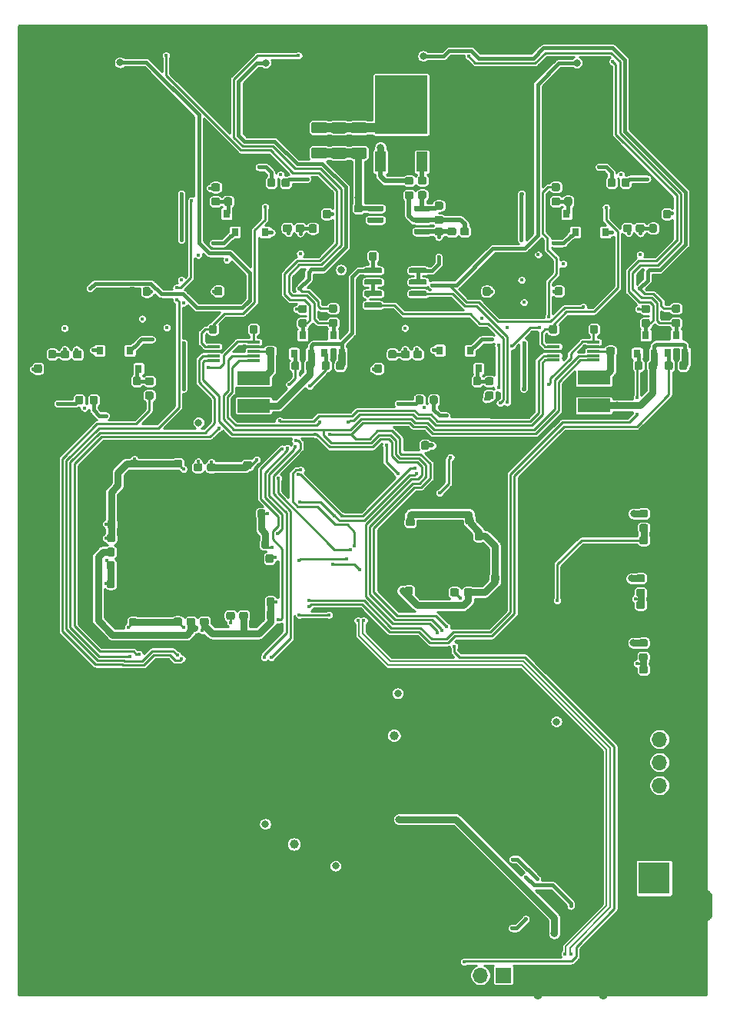
<source format=gbr>
G04 #@! TF.GenerationSoftware,KiCad,Pcbnew,5.1.5*
G04 #@! TF.CreationDate,2020-02-27T19:31:16+03:00*
G04 #@! TF.ProjectId,top,746f702e-6b69-4636-9164-5f7063625858,rev?*
G04 #@! TF.SameCoordinates,Original*
G04 #@! TF.FileFunction,Copper,L4,Bot*
G04 #@! TF.FilePolarity,Positive*
%FSLAX46Y46*%
G04 Gerber Fmt 4.6, Leading zero omitted, Abs format (unit mm)*
G04 Created by KiCad (PCBNEW 5.1.5) date 2020-02-27 19:31:16*
%MOMM*%
%LPD*%
G04 APERTURE LIST*
%ADD10R,0.800000X0.900000*%
%ADD11C,0.100000*%
%ADD12R,1.700000X1.700000*%
%ADD13O,1.700000X1.700000*%
%ADD14O,1.050000X1.900000*%
%ADD15R,3.500000X3.500000*%
%ADD16R,3.600000X1.500000*%
%ADD17R,1.200000X2.200000*%
%ADD18R,5.800000X6.400000*%
%ADD19R,1.400000X0.300000*%
%ADD20C,0.500000*%
%ADD21C,0.800000*%
%ADD22C,0.400000*%
%ADD23C,1.000000*%
%ADD24C,0.400000*%
%ADD25C,0.800000*%
%ADD26C,0.250000*%
%ADD27C,0.500000*%
%ADD28C,1.000000*%
%ADD29C,0.200000*%
%ADD30C,0.254000*%
G04 APERTURE END LIST*
D10*
X310000Y-187880000D03*
X1260000Y-185880000D03*
X-640000Y-185880000D03*
G04 #@! TA.AperFunction,SMDPad,CuDef*
D11*
G36*
X1137691Y-200521053D02*
G01*
X1158926Y-200524203D01*
X1179750Y-200529419D01*
X1199962Y-200536651D01*
X1219368Y-200545830D01*
X1237781Y-200556866D01*
X1255024Y-200569654D01*
X1270930Y-200584070D01*
X1285346Y-200599976D01*
X1298134Y-200617219D01*
X1309170Y-200635632D01*
X1318349Y-200655038D01*
X1325581Y-200675250D01*
X1330797Y-200696074D01*
X1333947Y-200717309D01*
X1335000Y-200738750D01*
X1335000Y-201176250D01*
X1333947Y-201197691D01*
X1330797Y-201218926D01*
X1325581Y-201239750D01*
X1318349Y-201259962D01*
X1309170Y-201279368D01*
X1298134Y-201297781D01*
X1285346Y-201315024D01*
X1270930Y-201330930D01*
X1255024Y-201345346D01*
X1237781Y-201358134D01*
X1219368Y-201369170D01*
X1199962Y-201378349D01*
X1179750Y-201385581D01*
X1158926Y-201390797D01*
X1137691Y-201393947D01*
X1116250Y-201395000D01*
X603750Y-201395000D01*
X582309Y-201393947D01*
X561074Y-201390797D01*
X540250Y-201385581D01*
X520038Y-201378349D01*
X500632Y-201369170D01*
X482219Y-201358134D01*
X464976Y-201345346D01*
X449070Y-201330930D01*
X434654Y-201315024D01*
X421866Y-201297781D01*
X410830Y-201279368D01*
X401651Y-201259962D01*
X394419Y-201239750D01*
X389203Y-201218926D01*
X386053Y-201197691D01*
X385000Y-201176250D01*
X385000Y-200738750D01*
X386053Y-200717309D01*
X389203Y-200696074D01*
X394419Y-200675250D01*
X401651Y-200655038D01*
X410830Y-200635632D01*
X421866Y-200617219D01*
X434654Y-200599976D01*
X449070Y-200584070D01*
X464976Y-200569654D01*
X482219Y-200556866D01*
X500632Y-200545830D01*
X520038Y-200536651D01*
X540250Y-200529419D01*
X561074Y-200524203D01*
X582309Y-200521053D01*
X603750Y-200520000D01*
X1116250Y-200520000D01*
X1137691Y-200521053D01*
G37*
G04 #@! TD.AperFunction*
G04 #@! TA.AperFunction,SMDPad,CuDef*
G36*
X1137691Y-198946053D02*
G01*
X1158926Y-198949203D01*
X1179750Y-198954419D01*
X1199962Y-198961651D01*
X1219368Y-198970830D01*
X1237781Y-198981866D01*
X1255024Y-198994654D01*
X1270930Y-199009070D01*
X1285346Y-199024976D01*
X1298134Y-199042219D01*
X1309170Y-199060632D01*
X1318349Y-199080038D01*
X1325581Y-199100250D01*
X1330797Y-199121074D01*
X1333947Y-199142309D01*
X1335000Y-199163750D01*
X1335000Y-199601250D01*
X1333947Y-199622691D01*
X1330797Y-199643926D01*
X1325581Y-199664750D01*
X1318349Y-199684962D01*
X1309170Y-199704368D01*
X1298134Y-199722781D01*
X1285346Y-199740024D01*
X1270930Y-199755930D01*
X1255024Y-199770346D01*
X1237781Y-199783134D01*
X1219368Y-199794170D01*
X1199962Y-199803349D01*
X1179750Y-199810581D01*
X1158926Y-199815797D01*
X1137691Y-199818947D01*
X1116250Y-199820000D01*
X603750Y-199820000D01*
X582309Y-199818947D01*
X561074Y-199815797D01*
X540250Y-199810581D01*
X520038Y-199803349D01*
X500632Y-199794170D01*
X482219Y-199783134D01*
X464976Y-199770346D01*
X449070Y-199755930D01*
X434654Y-199740024D01*
X421866Y-199722781D01*
X410830Y-199704368D01*
X401651Y-199684962D01*
X394419Y-199664750D01*
X389203Y-199643926D01*
X386053Y-199622691D01*
X385000Y-199601250D01*
X385000Y-199163750D01*
X386053Y-199142309D01*
X389203Y-199121074D01*
X394419Y-199100250D01*
X401651Y-199080038D01*
X410830Y-199060632D01*
X421866Y-199042219D01*
X434654Y-199024976D01*
X449070Y-199009070D01*
X464976Y-198994654D01*
X482219Y-198981866D01*
X500632Y-198970830D01*
X520038Y-198961651D01*
X540250Y-198954419D01*
X561074Y-198949203D01*
X582309Y-198946053D01*
X603750Y-198945000D01*
X1116250Y-198945000D01*
X1137691Y-198946053D01*
G37*
G04 #@! TD.AperFunction*
G04 #@! TA.AperFunction,SMDPad,CuDef*
G36*
X-20097308Y-200891052D02*
G01*
X-20076073Y-200894202D01*
X-20055249Y-200899418D01*
X-20035037Y-200906650D01*
X-20015631Y-200915829D01*
X-19997218Y-200926865D01*
X-19979975Y-200939653D01*
X-19964069Y-200954069D01*
X-19949653Y-200969975D01*
X-19936865Y-200987218D01*
X-19925829Y-201005631D01*
X-19916650Y-201025037D01*
X-19909418Y-201045249D01*
X-19904202Y-201066073D01*
X-19901052Y-201087308D01*
X-19899999Y-201108749D01*
X-19899999Y-201546249D01*
X-19901052Y-201567690D01*
X-19904202Y-201588925D01*
X-19909418Y-201609749D01*
X-19916650Y-201629961D01*
X-19925829Y-201649367D01*
X-19936865Y-201667780D01*
X-19949653Y-201685023D01*
X-19964069Y-201700929D01*
X-19979975Y-201715345D01*
X-19997218Y-201728133D01*
X-20015631Y-201739169D01*
X-20035037Y-201748348D01*
X-20055249Y-201755580D01*
X-20076073Y-201760796D01*
X-20097308Y-201763946D01*
X-20118749Y-201764999D01*
X-20631249Y-201764999D01*
X-20652690Y-201763946D01*
X-20673925Y-201760796D01*
X-20694749Y-201755580D01*
X-20714961Y-201748348D01*
X-20734367Y-201739169D01*
X-20752780Y-201728133D01*
X-20770023Y-201715345D01*
X-20785929Y-201700929D01*
X-20800345Y-201685023D01*
X-20813133Y-201667780D01*
X-20824169Y-201649367D01*
X-20833348Y-201629961D01*
X-20840580Y-201609749D01*
X-20845796Y-201588925D01*
X-20848946Y-201567690D01*
X-20849999Y-201546249D01*
X-20849999Y-201108749D01*
X-20848946Y-201087308D01*
X-20845796Y-201066073D01*
X-20840580Y-201045249D01*
X-20833348Y-201025037D01*
X-20824169Y-201005631D01*
X-20813133Y-200987218D01*
X-20800345Y-200969975D01*
X-20785929Y-200954069D01*
X-20770023Y-200939653D01*
X-20752780Y-200926865D01*
X-20734367Y-200915829D01*
X-20714961Y-200906650D01*
X-20694749Y-200899418D01*
X-20673925Y-200894202D01*
X-20652690Y-200891052D01*
X-20631249Y-200889999D01*
X-20118749Y-200889999D01*
X-20097308Y-200891052D01*
G37*
G04 #@! TD.AperFunction*
G04 #@! TA.AperFunction,SMDPad,CuDef*
G36*
X-20097308Y-202466052D02*
G01*
X-20076073Y-202469202D01*
X-20055249Y-202474418D01*
X-20035037Y-202481650D01*
X-20015631Y-202490829D01*
X-19997218Y-202501865D01*
X-19979975Y-202514653D01*
X-19964069Y-202529069D01*
X-19949653Y-202544975D01*
X-19936865Y-202562218D01*
X-19925829Y-202580631D01*
X-19916650Y-202600037D01*
X-19909418Y-202620249D01*
X-19904202Y-202641073D01*
X-19901052Y-202662308D01*
X-19899999Y-202683749D01*
X-19899999Y-203121249D01*
X-19901052Y-203142690D01*
X-19904202Y-203163925D01*
X-19909418Y-203184749D01*
X-19916650Y-203204961D01*
X-19925829Y-203224367D01*
X-19936865Y-203242780D01*
X-19949653Y-203260023D01*
X-19964069Y-203275929D01*
X-19979975Y-203290345D01*
X-19997218Y-203303133D01*
X-20015631Y-203314169D01*
X-20035037Y-203323348D01*
X-20055249Y-203330580D01*
X-20076073Y-203335796D01*
X-20097308Y-203338946D01*
X-20118749Y-203339999D01*
X-20631249Y-203339999D01*
X-20652690Y-203338946D01*
X-20673925Y-203335796D01*
X-20694749Y-203330580D01*
X-20714961Y-203323348D01*
X-20734367Y-203314169D01*
X-20752780Y-203303133D01*
X-20770023Y-203290345D01*
X-20785929Y-203275929D01*
X-20800345Y-203260023D01*
X-20813133Y-203242780D01*
X-20824169Y-203224367D01*
X-20833348Y-203204961D01*
X-20840580Y-203184749D01*
X-20845796Y-203163925D01*
X-20848946Y-203142690D01*
X-20849999Y-203121249D01*
X-20849999Y-202683749D01*
X-20848946Y-202662308D01*
X-20845796Y-202641073D01*
X-20840580Y-202620249D01*
X-20833348Y-202600037D01*
X-20824169Y-202580631D01*
X-20813133Y-202562218D01*
X-20800345Y-202544975D01*
X-20785929Y-202529069D01*
X-20770023Y-202514653D01*
X-20752780Y-202501865D01*
X-20734367Y-202490829D01*
X-20714961Y-202481650D01*
X-20694749Y-202474418D01*
X-20673925Y-202469202D01*
X-20652690Y-202466052D01*
X-20631249Y-202464999D01*
X-20118749Y-202464999D01*
X-20097308Y-202466052D01*
G37*
G04 #@! TD.AperFunction*
G04 #@! TA.AperFunction,SMDPad,CuDef*
G36*
X-14099809Y-193921052D02*
G01*
X-14078574Y-193924202D01*
X-14057750Y-193929418D01*
X-14037538Y-193936650D01*
X-14018132Y-193945829D01*
X-13999719Y-193956865D01*
X-13982476Y-193969653D01*
X-13966570Y-193984069D01*
X-13952154Y-193999975D01*
X-13939366Y-194017218D01*
X-13928330Y-194035631D01*
X-13919151Y-194055037D01*
X-13911919Y-194075249D01*
X-13906703Y-194096073D01*
X-13903553Y-194117308D01*
X-13902500Y-194138749D01*
X-13902500Y-194651249D01*
X-13903553Y-194672690D01*
X-13906703Y-194693925D01*
X-13911919Y-194714749D01*
X-13919151Y-194734961D01*
X-13928330Y-194754367D01*
X-13939366Y-194772780D01*
X-13952154Y-194790023D01*
X-13966570Y-194805929D01*
X-13982476Y-194820345D01*
X-13999719Y-194833133D01*
X-14018132Y-194844169D01*
X-14037538Y-194853348D01*
X-14057750Y-194860580D01*
X-14078574Y-194865796D01*
X-14099809Y-194868946D01*
X-14121250Y-194869999D01*
X-14558750Y-194869999D01*
X-14580191Y-194868946D01*
X-14601426Y-194865796D01*
X-14622250Y-194860580D01*
X-14642462Y-194853348D01*
X-14661868Y-194844169D01*
X-14680281Y-194833133D01*
X-14697524Y-194820345D01*
X-14713430Y-194805929D01*
X-14727846Y-194790023D01*
X-14740634Y-194772780D01*
X-14751670Y-194754367D01*
X-14760849Y-194734961D01*
X-14768081Y-194714749D01*
X-14773297Y-194693925D01*
X-14776447Y-194672690D01*
X-14777500Y-194651249D01*
X-14777500Y-194138749D01*
X-14776447Y-194117308D01*
X-14773297Y-194096073D01*
X-14768081Y-194075249D01*
X-14760849Y-194055037D01*
X-14751670Y-194035631D01*
X-14740634Y-194017218D01*
X-14727846Y-193999975D01*
X-14713430Y-193984069D01*
X-14697524Y-193969653D01*
X-14680281Y-193956865D01*
X-14661868Y-193945829D01*
X-14642462Y-193936650D01*
X-14622250Y-193929418D01*
X-14601426Y-193924202D01*
X-14580191Y-193921052D01*
X-14558750Y-193919999D01*
X-14121250Y-193919999D01*
X-14099809Y-193921052D01*
G37*
G04 #@! TD.AperFunction*
G04 #@! TA.AperFunction,SMDPad,CuDef*
G36*
X-12524809Y-193921052D02*
G01*
X-12503574Y-193924202D01*
X-12482750Y-193929418D01*
X-12462538Y-193936650D01*
X-12443132Y-193945829D01*
X-12424719Y-193956865D01*
X-12407476Y-193969653D01*
X-12391570Y-193984069D01*
X-12377154Y-193999975D01*
X-12364366Y-194017218D01*
X-12353330Y-194035631D01*
X-12344151Y-194055037D01*
X-12336919Y-194075249D01*
X-12331703Y-194096073D01*
X-12328553Y-194117308D01*
X-12327500Y-194138749D01*
X-12327500Y-194651249D01*
X-12328553Y-194672690D01*
X-12331703Y-194693925D01*
X-12336919Y-194714749D01*
X-12344151Y-194734961D01*
X-12353330Y-194754367D01*
X-12364366Y-194772780D01*
X-12377154Y-194790023D01*
X-12391570Y-194805929D01*
X-12407476Y-194820345D01*
X-12424719Y-194833133D01*
X-12443132Y-194844169D01*
X-12462538Y-194853348D01*
X-12482750Y-194860580D01*
X-12503574Y-194865796D01*
X-12524809Y-194868946D01*
X-12546250Y-194869999D01*
X-12983750Y-194869999D01*
X-13005191Y-194868946D01*
X-13026426Y-194865796D01*
X-13047250Y-194860580D01*
X-13067462Y-194853348D01*
X-13086868Y-194844169D01*
X-13105281Y-194833133D01*
X-13122524Y-194820345D01*
X-13138430Y-194805929D01*
X-13152846Y-194790023D01*
X-13165634Y-194772780D01*
X-13176670Y-194754367D01*
X-13185849Y-194734961D01*
X-13193081Y-194714749D01*
X-13198297Y-194693925D01*
X-13201447Y-194672690D01*
X-13202500Y-194651249D01*
X-13202500Y-194138749D01*
X-13201447Y-194117308D01*
X-13198297Y-194096073D01*
X-13193081Y-194075249D01*
X-13185849Y-194055037D01*
X-13176670Y-194035631D01*
X-13165634Y-194017218D01*
X-13152846Y-193999975D01*
X-13138430Y-193984069D01*
X-13122524Y-193969653D01*
X-13105281Y-193956865D01*
X-13086868Y-193945829D01*
X-13067462Y-193936650D01*
X-13047250Y-193929418D01*
X-13026426Y-193924202D01*
X-13005191Y-193921052D01*
X-12983750Y-193919999D01*
X-12546250Y-193919999D01*
X-12524809Y-193921052D01*
G37*
G04 #@! TD.AperFunction*
G04 #@! TA.AperFunction,SMDPad,CuDef*
G36*
X-21487308Y-202458551D02*
G01*
X-21466073Y-202461701D01*
X-21445249Y-202466917D01*
X-21425037Y-202474149D01*
X-21405631Y-202483328D01*
X-21387218Y-202494364D01*
X-21369975Y-202507152D01*
X-21354069Y-202521568D01*
X-21339653Y-202537474D01*
X-21326865Y-202554717D01*
X-21315829Y-202573130D01*
X-21306650Y-202592536D01*
X-21299418Y-202612748D01*
X-21294202Y-202633572D01*
X-21291052Y-202654807D01*
X-21289999Y-202676248D01*
X-21289999Y-203113748D01*
X-21291052Y-203135189D01*
X-21294202Y-203156424D01*
X-21299418Y-203177248D01*
X-21306650Y-203197460D01*
X-21315829Y-203216866D01*
X-21326865Y-203235279D01*
X-21339653Y-203252522D01*
X-21354069Y-203268428D01*
X-21369975Y-203282844D01*
X-21387218Y-203295632D01*
X-21405631Y-203306668D01*
X-21425037Y-203315847D01*
X-21445249Y-203323079D01*
X-21466073Y-203328295D01*
X-21487308Y-203331445D01*
X-21508749Y-203332498D01*
X-22021249Y-203332498D01*
X-22042690Y-203331445D01*
X-22063925Y-203328295D01*
X-22084749Y-203323079D01*
X-22104961Y-203315847D01*
X-22124367Y-203306668D01*
X-22142780Y-203295632D01*
X-22160023Y-203282844D01*
X-22175929Y-203268428D01*
X-22190345Y-203252522D01*
X-22203133Y-203235279D01*
X-22214169Y-203216866D01*
X-22223348Y-203197460D01*
X-22230580Y-203177248D01*
X-22235796Y-203156424D01*
X-22238946Y-203135189D01*
X-22239999Y-203113748D01*
X-22239999Y-202676248D01*
X-22238946Y-202654807D01*
X-22235796Y-202633572D01*
X-22230580Y-202612748D01*
X-22223348Y-202592536D01*
X-22214169Y-202573130D01*
X-22203133Y-202554717D01*
X-22190345Y-202537474D01*
X-22175929Y-202521568D01*
X-22160023Y-202507152D01*
X-22142780Y-202494364D01*
X-22124367Y-202483328D01*
X-22104961Y-202474149D01*
X-22084749Y-202466917D01*
X-22063925Y-202461701D01*
X-22042690Y-202458551D01*
X-22021249Y-202457498D01*
X-21508749Y-202457498D01*
X-21487308Y-202458551D01*
G37*
G04 #@! TD.AperFunction*
G04 #@! TA.AperFunction,SMDPad,CuDef*
G36*
X-21487308Y-200883551D02*
G01*
X-21466073Y-200886701D01*
X-21445249Y-200891917D01*
X-21425037Y-200899149D01*
X-21405631Y-200908328D01*
X-21387218Y-200919364D01*
X-21369975Y-200932152D01*
X-21354069Y-200946568D01*
X-21339653Y-200962474D01*
X-21326865Y-200979717D01*
X-21315829Y-200998130D01*
X-21306650Y-201017536D01*
X-21299418Y-201037748D01*
X-21294202Y-201058572D01*
X-21291052Y-201079807D01*
X-21289999Y-201101248D01*
X-21289999Y-201538748D01*
X-21291052Y-201560189D01*
X-21294202Y-201581424D01*
X-21299418Y-201602248D01*
X-21306650Y-201622460D01*
X-21315829Y-201641866D01*
X-21326865Y-201660279D01*
X-21339653Y-201677522D01*
X-21354069Y-201693428D01*
X-21369975Y-201707844D01*
X-21387218Y-201720632D01*
X-21405631Y-201731668D01*
X-21425037Y-201740847D01*
X-21445249Y-201748079D01*
X-21466073Y-201753295D01*
X-21487308Y-201756445D01*
X-21508749Y-201757498D01*
X-22021249Y-201757498D01*
X-22042690Y-201756445D01*
X-22063925Y-201753295D01*
X-22084749Y-201748079D01*
X-22104961Y-201740847D01*
X-22124367Y-201731668D01*
X-22142780Y-201720632D01*
X-22160023Y-201707844D01*
X-22175929Y-201693428D01*
X-22190345Y-201677522D01*
X-22203133Y-201660279D01*
X-22214169Y-201641866D01*
X-22223348Y-201622460D01*
X-22230580Y-201602248D01*
X-22235796Y-201581424D01*
X-22238946Y-201560189D01*
X-22239999Y-201538748D01*
X-22239999Y-201101248D01*
X-22238946Y-201079807D01*
X-22235796Y-201058572D01*
X-22230580Y-201037748D01*
X-22223348Y-201017536D01*
X-22214169Y-200998130D01*
X-22203133Y-200979717D01*
X-22190345Y-200962474D01*
X-22175929Y-200946568D01*
X-22160023Y-200932152D01*
X-22142780Y-200919364D01*
X-22124367Y-200908328D01*
X-22104961Y-200899149D01*
X-22084749Y-200891917D01*
X-22063925Y-200886701D01*
X-22042690Y-200883551D01*
X-22021249Y-200882498D01*
X-21508749Y-200882498D01*
X-21487308Y-200883551D01*
G37*
G04 #@! TD.AperFunction*
G04 #@! TA.AperFunction,SMDPad,CuDef*
G36*
X3017691Y-187001053D02*
G01*
X3038926Y-187004203D01*
X3059750Y-187009419D01*
X3079962Y-187016651D01*
X3099368Y-187025830D01*
X3117781Y-187036866D01*
X3135024Y-187049654D01*
X3150930Y-187064070D01*
X3165346Y-187079976D01*
X3178134Y-187097219D01*
X3189170Y-187115632D01*
X3198349Y-187135038D01*
X3205581Y-187155250D01*
X3210797Y-187176074D01*
X3213947Y-187197309D01*
X3215000Y-187218750D01*
X3215000Y-187656250D01*
X3213947Y-187677691D01*
X3210797Y-187698926D01*
X3205581Y-187719750D01*
X3198349Y-187739962D01*
X3189170Y-187759368D01*
X3178134Y-187777781D01*
X3165346Y-187795024D01*
X3150930Y-187810930D01*
X3135024Y-187825346D01*
X3117781Y-187838134D01*
X3099368Y-187849170D01*
X3079962Y-187858349D01*
X3059750Y-187865581D01*
X3038926Y-187870797D01*
X3017691Y-187873947D01*
X2996250Y-187875000D01*
X2483750Y-187875000D01*
X2462309Y-187873947D01*
X2441074Y-187870797D01*
X2420250Y-187865581D01*
X2400038Y-187858349D01*
X2380632Y-187849170D01*
X2362219Y-187838134D01*
X2344976Y-187825346D01*
X2329070Y-187810930D01*
X2314654Y-187795024D01*
X2301866Y-187777781D01*
X2290830Y-187759368D01*
X2281651Y-187739962D01*
X2274419Y-187719750D01*
X2269203Y-187698926D01*
X2266053Y-187677691D01*
X2265000Y-187656250D01*
X2265000Y-187218750D01*
X2266053Y-187197309D01*
X2269203Y-187176074D01*
X2274419Y-187155250D01*
X2281651Y-187135038D01*
X2290830Y-187115632D01*
X2301866Y-187097219D01*
X2314654Y-187079976D01*
X2329070Y-187064070D01*
X2344976Y-187049654D01*
X2362219Y-187036866D01*
X2380632Y-187025830D01*
X2400038Y-187016651D01*
X2420250Y-187009419D01*
X2441074Y-187004203D01*
X2462309Y-187001053D01*
X2483750Y-187000000D01*
X2996250Y-187000000D01*
X3017691Y-187001053D01*
G37*
G04 #@! TD.AperFunction*
G04 #@! TA.AperFunction,SMDPad,CuDef*
G36*
X3017691Y-185426053D02*
G01*
X3038926Y-185429203D01*
X3059750Y-185434419D01*
X3079962Y-185441651D01*
X3099368Y-185450830D01*
X3117781Y-185461866D01*
X3135024Y-185474654D01*
X3150930Y-185489070D01*
X3165346Y-185504976D01*
X3178134Y-185522219D01*
X3189170Y-185540632D01*
X3198349Y-185560038D01*
X3205581Y-185580250D01*
X3210797Y-185601074D01*
X3213947Y-185622309D01*
X3215000Y-185643750D01*
X3215000Y-186081250D01*
X3213947Y-186102691D01*
X3210797Y-186123926D01*
X3205581Y-186144750D01*
X3198349Y-186164962D01*
X3189170Y-186184368D01*
X3178134Y-186202781D01*
X3165346Y-186220024D01*
X3150930Y-186235930D01*
X3135024Y-186250346D01*
X3117781Y-186263134D01*
X3099368Y-186274170D01*
X3079962Y-186283349D01*
X3059750Y-186290581D01*
X3038926Y-186295797D01*
X3017691Y-186298947D01*
X2996250Y-186300000D01*
X2483750Y-186300000D01*
X2462309Y-186298947D01*
X2441074Y-186295797D01*
X2420250Y-186290581D01*
X2400038Y-186283349D01*
X2380632Y-186274170D01*
X2362219Y-186263134D01*
X2344976Y-186250346D01*
X2329070Y-186235930D01*
X2314654Y-186220024D01*
X2301866Y-186202781D01*
X2290830Y-186184368D01*
X2281651Y-186164962D01*
X2274419Y-186144750D01*
X2269203Y-186123926D01*
X2266053Y-186102691D01*
X2265000Y-186081250D01*
X2265000Y-185643750D01*
X2266053Y-185622309D01*
X2269203Y-185601074D01*
X2274419Y-185580250D01*
X2281651Y-185560038D01*
X2290830Y-185540632D01*
X2301866Y-185522219D01*
X2314654Y-185504976D01*
X2329070Y-185489070D01*
X2344976Y-185474654D01*
X2362219Y-185461866D01*
X2380632Y-185450830D01*
X2400038Y-185441651D01*
X2420250Y-185434419D01*
X2441074Y-185429203D01*
X2462309Y-185426053D01*
X2483750Y-185425000D01*
X2996250Y-185425000D01*
X3017691Y-185426053D01*
G37*
G04 #@! TD.AperFunction*
G04 #@! TA.AperFunction,SMDPad,CuDef*
G36*
X-3054808Y-193896053D02*
G01*
X-3033573Y-193899203D01*
X-3012749Y-193904419D01*
X-2992537Y-193911651D01*
X-2973131Y-193920830D01*
X-2954718Y-193931866D01*
X-2937475Y-193944654D01*
X-2921569Y-193959070D01*
X-2907153Y-193974976D01*
X-2894365Y-193992219D01*
X-2883329Y-194010632D01*
X-2874150Y-194030038D01*
X-2866918Y-194050250D01*
X-2861702Y-194071074D01*
X-2858552Y-194092309D01*
X-2857499Y-194113750D01*
X-2857499Y-194626250D01*
X-2858552Y-194647691D01*
X-2861702Y-194668926D01*
X-2866918Y-194689750D01*
X-2874150Y-194709962D01*
X-2883329Y-194729368D01*
X-2894365Y-194747781D01*
X-2907153Y-194765024D01*
X-2921569Y-194780930D01*
X-2937475Y-194795346D01*
X-2954718Y-194808134D01*
X-2973131Y-194819170D01*
X-2992537Y-194828349D01*
X-3012749Y-194835581D01*
X-3033573Y-194840797D01*
X-3054808Y-194843947D01*
X-3076249Y-194845000D01*
X-3513749Y-194845000D01*
X-3535190Y-194843947D01*
X-3556425Y-194840797D01*
X-3577249Y-194835581D01*
X-3597461Y-194828349D01*
X-3616867Y-194819170D01*
X-3635280Y-194808134D01*
X-3652523Y-194795346D01*
X-3668429Y-194780930D01*
X-3682845Y-194765024D01*
X-3695633Y-194747781D01*
X-3706669Y-194729368D01*
X-3715848Y-194709962D01*
X-3723080Y-194689750D01*
X-3728296Y-194668926D01*
X-3731446Y-194647691D01*
X-3732499Y-194626250D01*
X-3732499Y-194113750D01*
X-3731446Y-194092309D01*
X-3728296Y-194071074D01*
X-3723080Y-194050250D01*
X-3715848Y-194030038D01*
X-3706669Y-194010632D01*
X-3695633Y-193992219D01*
X-3682845Y-193974976D01*
X-3668429Y-193959070D01*
X-3652523Y-193944654D01*
X-3635280Y-193931866D01*
X-3616867Y-193920830D01*
X-3597461Y-193911651D01*
X-3577249Y-193904419D01*
X-3556425Y-193899203D01*
X-3535190Y-193896053D01*
X-3513749Y-193895000D01*
X-3076249Y-193895000D01*
X-3054808Y-193896053D01*
G37*
G04 #@! TD.AperFunction*
G04 #@! TA.AperFunction,SMDPad,CuDef*
G36*
X-4629808Y-193896053D02*
G01*
X-4608573Y-193899203D01*
X-4587749Y-193904419D01*
X-4567537Y-193911651D01*
X-4548131Y-193920830D01*
X-4529718Y-193931866D01*
X-4512475Y-193944654D01*
X-4496569Y-193959070D01*
X-4482153Y-193974976D01*
X-4469365Y-193992219D01*
X-4458329Y-194010632D01*
X-4449150Y-194030038D01*
X-4441918Y-194050250D01*
X-4436702Y-194071074D01*
X-4433552Y-194092309D01*
X-4432499Y-194113750D01*
X-4432499Y-194626250D01*
X-4433552Y-194647691D01*
X-4436702Y-194668926D01*
X-4441918Y-194689750D01*
X-4449150Y-194709962D01*
X-4458329Y-194729368D01*
X-4469365Y-194747781D01*
X-4482153Y-194765024D01*
X-4496569Y-194780930D01*
X-4512475Y-194795346D01*
X-4529718Y-194808134D01*
X-4548131Y-194819170D01*
X-4567537Y-194828349D01*
X-4587749Y-194835581D01*
X-4608573Y-194840797D01*
X-4629808Y-194843947D01*
X-4651249Y-194845000D01*
X-5088749Y-194845000D01*
X-5110190Y-194843947D01*
X-5131425Y-194840797D01*
X-5152249Y-194835581D01*
X-5172461Y-194828349D01*
X-5191867Y-194819170D01*
X-5210280Y-194808134D01*
X-5227523Y-194795346D01*
X-5243429Y-194780930D01*
X-5257845Y-194765024D01*
X-5270633Y-194747781D01*
X-5281669Y-194729368D01*
X-5290848Y-194709962D01*
X-5298080Y-194689750D01*
X-5303296Y-194668926D01*
X-5306446Y-194647691D01*
X-5307499Y-194626250D01*
X-5307499Y-194113750D01*
X-5306446Y-194092309D01*
X-5303296Y-194071074D01*
X-5298080Y-194050250D01*
X-5290848Y-194030038D01*
X-5281669Y-194010632D01*
X-5270633Y-193992219D01*
X-5257845Y-193974976D01*
X-5243429Y-193959070D01*
X-5227523Y-193944654D01*
X-5210280Y-193931866D01*
X-5191867Y-193920830D01*
X-5172461Y-193911651D01*
X-5152249Y-193904419D01*
X-5131425Y-193899203D01*
X-5110190Y-193896053D01*
X-5088749Y-193895000D01*
X-4651249Y-193895000D01*
X-4629808Y-193896053D01*
G37*
G04 #@! TD.AperFunction*
G04 #@! TA.AperFunction,SMDPad,CuDef*
G36*
X4407691Y-185433554D02*
G01*
X4428926Y-185436704D01*
X4449750Y-185441920D01*
X4469962Y-185449152D01*
X4489368Y-185458331D01*
X4507781Y-185469367D01*
X4525024Y-185482155D01*
X4540930Y-185496571D01*
X4555346Y-185512477D01*
X4568134Y-185529720D01*
X4579170Y-185548133D01*
X4588349Y-185567539D01*
X4595581Y-185587751D01*
X4600797Y-185608575D01*
X4603947Y-185629810D01*
X4605000Y-185651251D01*
X4605000Y-186088751D01*
X4603947Y-186110192D01*
X4600797Y-186131427D01*
X4595581Y-186152251D01*
X4588349Y-186172463D01*
X4579170Y-186191869D01*
X4568134Y-186210282D01*
X4555346Y-186227525D01*
X4540930Y-186243431D01*
X4525024Y-186257847D01*
X4507781Y-186270635D01*
X4489368Y-186281671D01*
X4469962Y-186290850D01*
X4449750Y-186298082D01*
X4428926Y-186303298D01*
X4407691Y-186306448D01*
X4386250Y-186307501D01*
X3873750Y-186307501D01*
X3852309Y-186306448D01*
X3831074Y-186303298D01*
X3810250Y-186298082D01*
X3790038Y-186290850D01*
X3770632Y-186281671D01*
X3752219Y-186270635D01*
X3734976Y-186257847D01*
X3719070Y-186243431D01*
X3704654Y-186227525D01*
X3691866Y-186210282D01*
X3680830Y-186191869D01*
X3671651Y-186172463D01*
X3664419Y-186152251D01*
X3659203Y-186131427D01*
X3656053Y-186110192D01*
X3655000Y-186088751D01*
X3655000Y-185651251D01*
X3656053Y-185629810D01*
X3659203Y-185608575D01*
X3664419Y-185587751D01*
X3671651Y-185567539D01*
X3680830Y-185548133D01*
X3691866Y-185529720D01*
X3704654Y-185512477D01*
X3719070Y-185496571D01*
X3734976Y-185482155D01*
X3752219Y-185469367D01*
X3770632Y-185458331D01*
X3790038Y-185449152D01*
X3810250Y-185441920D01*
X3831074Y-185436704D01*
X3852309Y-185433554D01*
X3873750Y-185432501D01*
X4386250Y-185432501D01*
X4407691Y-185433554D01*
G37*
G04 #@! TD.AperFunction*
G04 #@! TA.AperFunction,SMDPad,CuDef*
G36*
X4407691Y-187008554D02*
G01*
X4428926Y-187011704D01*
X4449750Y-187016920D01*
X4469962Y-187024152D01*
X4489368Y-187033331D01*
X4507781Y-187044367D01*
X4525024Y-187057155D01*
X4540930Y-187071571D01*
X4555346Y-187087477D01*
X4568134Y-187104720D01*
X4579170Y-187123133D01*
X4588349Y-187142539D01*
X4595581Y-187162751D01*
X4600797Y-187183575D01*
X4603947Y-187204810D01*
X4605000Y-187226251D01*
X4605000Y-187663751D01*
X4603947Y-187685192D01*
X4600797Y-187706427D01*
X4595581Y-187727251D01*
X4588349Y-187747463D01*
X4579170Y-187766869D01*
X4568134Y-187785282D01*
X4555346Y-187802525D01*
X4540930Y-187818431D01*
X4525024Y-187832847D01*
X4507781Y-187845635D01*
X4489368Y-187856671D01*
X4469962Y-187865850D01*
X4449750Y-187873082D01*
X4428926Y-187878298D01*
X4407691Y-187881448D01*
X4386250Y-187882501D01*
X3873750Y-187882501D01*
X3852309Y-187881448D01*
X3831074Y-187878298D01*
X3810250Y-187873082D01*
X3790038Y-187865850D01*
X3770632Y-187856671D01*
X3752219Y-187845635D01*
X3734976Y-187832847D01*
X3719070Y-187818431D01*
X3704654Y-187802525D01*
X3691866Y-187785282D01*
X3680830Y-187766869D01*
X3671651Y-187747463D01*
X3664419Y-187727251D01*
X3659203Y-187706427D01*
X3656053Y-187685192D01*
X3655000Y-187663751D01*
X3655000Y-187226251D01*
X3656053Y-187204810D01*
X3659203Y-187183575D01*
X3664419Y-187162751D01*
X3671651Y-187142539D01*
X3680830Y-187123133D01*
X3691866Y-187104720D01*
X3704654Y-187087477D01*
X3719070Y-187071571D01*
X3734976Y-187057155D01*
X3752219Y-187044367D01*
X3770632Y-187033331D01*
X3790038Y-187024152D01*
X3810250Y-187016920D01*
X3831074Y-187011704D01*
X3852309Y-187008554D01*
X3873750Y-187007501D01*
X4386250Y-187007501D01*
X4407691Y-187008554D01*
G37*
G04 #@! TD.AperFunction*
G04 #@! TA.AperFunction,SMDPad,CuDef*
G36*
X38617691Y-200511053D02*
G01*
X38638926Y-200514203D01*
X38659750Y-200519419D01*
X38679962Y-200526651D01*
X38699368Y-200535830D01*
X38717781Y-200546866D01*
X38735024Y-200559654D01*
X38750930Y-200574070D01*
X38765346Y-200589976D01*
X38778134Y-200607219D01*
X38789170Y-200625632D01*
X38798349Y-200645038D01*
X38805581Y-200665250D01*
X38810797Y-200686074D01*
X38813947Y-200707309D01*
X38815000Y-200728750D01*
X38815000Y-201166250D01*
X38813947Y-201187691D01*
X38810797Y-201208926D01*
X38805581Y-201229750D01*
X38798349Y-201249962D01*
X38789170Y-201269368D01*
X38778134Y-201287781D01*
X38765346Y-201305024D01*
X38750930Y-201320930D01*
X38735024Y-201335346D01*
X38717781Y-201348134D01*
X38699368Y-201359170D01*
X38679962Y-201368349D01*
X38659750Y-201375581D01*
X38638926Y-201380797D01*
X38617691Y-201383947D01*
X38596250Y-201385000D01*
X38083750Y-201385000D01*
X38062309Y-201383947D01*
X38041074Y-201380797D01*
X38020250Y-201375581D01*
X38000038Y-201368349D01*
X37980632Y-201359170D01*
X37962219Y-201348134D01*
X37944976Y-201335346D01*
X37929070Y-201320930D01*
X37914654Y-201305024D01*
X37901866Y-201287781D01*
X37890830Y-201269368D01*
X37881651Y-201249962D01*
X37874419Y-201229750D01*
X37869203Y-201208926D01*
X37866053Y-201187691D01*
X37865000Y-201166250D01*
X37865000Y-200728750D01*
X37866053Y-200707309D01*
X37869203Y-200686074D01*
X37874419Y-200665250D01*
X37881651Y-200645038D01*
X37890830Y-200625632D01*
X37901866Y-200607219D01*
X37914654Y-200589976D01*
X37929070Y-200574070D01*
X37944976Y-200559654D01*
X37962219Y-200546866D01*
X37980632Y-200535830D01*
X38000038Y-200526651D01*
X38020250Y-200519419D01*
X38041074Y-200514203D01*
X38062309Y-200511053D01*
X38083750Y-200510000D01*
X38596250Y-200510000D01*
X38617691Y-200511053D01*
G37*
G04 #@! TD.AperFunction*
G04 #@! TA.AperFunction,SMDPad,CuDef*
G36*
X38617691Y-198936053D02*
G01*
X38638926Y-198939203D01*
X38659750Y-198944419D01*
X38679962Y-198951651D01*
X38699368Y-198960830D01*
X38717781Y-198971866D01*
X38735024Y-198984654D01*
X38750930Y-198999070D01*
X38765346Y-199014976D01*
X38778134Y-199032219D01*
X38789170Y-199050632D01*
X38798349Y-199070038D01*
X38805581Y-199090250D01*
X38810797Y-199111074D01*
X38813947Y-199132309D01*
X38815000Y-199153750D01*
X38815000Y-199591250D01*
X38813947Y-199612691D01*
X38810797Y-199633926D01*
X38805581Y-199654750D01*
X38798349Y-199674962D01*
X38789170Y-199694368D01*
X38778134Y-199712781D01*
X38765346Y-199730024D01*
X38750930Y-199745930D01*
X38735024Y-199760346D01*
X38717781Y-199773134D01*
X38699368Y-199784170D01*
X38679962Y-199793349D01*
X38659750Y-199800581D01*
X38638926Y-199805797D01*
X38617691Y-199808947D01*
X38596250Y-199810000D01*
X38083750Y-199810000D01*
X38062309Y-199808947D01*
X38041074Y-199805797D01*
X38020250Y-199800581D01*
X38000038Y-199793349D01*
X37980632Y-199784170D01*
X37962219Y-199773134D01*
X37944976Y-199760346D01*
X37929070Y-199745930D01*
X37914654Y-199730024D01*
X37901866Y-199712781D01*
X37890830Y-199694368D01*
X37881651Y-199674962D01*
X37874419Y-199654750D01*
X37869203Y-199633926D01*
X37866053Y-199612691D01*
X37865000Y-199591250D01*
X37865000Y-199153750D01*
X37866053Y-199132309D01*
X37869203Y-199111074D01*
X37874419Y-199090250D01*
X37881651Y-199070038D01*
X37890830Y-199050632D01*
X37901866Y-199032219D01*
X37914654Y-199014976D01*
X37929070Y-198999070D01*
X37944976Y-198984654D01*
X37962219Y-198971866D01*
X37980632Y-198960830D01*
X38000038Y-198951651D01*
X38020250Y-198944419D01*
X38041074Y-198939203D01*
X38062309Y-198936053D01*
X38083750Y-198935000D01*
X38596250Y-198935000D01*
X38617691Y-198936053D01*
G37*
G04 #@! TD.AperFunction*
G04 #@! TA.AperFunction,SMDPad,CuDef*
G36*
X17382692Y-202456052D02*
G01*
X17403927Y-202459202D01*
X17424751Y-202464418D01*
X17444963Y-202471650D01*
X17464369Y-202480829D01*
X17482782Y-202491865D01*
X17500025Y-202504653D01*
X17515931Y-202519069D01*
X17530347Y-202534975D01*
X17543135Y-202552218D01*
X17554171Y-202570631D01*
X17563350Y-202590037D01*
X17570582Y-202610249D01*
X17575798Y-202631073D01*
X17578948Y-202652308D01*
X17580001Y-202673749D01*
X17580001Y-203111249D01*
X17578948Y-203132690D01*
X17575798Y-203153925D01*
X17570582Y-203174749D01*
X17563350Y-203194961D01*
X17554171Y-203214367D01*
X17543135Y-203232780D01*
X17530347Y-203250023D01*
X17515931Y-203265929D01*
X17500025Y-203280345D01*
X17482782Y-203293133D01*
X17464369Y-203304169D01*
X17444963Y-203313348D01*
X17424751Y-203320580D01*
X17403927Y-203325796D01*
X17382692Y-203328946D01*
X17361251Y-203329999D01*
X16848751Y-203329999D01*
X16827310Y-203328946D01*
X16806075Y-203325796D01*
X16785251Y-203320580D01*
X16765039Y-203313348D01*
X16745633Y-203304169D01*
X16727220Y-203293133D01*
X16709977Y-203280345D01*
X16694071Y-203265929D01*
X16679655Y-203250023D01*
X16666867Y-203232780D01*
X16655831Y-203214367D01*
X16646652Y-203194961D01*
X16639420Y-203174749D01*
X16634204Y-203153925D01*
X16631054Y-203132690D01*
X16630001Y-203111249D01*
X16630001Y-202673749D01*
X16631054Y-202652308D01*
X16634204Y-202631073D01*
X16639420Y-202610249D01*
X16646652Y-202590037D01*
X16655831Y-202570631D01*
X16666867Y-202552218D01*
X16679655Y-202534975D01*
X16694071Y-202519069D01*
X16709977Y-202504653D01*
X16727220Y-202491865D01*
X16745633Y-202480829D01*
X16765039Y-202471650D01*
X16785251Y-202464418D01*
X16806075Y-202459202D01*
X16827310Y-202456052D01*
X16848751Y-202454999D01*
X17361251Y-202454999D01*
X17382692Y-202456052D01*
G37*
G04 #@! TD.AperFunction*
G04 #@! TA.AperFunction,SMDPad,CuDef*
G36*
X17382692Y-200881052D02*
G01*
X17403927Y-200884202D01*
X17424751Y-200889418D01*
X17444963Y-200896650D01*
X17464369Y-200905829D01*
X17482782Y-200916865D01*
X17500025Y-200929653D01*
X17515931Y-200944069D01*
X17530347Y-200959975D01*
X17543135Y-200977218D01*
X17554171Y-200995631D01*
X17563350Y-201015037D01*
X17570582Y-201035249D01*
X17575798Y-201056073D01*
X17578948Y-201077308D01*
X17580001Y-201098749D01*
X17580001Y-201536249D01*
X17578948Y-201557690D01*
X17575798Y-201578925D01*
X17570582Y-201599749D01*
X17563350Y-201619961D01*
X17554171Y-201639367D01*
X17543135Y-201657780D01*
X17530347Y-201675023D01*
X17515931Y-201690929D01*
X17500025Y-201705345D01*
X17482782Y-201718133D01*
X17464369Y-201729169D01*
X17444963Y-201738348D01*
X17424751Y-201745580D01*
X17403927Y-201750796D01*
X17382692Y-201753946D01*
X17361251Y-201754999D01*
X16848751Y-201754999D01*
X16827310Y-201753946D01*
X16806075Y-201750796D01*
X16785251Y-201745580D01*
X16765039Y-201738348D01*
X16745633Y-201729169D01*
X16727220Y-201718133D01*
X16709977Y-201705345D01*
X16694071Y-201690929D01*
X16679655Y-201675023D01*
X16666867Y-201657780D01*
X16655831Y-201639367D01*
X16646652Y-201619961D01*
X16639420Y-201599749D01*
X16634204Y-201578925D01*
X16631054Y-201557690D01*
X16630001Y-201536249D01*
X16630001Y-201098749D01*
X16631054Y-201077308D01*
X16634204Y-201056073D01*
X16639420Y-201035249D01*
X16646652Y-201015037D01*
X16655831Y-200995631D01*
X16666867Y-200977218D01*
X16679655Y-200959975D01*
X16694071Y-200944069D01*
X16709977Y-200929653D01*
X16727220Y-200916865D01*
X16745633Y-200905829D01*
X16765039Y-200896650D01*
X16785251Y-200889418D01*
X16806075Y-200884202D01*
X16827310Y-200881052D01*
X16848751Y-200879999D01*
X17361251Y-200879999D01*
X17382692Y-200881052D01*
G37*
G04 #@! TD.AperFunction*
G04 #@! TA.AperFunction,SMDPad,CuDef*
G36*
X24955191Y-193911052D02*
G01*
X24976426Y-193914202D01*
X24997250Y-193919418D01*
X25017462Y-193926650D01*
X25036868Y-193935829D01*
X25055281Y-193946865D01*
X25072524Y-193959653D01*
X25088430Y-193974069D01*
X25102846Y-193989975D01*
X25115634Y-194007218D01*
X25126670Y-194025631D01*
X25135849Y-194045037D01*
X25143081Y-194065249D01*
X25148297Y-194086073D01*
X25151447Y-194107308D01*
X25152500Y-194128749D01*
X25152500Y-194641249D01*
X25151447Y-194662690D01*
X25148297Y-194683925D01*
X25143081Y-194704749D01*
X25135849Y-194724961D01*
X25126670Y-194744367D01*
X25115634Y-194762780D01*
X25102846Y-194780023D01*
X25088430Y-194795929D01*
X25072524Y-194810345D01*
X25055281Y-194823133D01*
X25036868Y-194834169D01*
X25017462Y-194843348D01*
X24997250Y-194850580D01*
X24976426Y-194855796D01*
X24955191Y-194858946D01*
X24933750Y-194859999D01*
X24496250Y-194859999D01*
X24474809Y-194858946D01*
X24453574Y-194855796D01*
X24432750Y-194850580D01*
X24412538Y-194843348D01*
X24393132Y-194834169D01*
X24374719Y-194823133D01*
X24357476Y-194810345D01*
X24341570Y-194795929D01*
X24327154Y-194780023D01*
X24314366Y-194762780D01*
X24303330Y-194744367D01*
X24294151Y-194724961D01*
X24286919Y-194704749D01*
X24281703Y-194683925D01*
X24278553Y-194662690D01*
X24277500Y-194641249D01*
X24277500Y-194128749D01*
X24278553Y-194107308D01*
X24281703Y-194086073D01*
X24286919Y-194065249D01*
X24294151Y-194045037D01*
X24303330Y-194025631D01*
X24314366Y-194007218D01*
X24327154Y-193989975D01*
X24341570Y-193974069D01*
X24357476Y-193959653D01*
X24374719Y-193946865D01*
X24393132Y-193935829D01*
X24412538Y-193926650D01*
X24432750Y-193919418D01*
X24453574Y-193914202D01*
X24474809Y-193911052D01*
X24496250Y-193909999D01*
X24933750Y-193909999D01*
X24955191Y-193911052D01*
G37*
G04 #@! TD.AperFunction*
G04 #@! TA.AperFunction,SMDPad,CuDef*
G36*
X23380191Y-193911052D02*
G01*
X23401426Y-193914202D01*
X23422250Y-193919418D01*
X23442462Y-193926650D01*
X23461868Y-193935829D01*
X23480281Y-193946865D01*
X23497524Y-193959653D01*
X23513430Y-193974069D01*
X23527846Y-193989975D01*
X23540634Y-194007218D01*
X23551670Y-194025631D01*
X23560849Y-194045037D01*
X23568081Y-194065249D01*
X23573297Y-194086073D01*
X23576447Y-194107308D01*
X23577500Y-194128749D01*
X23577500Y-194641249D01*
X23576447Y-194662690D01*
X23573297Y-194683925D01*
X23568081Y-194704749D01*
X23560849Y-194724961D01*
X23551670Y-194744367D01*
X23540634Y-194762780D01*
X23527846Y-194780023D01*
X23513430Y-194795929D01*
X23497524Y-194810345D01*
X23480281Y-194823133D01*
X23461868Y-194834169D01*
X23442462Y-194843348D01*
X23422250Y-194850580D01*
X23401426Y-194855796D01*
X23380191Y-194858946D01*
X23358750Y-194859999D01*
X22921250Y-194859999D01*
X22899809Y-194858946D01*
X22878574Y-194855796D01*
X22857750Y-194850580D01*
X22837538Y-194843348D01*
X22818132Y-194834169D01*
X22799719Y-194823133D01*
X22782476Y-194810345D01*
X22766570Y-194795929D01*
X22752154Y-194780023D01*
X22739366Y-194762780D01*
X22728330Y-194744367D01*
X22719151Y-194724961D01*
X22711919Y-194704749D01*
X22706703Y-194683925D01*
X22703553Y-194662690D01*
X22702500Y-194641249D01*
X22702500Y-194128749D01*
X22703553Y-194107308D01*
X22706703Y-194086073D01*
X22711919Y-194065249D01*
X22719151Y-194045037D01*
X22728330Y-194025631D01*
X22739366Y-194007218D01*
X22752154Y-193989975D01*
X22766570Y-193974069D01*
X22782476Y-193959653D01*
X22799719Y-193946865D01*
X22818132Y-193935829D01*
X22837538Y-193926650D01*
X22857750Y-193919418D01*
X22878574Y-193914202D01*
X22899809Y-193911052D01*
X22921250Y-193909999D01*
X23358750Y-193909999D01*
X23380191Y-193911052D01*
G37*
G04 #@! TD.AperFunction*
G04 #@! TA.AperFunction,SMDPad,CuDef*
G36*
X15992692Y-202448551D02*
G01*
X16013927Y-202451701D01*
X16034751Y-202456917D01*
X16054963Y-202464149D01*
X16074369Y-202473328D01*
X16092782Y-202484364D01*
X16110025Y-202497152D01*
X16125931Y-202511568D01*
X16140347Y-202527474D01*
X16153135Y-202544717D01*
X16164171Y-202563130D01*
X16173350Y-202582536D01*
X16180582Y-202602748D01*
X16185798Y-202623572D01*
X16188948Y-202644807D01*
X16190001Y-202666248D01*
X16190001Y-203103748D01*
X16188948Y-203125189D01*
X16185798Y-203146424D01*
X16180582Y-203167248D01*
X16173350Y-203187460D01*
X16164171Y-203206866D01*
X16153135Y-203225279D01*
X16140347Y-203242522D01*
X16125931Y-203258428D01*
X16110025Y-203272844D01*
X16092782Y-203285632D01*
X16074369Y-203296668D01*
X16054963Y-203305847D01*
X16034751Y-203313079D01*
X16013927Y-203318295D01*
X15992692Y-203321445D01*
X15971251Y-203322498D01*
X15458751Y-203322498D01*
X15437310Y-203321445D01*
X15416075Y-203318295D01*
X15395251Y-203313079D01*
X15375039Y-203305847D01*
X15355633Y-203296668D01*
X15337220Y-203285632D01*
X15319977Y-203272844D01*
X15304071Y-203258428D01*
X15289655Y-203242522D01*
X15276867Y-203225279D01*
X15265831Y-203206866D01*
X15256652Y-203187460D01*
X15249420Y-203167248D01*
X15244204Y-203146424D01*
X15241054Y-203125189D01*
X15240001Y-203103748D01*
X15240001Y-202666248D01*
X15241054Y-202644807D01*
X15244204Y-202623572D01*
X15249420Y-202602748D01*
X15256652Y-202582536D01*
X15265831Y-202563130D01*
X15276867Y-202544717D01*
X15289655Y-202527474D01*
X15304071Y-202511568D01*
X15319977Y-202497152D01*
X15337220Y-202484364D01*
X15355633Y-202473328D01*
X15375039Y-202464149D01*
X15395251Y-202456917D01*
X15416075Y-202451701D01*
X15437310Y-202448551D01*
X15458751Y-202447498D01*
X15971251Y-202447498D01*
X15992692Y-202448551D01*
G37*
G04 #@! TD.AperFunction*
G04 #@! TA.AperFunction,SMDPad,CuDef*
G36*
X15992692Y-200873551D02*
G01*
X16013927Y-200876701D01*
X16034751Y-200881917D01*
X16054963Y-200889149D01*
X16074369Y-200898328D01*
X16092782Y-200909364D01*
X16110025Y-200922152D01*
X16125931Y-200936568D01*
X16140347Y-200952474D01*
X16153135Y-200969717D01*
X16164171Y-200988130D01*
X16173350Y-201007536D01*
X16180582Y-201027748D01*
X16185798Y-201048572D01*
X16188948Y-201069807D01*
X16190001Y-201091248D01*
X16190001Y-201528748D01*
X16188948Y-201550189D01*
X16185798Y-201571424D01*
X16180582Y-201592248D01*
X16173350Y-201612460D01*
X16164171Y-201631866D01*
X16153135Y-201650279D01*
X16140347Y-201667522D01*
X16125931Y-201683428D01*
X16110025Y-201697844D01*
X16092782Y-201710632D01*
X16074369Y-201721668D01*
X16054963Y-201730847D01*
X16034751Y-201738079D01*
X16013927Y-201743295D01*
X15992692Y-201746445D01*
X15971251Y-201747498D01*
X15458751Y-201747498D01*
X15437310Y-201746445D01*
X15416075Y-201743295D01*
X15395251Y-201738079D01*
X15375039Y-201730847D01*
X15355633Y-201721668D01*
X15337220Y-201710632D01*
X15319977Y-201697844D01*
X15304071Y-201683428D01*
X15289655Y-201667522D01*
X15276867Y-201650279D01*
X15265831Y-201631866D01*
X15256652Y-201612460D01*
X15249420Y-201592248D01*
X15244204Y-201571424D01*
X15241054Y-201550189D01*
X15240001Y-201528748D01*
X15240001Y-201091248D01*
X15241054Y-201069807D01*
X15244204Y-201048572D01*
X15249420Y-201027748D01*
X15256652Y-201007536D01*
X15265831Y-200988130D01*
X15276867Y-200969717D01*
X15289655Y-200952474D01*
X15304071Y-200936568D01*
X15319977Y-200922152D01*
X15337220Y-200909364D01*
X15355633Y-200898328D01*
X15375039Y-200889149D01*
X15395251Y-200881917D01*
X15416075Y-200876701D01*
X15437310Y-200873551D01*
X15458751Y-200872498D01*
X15971251Y-200872498D01*
X15992692Y-200873551D01*
G37*
G04 #@! TD.AperFunction*
G04 #@! TA.AperFunction,SMDPad,CuDef*
G36*
X40497691Y-186991053D02*
G01*
X40518926Y-186994203D01*
X40539750Y-186999419D01*
X40559962Y-187006651D01*
X40579368Y-187015830D01*
X40597781Y-187026866D01*
X40615024Y-187039654D01*
X40630930Y-187054070D01*
X40645346Y-187069976D01*
X40658134Y-187087219D01*
X40669170Y-187105632D01*
X40678349Y-187125038D01*
X40685581Y-187145250D01*
X40690797Y-187166074D01*
X40693947Y-187187309D01*
X40695000Y-187208750D01*
X40695000Y-187646250D01*
X40693947Y-187667691D01*
X40690797Y-187688926D01*
X40685581Y-187709750D01*
X40678349Y-187729962D01*
X40669170Y-187749368D01*
X40658134Y-187767781D01*
X40645346Y-187785024D01*
X40630930Y-187800930D01*
X40615024Y-187815346D01*
X40597781Y-187828134D01*
X40579368Y-187839170D01*
X40559962Y-187848349D01*
X40539750Y-187855581D01*
X40518926Y-187860797D01*
X40497691Y-187863947D01*
X40476250Y-187865000D01*
X39963750Y-187865000D01*
X39942309Y-187863947D01*
X39921074Y-187860797D01*
X39900250Y-187855581D01*
X39880038Y-187848349D01*
X39860632Y-187839170D01*
X39842219Y-187828134D01*
X39824976Y-187815346D01*
X39809070Y-187800930D01*
X39794654Y-187785024D01*
X39781866Y-187767781D01*
X39770830Y-187749368D01*
X39761651Y-187729962D01*
X39754419Y-187709750D01*
X39749203Y-187688926D01*
X39746053Y-187667691D01*
X39745000Y-187646250D01*
X39745000Y-187208750D01*
X39746053Y-187187309D01*
X39749203Y-187166074D01*
X39754419Y-187145250D01*
X39761651Y-187125038D01*
X39770830Y-187105632D01*
X39781866Y-187087219D01*
X39794654Y-187069976D01*
X39809070Y-187054070D01*
X39824976Y-187039654D01*
X39842219Y-187026866D01*
X39860632Y-187015830D01*
X39880038Y-187006651D01*
X39900250Y-186999419D01*
X39921074Y-186994203D01*
X39942309Y-186991053D01*
X39963750Y-186990000D01*
X40476250Y-186990000D01*
X40497691Y-186991053D01*
G37*
G04 #@! TD.AperFunction*
G04 #@! TA.AperFunction,SMDPad,CuDef*
G36*
X40497691Y-185416053D02*
G01*
X40518926Y-185419203D01*
X40539750Y-185424419D01*
X40559962Y-185431651D01*
X40579368Y-185440830D01*
X40597781Y-185451866D01*
X40615024Y-185464654D01*
X40630930Y-185479070D01*
X40645346Y-185494976D01*
X40658134Y-185512219D01*
X40669170Y-185530632D01*
X40678349Y-185550038D01*
X40685581Y-185570250D01*
X40690797Y-185591074D01*
X40693947Y-185612309D01*
X40695000Y-185633750D01*
X40695000Y-186071250D01*
X40693947Y-186092691D01*
X40690797Y-186113926D01*
X40685581Y-186134750D01*
X40678349Y-186154962D01*
X40669170Y-186174368D01*
X40658134Y-186192781D01*
X40645346Y-186210024D01*
X40630930Y-186225930D01*
X40615024Y-186240346D01*
X40597781Y-186253134D01*
X40579368Y-186264170D01*
X40559962Y-186273349D01*
X40539750Y-186280581D01*
X40518926Y-186285797D01*
X40497691Y-186288947D01*
X40476250Y-186290000D01*
X39963750Y-186290000D01*
X39942309Y-186288947D01*
X39921074Y-186285797D01*
X39900250Y-186280581D01*
X39880038Y-186273349D01*
X39860632Y-186264170D01*
X39842219Y-186253134D01*
X39824976Y-186240346D01*
X39809070Y-186225930D01*
X39794654Y-186210024D01*
X39781866Y-186192781D01*
X39770830Y-186174368D01*
X39761651Y-186154962D01*
X39754419Y-186134750D01*
X39749203Y-186113926D01*
X39746053Y-186092691D01*
X39745000Y-186071250D01*
X39745000Y-185633750D01*
X39746053Y-185612309D01*
X39749203Y-185591074D01*
X39754419Y-185570250D01*
X39761651Y-185550038D01*
X39770830Y-185530632D01*
X39781866Y-185512219D01*
X39794654Y-185494976D01*
X39809070Y-185479070D01*
X39824976Y-185464654D01*
X39842219Y-185451866D01*
X39860632Y-185440830D01*
X39880038Y-185431651D01*
X39900250Y-185424419D01*
X39921074Y-185419203D01*
X39942309Y-185416053D01*
X39963750Y-185415000D01*
X40476250Y-185415000D01*
X40497691Y-185416053D01*
G37*
G04 #@! TD.AperFunction*
G04 #@! TA.AperFunction,SMDPad,CuDef*
G36*
X34425192Y-193886053D02*
G01*
X34446427Y-193889203D01*
X34467251Y-193894419D01*
X34487463Y-193901651D01*
X34506869Y-193910830D01*
X34525282Y-193921866D01*
X34542525Y-193934654D01*
X34558431Y-193949070D01*
X34572847Y-193964976D01*
X34585635Y-193982219D01*
X34596671Y-194000632D01*
X34605850Y-194020038D01*
X34613082Y-194040250D01*
X34618298Y-194061074D01*
X34621448Y-194082309D01*
X34622501Y-194103750D01*
X34622501Y-194616250D01*
X34621448Y-194637691D01*
X34618298Y-194658926D01*
X34613082Y-194679750D01*
X34605850Y-194699962D01*
X34596671Y-194719368D01*
X34585635Y-194737781D01*
X34572847Y-194755024D01*
X34558431Y-194770930D01*
X34542525Y-194785346D01*
X34525282Y-194798134D01*
X34506869Y-194809170D01*
X34487463Y-194818349D01*
X34467251Y-194825581D01*
X34446427Y-194830797D01*
X34425192Y-194833947D01*
X34403751Y-194835000D01*
X33966251Y-194835000D01*
X33944810Y-194833947D01*
X33923575Y-194830797D01*
X33902751Y-194825581D01*
X33882539Y-194818349D01*
X33863133Y-194809170D01*
X33844720Y-194798134D01*
X33827477Y-194785346D01*
X33811571Y-194770930D01*
X33797155Y-194755024D01*
X33784367Y-194737781D01*
X33773331Y-194719368D01*
X33764152Y-194699962D01*
X33756920Y-194679750D01*
X33751704Y-194658926D01*
X33748554Y-194637691D01*
X33747501Y-194616250D01*
X33747501Y-194103750D01*
X33748554Y-194082309D01*
X33751704Y-194061074D01*
X33756920Y-194040250D01*
X33764152Y-194020038D01*
X33773331Y-194000632D01*
X33784367Y-193982219D01*
X33797155Y-193964976D01*
X33811571Y-193949070D01*
X33827477Y-193934654D01*
X33844720Y-193921866D01*
X33863133Y-193910830D01*
X33882539Y-193901651D01*
X33902751Y-193894419D01*
X33923575Y-193889203D01*
X33944810Y-193886053D01*
X33966251Y-193885000D01*
X34403751Y-193885000D01*
X34425192Y-193886053D01*
G37*
G04 #@! TD.AperFunction*
G04 #@! TA.AperFunction,SMDPad,CuDef*
G36*
X32850192Y-193886053D02*
G01*
X32871427Y-193889203D01*
X32892251Y-193894419D01*
X32912463Y-193901651D01*
X32931869Y-193910830D01*
X32950282Y-193921866D01*
X32967525Y-193934654D01*
X32983431Y-193949070D01*
X32997847Y-193964976D01*
X33010635Y-193982219D01*
X33021671Y-194000632D01*
X33030850Y-194020038D01*
X33038082Y-194040250D01*
X33043298Y-194061074D01*
X33046448Y-194082309D01*
X33047501Y-194103750D01*
X33047501Y-194616250D01*
X33046448Y-194637691D01*
X33043298Y-194658926D01*
X33038082Y-194679750D01*
X33030850Y-194699962D01*
X33021671Y-194719368D01*
X33010635Y-194737781D01*
X32997847Y-194755024D01*
X32983431Y-194770930D01*
X32967525Y-194785346D01*
X32950282Y-194798134D01*
X32931869Y-194809170D01*
X32912463Y-194818349D01*
X32892251Y-194825581D01*
X32871427Y-194830797D01*
X32850192Y-194833947D01*
X32828751Y-194835000D01*
X32391251Y-194835000D01*
X32369810Y-194833947D01*
X32348575Y-194830797D01*
X32327751Y-194825581D01*
X32307539Y-194818349D01*
X32288133Y-194809170D01*
X32269720Y-194798134D01*
X32252477Y-194785346D01*
X32236571Y-194770930D01*
X32222155Y-194755024D01*
X32209367Y-194737781D01*
X32198331Y-194719368D01*
X32189152Y-194699962D01*
X32181920Y-194679750D01*
X32176704Y-194658926D01*
X32173554Y-194637691D01*
X32172501Y-194616250D01*
X32172501Y-194103750D01*
X32173554Y-194082309D01*
X32176704Y-194061074D01*
X32181920Y-194040250D01*
X32189152Y-194020038D01*
X32198331Y-194000632D01*
X32209367Y-193982219D01*
X32222155Y-193964976D01*
X32236571Y-193949070D01*
X32252477Y-193934654D01*
X32269720Y-193921866D01*
X32288133Y-193910830D01*
X32307539Y-193901651D01*
X32327751Y-193894419D01*
X32348575Y-193889203D01*
X32369810Y-193886053D01*
X32391251Y-193885000D01*
X32828751Y-193885000D01*
X32850192Y-193886053D01*
G37*
G04 #@! TD.AperFunction*
G04 #@! TA.AperFunction,SMDPad,CuDef*
G36*
X41887691Y-185423554D02*
G01*
X41908926Y-185426704D01*
X41929750Y-185431920D01*
X41949962Y-185439152D01*
X41969368Y-185448331D01*
X41987781Y-185459367D01*
X42005024Y-185472155D01*
X42020930Y-185486571D01*
X42035346Y-185502477D01*
X42048134Y-185519720D01*
X42059170Y-185538133D01*
X42068349Y-185557539D01*
X42075581Y-185577751D01*
X42080797Y-185598575D01*
X42083947Y-185619810D01*
X42085000Y-185641251D01*
X42085000Y-186078751D01*
X42083947Y-186100192D01*
X42080797Y-186121427D01*
X42075581Y-186142251D01*
X42068349Y-186162463D01*
X42059170Y-186181869D01*
X42048134Y-186200282D01*
X42035346Y-186217525D01*
X42020930Y-186233431D01*
X42005024Y-186247847D01*
X41987781Y-186260635D01*
X41969368Y-186271671D01*
X41949962Y-186280850D01*
X41929750Y-186288082D01*
X41908926Y-186293298D01*
X41887691Y-186296448D01*
X41866250Y-186297501D01*
X41353750Y-186297501D01*
X41332309Y-186296448D01*
X41311074Y-186293298D01*
X41290250Y-186288082D01*
X41270038Y-186280850D01*
X41250632Y-186271671D01*
X41232219Y-186260635D01*
X41214976Y-186247847D01*
X41199070Y-186233431D01*
X41184654Y-186217525D01*
X41171866Y-186200282D01*
X41160830Y-186181869D01*
X41151651Y-186162463D01*
X41144419Y-186142251D01*
X41139203Y-186121427D01*
X41136053Y-186100192D01*
X41135000Y-186078751D01*
X41135000Y-185641251D01*
X41136053Y-185619810D01*
X41139203Y-185598575D01*
X41144419Y-185577751D01*
X41151651Y-185557539D01*
X41160830Y-185538133D01*
X41171866Y-185519720D01*
X41184654Y-185502477D01*
X41199070Y-185486571D01*
X41214976Y-185472155D01*
X41232219Y-185459367D01*
X41250632Y-185448331D01*
X41270038Y-185439152D01*
X41290250Y-185431920D01*
X41311074Y-185426704D01*
X41332309Y-185423554D01*
X41353750Y-185422501D01*
X41866250Y-185422501D01*
X41887691Y-185423554D01*
G37*
G04 #@! TD.AperFunction*
G04 #@! TA.AperFunction,SMDPad,CuDef*
G36*
X41887691Y-186998554D02*
G01*
X41908926Y-187001704D01*
X41929750Y-187006920D01*
X41949962Y-187014152D01*
X41969368Y-187023331D01*
X41987781Y-187034367D01*
X42005024Y-187047155D01*
X42020930Y-187061571D01*
X42035346Y-187077477D01*
X42048134Y-187094720D01*
X42059170Y-187113133D01*
X42068349Y-187132539D01*
X42075581Y-187152751D01*
X42080797Y-187173575D01*
X42083947Y-187194810D01*
X42085000Y-187216251D01*
X42085000Y-187653751D01*
X42083947Y-187675192D01*
X42080797Y-187696427D01*
X42075581Y-187717251D01*
X42068349Y-187737463D01*
X42059170Y-187756869D01*
X42048134Y-187775282D01*
X42035346Y-187792525D01*
X42020930Y-187808431D01*
X42005024Y-187822847D01*
X41987781Y-187835635D01*
X41969368Y-187846671D01*
X41949962Y-187855850D01*
X41929750Y-187863082D01*
X41908926Y-187868298D01*
X41887691Y-187871448D01*
X41866250Y-187872501D01*
X41353750Y-187872501D01*
X41332309Y-187871448D01*
X41311074Y-187868298D01*
X41290250Y-187863082D01*
X41270038Y-187855850D01*
X41250632Y-187846671D01*
X41232219Y-187835635D01*
X41214976Y-187822847D01*
X41199070Y-187808431D01*
X41184654Y-187792525D01*
X41171866Y-187775282D01*
X41160830Y-187756869D01*
X41151651Y-187737463D01*
X41144419Y-187717251D01*
X41139203Y-187696427D01*
X41136053Y-187675192D01*
X41135000Y-187653751D01*
X41135000Y-187216251D01*
X41136053Y-187194810D01*
X41139203Y-187173575D01*
X41144419Y-187152751D01*
X41151651Y-187132539D01*
X41160830Y-187113133D01*
X41171866Y-187094720D01*
X41184654Y-187077477D01*
X41199070Y-187061571D01*
X41214976Y-187047155D01*
X41232219Y-187034367D01*
X41250632Y-187023331D01*
X41270038Y-187014152D01*
X41290250Y-187006920D01*
X41311074Y-187001704D01*
X41332309Y-186998554D01*
X41353750Y-186997501D01*
X41866250Y-186997501D01*
X41887691Y-186998554D01*
G37*
G04 #@! TD.AperFunction*
G04 #@! TA.AperFunction,SMDPad,CuDef*
G36*
X21137691Y-188931053D02*
G01*
X21158926Y-188934203D01*
X21179750Y-188939419D01*
X21199962Y-188946651D01*
X21219368Y-188955830D01*
X21237781Y-188966866D01*
X21255024Y-188979654D01*
X21270930Y-188994070D01*
X21285346Y-189009976D01*
X21298134Y-189027219D01*
X21309170Y-189045632D01*
X21318349Y-189065038D01*
X21325581Y-189085250D01*
X21330797Y-189106074D01*
X21333947Y-189127309D01*
X21335000Y-189148750D01*
X21335000Y-189586250D01*
X21333947Y-189607691D01*
X21330797Y-189628926D01*
X21325581Y-189649750D01*
X21318349Y-189669962D01*
X21309170Y-189689368D01*
X21298134Y-189707781D01*
X21285346Y-189725024D01*
X21270930Y-189740930D01*
X21255024Y-189755346D01*
X21237781Y-189768134D01*
X21219368Y-189779170D01*
X21199962Y-189788349D01*
X21179750Y-189795581D01*
X21158926Y-189800797D01*
X21137691Y-189803947D01*
X21116250Y-189805000D01*
X20603750Y-189805000D01*
X20582309Y-189803947D01*
X20561074Y-189800797D01*
X20540250Y-189795581D01*
X20520038Y-189788349D01*
X20500632Y-189779170D01*
X20482219Y-189768134D01*
X20464976Y-189755346D01*
X20449070Y-189740930D01*
X20434654Y-189725024D01*
X20421866Y-189707781D01*
X20410830Y-189689368D01*
X20401651Y-189669962D01*
X20394419Y-189649750D01*
X20389203Y-189628926D01*
X20386053Y-189607691D01*
X20385000Y-189586250D01*
X20385000Y-189148750D01*
X20386053Y-189127309D01*
X20389203Y-189106074D01*
X20394419Y-189085250D01*
X20401651Y-189065038D01*
X20410830Y-189045632D01*
X20421866Y-189027219D01*
X20434654Y-189009976D01*
X20449070Y-188994070D01*
X20464976Y-188979654D01*
X20482219Y-188966866D01*
X20500632Y-188955830D01*
X20520038Y-188946651D01*
X20540250Y-188939419D01*
X20561074Y-188934203D01*
X20582309Y-188931053D01*
X20603750Y-188930000D01*
X21116250Y-188930000D01*
X21137691Y-188931053D01*
G37*
G04 #@! TD.AperFunction*
G04 #@! TA.AperFunction,SMDPad,CuDef*
G36*
X21137691Y-187356053D02*
G01*
X21158926Y-187359203D01*
X21179750Y-187364419D01*
X21199962Y-187371651D01*
X21219368Y-187380830D01*
X21237781Y-187391866D01*
X21255024Y-187404654D01*
X21270930Y-187419070D01*
X21285346Y-187434976D01*
X21298134Y-187452219D01*
X21309170Y-187470632D01*
X21318349Y-187490038D01*
X21325581Y-187510250D01*
X21330797Y-187531074D01*
X21333947Y-187552309D01*
X21335000Y-187573750D01*
X21335000Y-188011250D01*
X21333947Y-188032691D01*
X21330797Y-188053926D01*
X21325581Y-188074750D01*
X21318349Y-188094962D01*
X21309170Y-188114368D01*
X21298134Y-188132781D01*
X21285346Y-188150024D01*
X21270930Y-188165930D01*
X21255024Y-188180346D01*
X21237781Y-188193134D01*
X21219368Y-188204170D01*
X21199962Y-188213349D01*
X21179750Y-188220581D01*
X21158926Y-188225797D01*
X21137691Y-188228947D01*
X21116250Y-188230000D01*
X20603750Y-188230000D01*
X20582309Y-188228947D01*
X20561074Y-188225797D01*
X20540250Y-188220581D01*
X20520038Y-188213349D01*
X20500632Y-188204170D01*
X20482219Y-188193134D01*
X20464976Y-188180346D01*
X20449070Y-188165930D01*
X20434654Y-188150024D01*
X20421866Y-188132781D01*
X20410830Y-188114368D01*
X20401651Y-188094962D01*
X20394419Y-188074750D01*
X20389203Y-188053926D01*
X20386053Y-188032691D01*
X20385000Y-188011250D01*
X20385000Y-187573750D01*
X20386053Y-187552309D01*
X20389203Y-187531074D01*
X20394419Y-187510250D01*
X20401651Y-187490038D01*
X20410830Y-187470632D01*
X20421866Y-187452219D01*
X20434654Y-187434976D01*
X20449070Y-187419070D01*
X20464976Y-187404654D01*
X20482219Y-187391866D01*
X20500632Y-187380830D01*
X20520038Y-187371651D01*
X20540250Y-187364419D01*
X20561074Y-187359203D01*
X20582309Y-187356053D01*
X20603750Y-187355000D01*
X21116250Y-187355000D01*
X21137691Y-187356053D01*
G37*
G04 #@! TD.AperFunction*
G04 #@! TA.AperFunction,SMDPad,CuDef*
G36*
X19717691Y-184508553D02*
G01*
X19738926Y-184511703D01*
X19759750Y-184516919D01*
X19779962Y-184524151D01*
X19799368Y-184533330D01*
X19817781Y-184544366D01*
X19835024Y-184557154D01*
X19850930Y-184571570D01*
X19865346Y-184587476D01*
X19878134Y-184604719D01*
X19889170Y-184623132D01*
X19898349Y-184642538D01*
X19905581Y-184662750D01*
X19910797Y-184683574D01*
X19913947Y-184704809D01*
X19915000Y-184726250D01*
X19915000Y-185163750D01*
X19913947Y-185185191D01*
X19910797Y-185206426D01*
X19905581Y-185227250D01*
X19898349Y-185247462D01*
X19889170Y-185266868D01*
X19878134Y-185285281D01*
X19865346Y-185302524D01*
X19850930Y-185318430D01*
X19835024Y-185332846D01*
X19817781Y-185345634D01*
X19799368Y-185356670D01*
X19779962Y-185365849D01*
X19759750Y-185373081D01*
X19738926Y-185378297D01*
X19717691Y-185381447D01*
X19696250Y-185382500D01*
X19183750Y-185382500D01*
X19162309Y-185381447D01*
X19141074Y-185378297D01*
X19120250Y-185373081D01*
X19100038Y-185365849D01*
X19080632Y-185356670D01*
X19062219Y-185345634D01*
X19044976Y-185332846D01*
X19029070Y-185318430D01*
X19014654Y-185302524D01*
X19001866Y-185285281D01*
X18990830Y-185266868D01*
X18981651Y-185247462D01*
X18974419Y-185227250D01*
X18969203Y-185206426D01*
X18966053Y-185185191D01*
X18965000Y-185163750D01*
X18965000Y-184726250D01*
X18966053Y-184704809D01*
X18969203Y-184683574D01*
X18974419Y-184662750D01*
X18981651Y-184642538D01*
X18990830Y-184623132D01*
X19001866Y-184604719D01*
X19014654Y-184587476D01*
X19029070Y-184571570D01*
X19044976Y-184557154D01*
X19062219Y-184544366D01*
X19080632Y-184533330D01*
X19100038Y-184524151D01*
X19120250Y-184516919D01*
X19141074Y-184511703D01*
X19162309Y-184508553D01*
X19183750Y-184507500D01*
X19696250Y-184507500D01*
X19717691Y-184508553D01*
G37*
G04 #@! TD.AperFunction*
G04 #@! TA.AperFunction,SMDPad,CuDef*
G36*
X19717691Y-186083553D02*
G01*
X19738926Y-186086703D01*
X19759750Y-186091919D01*
X19779962Y-186099151D01*
X19799368Y-186108330D01*
X19817781Y-186119366D01*
X19835024Y-186132154D01*
X19850930Y-186146570D01*
X19865346Y-186162476D01*
X19878134Y-186179719D01*
X19889170Y-186198132D01*
X19898349Y-186217538D01*
X19905581Y-186237750D01*
X19910797Y-186258574D01*
X19913947Y-186279809D01*
X19915000Y-186301250D01*
X19915000Y-186738750D01*
X19913947Y-186760191D01*
X19910797Y-186781426D01*
X19905581Y-186802250D01*
X19898349Y-186822462D01*
X19889170Y-186841868D01*
X19878134Y-186860281D01*
X19865346Y-186877524D01*
X19850930Y-186893430D01*
X19835024Y-186907846D01*
X19817781Y-186920634D01*
X19799368Y-186931670D01*
X19779962Y-186940849D01*
X19759750Y-186948081D01*
X19738926Y-186953297D01*
X19717691Y-186956447D01*
X19696250Y-186957500D01*
X19183750Y-186957500D01*
X19162309Y-186956447D01*
X19141074Y-186953297D01*
X19120250Y-186948081D01*
X19100038Y-186940849D01*
X19080632Y-186931670D01*
X19062219Y-186920634D01*
X19044976Y-186907846D01*
X19029070Y-186893430D01*
X19014654Y-186877524D01*
X19001866Y-186860281D01*
X18990830Y-186841868D01*
X18981651Y-186822462D01*
X18974419Y-186802250D01*
X18969203Y-186781426D01*
X18966053Y-186760191D01*
X18965000Y-186738750D01*
X18965000Y-186301250D01*
X18966053Y-186279809D01*
X18969203Y-186258574D01*
X18974419Y-186237750D01*
X18981651Y-186217538D01*
X18990830Y-186198132D01*
X19001866Y-186179719D01*
X19014654Y-186162476D01*
X19029070Y-186146570D01*
X19044976Y-186132154D01*
X19062219Y-186119366D01*
X19080632Y-186108330D01*
X19100038Y-186099151D01*
X19120250Y-186091919D01*
X19141074Y-186086703D01*
X19162309Y-186083553D01*
X19183750Y-186082500D01*
X19696250Y-186082500D01*
X19717691Y-186083553D01*
G37*
G04 #@! TD.AperFunction*
G04 #@! TA.AperFunction,SMDPad,CuDef*
G36*
X10847691Y-184826053D02*
G01*
X10868926Y-184829203D01*
X10889750Y-184834419D01*
X10909962Y-184841651D01*
X10929368Y-184850830D01*
X10947781Y-184861866D01*
X10965024Y-184874654D01*
X10980930Y-184889070D01*
X10995346Y-184904976D01*
X11008134Y-184922219D01*
X11019170Y-184940632D01*
X11028349Y-184960038D01*
X11035581Y-184980250D01*
X11040797Y-185001074D01*
X11043947Y-185022309D01*
X11045000Y-185043750D01*
X11045000Y-185481250D01*
X11043947Y-185502691D01*
X11040797Y-185523926D01*
X11035581Y-185544750D01*
X11028349Y-185564962D01*
X11019170Y-185584368D01*
X11008134Y-185602781D01*
X10995346Y-185620024D01*
X10980930Y-185635930D01*
X10965024Y-185650346D01*
X10947781Y-185663134D01*
X10929368Y-185674170D01*
X10909962Y-185683349D01*
X10889750Y-185690581D01*
X10868926Y-185695797D01*
X10847691Y-185698947D01*
X10826250Y-185700000D01*
X10313750Y-185700000D01*
X10292309Y-185698947D01*
X10271074Y-185695797D01*
X10250250Y-185690581D01*
X10230038Y-185683349D01*
X10210632Y-185674170D01*
X10192219Y-185663134D01*
X10174976Y-185650346D01*
X10159070Y-185635930D01*
X10144654Y-185620024D01*
X10131866Y-185602781D01*
X10120830Y-185584368D01*
X10111651Y-185564962D01*
X10104419Y-185544750D01*
X10099203Y-185523926D01*
X10096053Y-185502691D01*
X10095000Y-185481250D01*
X10095000Y-185043750D01*
X10096053Y-185022309D01*
X10099203Y-185001074D01*
X10104419Y-184980250D01*
X10111651Y-184960038D01*
X10120830Y-184940632D01*
X10131866Y-184922219D01*
X10144654Y-184904976D01*
X10159070Y-184889070D01*
X10174976Y-184874654D01*
X10192219Y-184861866D01*
X10210632Y-184850830D01*
X10230038Y-184841651D01*
X10250250Y-184834419D01*
X10271074Y-184829203D01*
X10292309Y-184826053D01*
X10313750Y-184825000D01*
X10826250Y-184825000D01*
X10847691Y-184826053D01*
G37*
G04 #@! TD.AperFunction*
G04 #@! TA.AperFunction,SMDPad,CuDef*
G36*
X10847691Y-186401053D02*
G01*
X10868926Y-186404203D01*
X10889750Y-186409419D01*
X10909962Y-186416651D01*
X10929368Y-186425830D01*
X10947781Y-186436866D01*
X10965024Y-186449654D01*
X10980930Y-186464070D01*
X10995346Y-186479976D01*
X11008134Y-186497219D01*
X11019170Y-186515632D01*
X11028349Y-186535038D01*
X11035581Y-186555250D01*
X11040797Y-186576074D01*
X11043947Y-186597309D01*
X11045000Y-186618750D01*
X11045000Y-187056250D01*
X11043947Y-187077691D01*
X11040797Y-187098926D01*
X11035581Y-187119750D01*
X11028349Y-187139962D01*
X11019170Y-187159368D01*
X11008134Y-187177781D01*
X10995346Y-187195024D01*
X10980930Y-187210930D01*
X10965024Y-187225346D01*
X10947781Y-187238134D01*
X10929368Y-187249170D01*
X10909962Y-187258349D01*
X10889750Y-187265581D01*
X10868926Y-187270797D01*
X10847691Y-187273947D01*
X10826250Y-187275000D01*
X10313750Y-187275000D01*
X10292309Y-187273947D01*
X10271074Y-187270797D01*
X10250250Y-187265581D01*
X10230038Y-187258349D01*
X10210632Y-187249170D01*
X10192219Y-187238134D01*
X10174976Y-187225346D01*
X10159070Y-187210930D01*
X10144654Y-187195024D01*
X10131866Y-187177781D01*
X10120830Y-187159368D01*
X10111651Y-187139962D01*
X10104419Y-187119750D01*
X10099203Y-187098926D01*
X10096053Y-187077691D01*
X10095000Y-187056250D01*
X10095000Y-186618750D01*
X10096053Y-186597309D01*
X10099203Y-186576074D01*
X10104419Y-186555250D01*
X10111651Y-186535038D01*
X10120830Y-186515632D01*
X10131866Y-186497219D01*
X10144654Y-186479976D01*
X10159070Y-186464070D01*
X10174976Y-186449654D01*
X10192219Y-186436866D01*
X10210632Y-186425830D01*
X10230038Y-186416651D01*
X10250250Y-186409419D01*
X10271074Y-186404203D01*
X10292309Y-186401053D01*
X10313750Y-186400000D01*
X10826250Y-186400000D01*
X10847691Y-186401053D01*
G37*
G04 #@! TD.AperFunction*
G04 #@! TA.AperFunction,SMDPad,CuDef*
G36*
X12412691Y-190036053D02*
G01*
X12433926Y-190039203D01*
X12454750Y-190044419D01*
X12474962Y-190051651D01*
X12494368Y-190060830D01*
X12512781Y-190071866D01*
X12530024Y-190084654D01*
X12545930Y-190099070D01*
X12560346Y-190114976D01*
X12573134Y-190132219D01*
X12584170Y-190150632D01*
X12593349Y-190170038D01*
X12600581Y-190190250D01*
X12605797Y-190211074D01*
X12608947Y-190232309D01*
X12610000Y-190253750D01*
X12610000Y-190766250D01*
X12608947Y-190787691D01*
X12605797Y-190808926D01*
X12600581Y-190829750D01*
X12593349Y-190849962D01*
X12584170Y-190869368D01*
X12573134Y-190887781D01*
X12560346Y-190905024D01*
X12545930Y-190920930D01*
X12530024Y-190935346D01*
X12512781Y-190948134D01*
X12494368Y-190959170D01*
X12474962Y-190968349D01*
X12454750Y-190975581D01*
X12433926Y-190980797D01*
X12412691Y-190983947D01*
X12391250Y-190985000D01*
X11953750Y-190985000D01*
X11932309Y-190983947D01*
X11911074Y-190980797D01*
X11890250Y-190975581D01*
X11870038Y-190968349D01*
X11850632Y-190959170D01*
X11832219Y-190948134D01*
X11814976Y-190935346D01*
X11799070Y-190920930D01*
X11784654Y-190905024D01*
X11771866Y-190887781D01*
X11760830Y-190869368D01*
X11751651Y-190849962D01*
X11744419Y-190829750D01*
X11739203Y-190808926D01*
X11736053Y-190787691D01*
X11735000Y-190766250D01*
X11735000Y-190253750D01*
X11736053Y-190232309D01*
X11739203Y-190211074D01*
X11744419Y-190190250D01*
X11751651Y-190170038D01*
X11760830Y-190150632D01*
X11771866Y-190132219D01*
X11784654Y-190114976D01*
X11799070Y-190099070D01*
X11814976Y-190084654D01*
X11832219Y-190071866D01*
X11850632Y-190060830D01*
X11870038Y-190051651D01*
X11890250Y-190044419D01*
X11911074Y-190039203D01*
X11932309Y-190036053D01*
X11953750Y-190035000D01*
X12391250Y-190035000D01*
X12412691Y-190036053D01*
G37*
G04 #@! TD.AperFunction*
G04 #@! TA.AperFunction,SMDPad,CuDef*
G36*
X13987691Y-190036053D02*
G01*
X14008926Y-190039203D01*
X14029750Y-190044419D01*
X14049962Y-190051651D01*
X14069368Y-190060830D01*
X14087781Y-190071866D01*
X14105024Y-190084654D01*
X14120930Y-190099070D01*
X14135346Y-190114976D01*
X14148134Y-190132219D01*
X14159170Y-190150632D01*
X14168349Y-190170038D01*
X14175581Y-190190250D01*
X14180797Y-190211074D01*
X14183947Y-190232309D01*
X14185000Y-190253750D01*
X14185000Y-190766250D01*
X14183947Y-190787691D01*
X14180797Y-190808926D01*
X14175581Y-190829750D01*
X14168349Y-190849962D01*
X14159170Y-190869368D01*
X14148134Y-190887781D01*
X14135346Y-190905024D01*
X14120930Y-190920930D01*
X14105024Y-190935346D01*
X14087781Y-190948134D01*
X14069368Y-190959170D01*
X14049962Y-190968349D01*
X14029750Y-190975581D01*
X14008926Y-190980797D01*
X13987691Y-190983947D01*
X13966250Y-190985000D01*
X13528750Y-190985000D01*
X13507309Y-190983947D01*
X13486074Y-190980797D01*
X13465250Y-190975581D01*
X13445038Y-190968349D01*
X13425632Y-190959170D01*
X13407219Y-190948134D01*
X13389976Y-190935346D01*
X13374070Y-190920930D01*
X13359654Y-190905024D01*
X13346866Y-190887781D01*
X13335830Y-190869368D01*
X13326651Y-190849962D01*
X13319419Y-190829750D01*
X13314203Y-190808926D01*
X13311053Y-190787691D01*
X13310000Y-190766250D01*
X13310000Y-190253750D01*
X13311053Y-190232309D01*
X13314203Y-190211074D01*
X13319419Y-190190250D01*
X13326651Y-190170038D01*
X13335830Y-190150632D01*
X13346866Y-190132219D01*
X13359654Y-190114976D01*
X13374070Y-190099070D01*
X13389976Y-190084654D01*
X13407219Y-190071866D01*
X13425632Y-190060830D01*
X13445038Y-190051651D01*
X13465250Y-190044419D01*
X13486074Y-190039203D01*
X13507309Y-190036053D01*
X13528750Y-190035000D01*
X13966250Y-190035000D01*
X13987691Y-190036053D01*
G37*
G04 #@! TD.AperFunction*
G04 #@! TA.AperFunction,SMDPad,CuDef*
G36*
X-6122309Y-228756053D02*
G01*
X-6101074Y-228759203D01*
X-6080250Y-228764419D01*
X-6060038Y-228771651D01*
X-6040632Y-228780830D01*
X-6022219Y-228791866D01*
X-6004976Y-228804654D01*
X-5989070Y-228819070D01*
X-5974654Y-228834976D01*
X-5961866Y-228852219D01*
X-5950830Y-228870632D01*
X-5941651Y-228890038D01*
X-5934419Y-228910250D01*
X-5929203Y-228931074D01*
X-5926053Y-228952309D01*
X-5925000Y-228973750D01*
X-5925000Y-229411250D01*
X-5926053Y-229432691D01*
X-5929203Y-229453926D01*
X-5934419Y-229474750D01*
X-5941651Y-229494962D01*
X-5950830Y-229514368D01*
X-5961866Y-229532781D01*
X-5974654Y-229550024D01*
X-5989070Y-229565930D01*
X-6004976Y-229580346D01*
X-6022219Y-229593134D01*
X-6040632Y-229604170D01*
X-6060038Y-229613349D01*
X-6080250Y-229620581D01*
X-6101074Y-229625797D01*
X-6122309Y-229628947D01*
X-6143750Y-229630000D01*
X-6656250Y-229630000D01*
X-6677691Y-229628947D01*
X-6698926Y-229625797D01*
X-6719750Y-229620581D01*
X-6739962Y-229613349D01*
X-6759368Y-229604170D01*
X-6777781Y-229593134D01*
X-6795024Y-229580346D01*
X-6810930Y-229565930D01*
X-6825346Y-229550024D01*
X-6838134Y-229532781D01*
X-6849170Y-229514368D01*
X-6858349Y-229494962D01*
X-6865581Y-229474750D01*
X-6870797Y-229453926D01*
X-6873947Y-229432691D01*
X-6875000Y-229411250D01*
X-6875000Y-228973750D01*
X-6873947Y-228952309D01*
X-6870797Y-228931074D01*
X-6865581Y-228910250D01*
X-6858349Y-228890038D01*
X-6849170Y-228870632D01*
X-6838134Y-228852219D01*
X-6825346Y-228834976D01*
X-6810930Y-228819070D01*
X-6795024Y-228804654D01*
X-6777781Y-228791866D01*
X-6759368Y-228780830D01*
X-6739962Y-228771651D01*
X-6719750Y-228764419D01*
X-6698926Y-228759203D01*
X-6677691Y-228756053D01*
X-6656250Y-228755000D01*
X-6143750Y-228755000D01*
X-6122309Y-228756053D01*
G37*
G04 #@! TD.AperFunction*
G04 #@! TA.AperFunction,SMDPad,CuDef*
G36*
X-6122309Y-230331053D02*
G01*
X-6101074Y-230334203D01*
X-6080250Y-230339419D01*
X-6060038Y-230346651D01*
X-6040632Y-230355830D01*
X-6022219Y-230366866D01*
X-6004976Y-230379654D01*
X-5989070Y-230394070D01*
X-5974654Y-230409976D01*
X-5961866Y-230427219D01*
X-5950830Y-230445632D01*
X-5941651Y-230465038D01*
X-5934419Y-230485250D01*
X-5929203Y-230506074D01*
X-5926053Y-230527309D01*
X-5925000Y-230548750D01*
X-5925000Y-230986250D01*
X-5926053Y-231007691D01*
X-5929203Y-231028926D01*
X-5934419Y-231049750D01*
X-5941651Y-231069962D01*
X-5950830Y-231089368D01*
X-5961866Y-231107781D01*
X-5974654Y-231125024D01*
X-5989070Y-231140930D01*
X-6004976Y-231155346D01*
X-6022219Y-231168134D01*
X-6040632Y-231179170D01*
X-6060038Y-231188349D01*
X-6080250Y-231195581D01*
X-6101074Y-231200797D01*
X-6122309Y-231203947D01*
X-6143750Y-231205000D01*
X-6656250Y-231205000D01*
X-6677691Y-231203947D01*
X-6698926Y-231200797D01*
X-6719750Y-231195581D01*
X-6739962Y-231188349D01*
X-6759368Y-231179170D01*
X-6777781Y-231168134D01*
X-6795024Y-231155346D01*
X-6810930Y-231140930D01*
X-6825346Y-231125024D01*
X-6838134Y-231107781D01*
X-6849170Y-231089368D01*
X-6858349Y-231069962D01*
X-6865581Y-231049750D01*
X-6870797Y-231028926D01*
X-6873947Y-231007691D01*
X-6875000Y-230986250D01*
X-6875000Y-230548750D01*
X-6873947Y-230527309D01*
X-6870797Y-230506074D01*
X-6865581Y-230485250D01*
X-6858349Y-230465038D01*
X-6849170Y-230445632D01*
X-6838134Y-230427219D01*
X-6825346Y-230409976D01*
X-6810930Y-230394070D01*
X-6795024Y-230379654D01*
X-6777781Y-230366866D01*
X-6759368Y-230355830D01*
X-6739962Y-230346651D01*
X-6719750Y-230339419D01*
X-6698926Y-230334203D01*
X-6677691Y-230331053D01*
X-6656250Y-230330000D01*
X-6143750Y-230330000D01*
X-6122309Y-230331053D01*
G37*
G04 #@! TD.AperFunction*
G04 #@! TA.AperFunction,SMDPad,CuDef*
G36*
X-13842309Y-214511053D02*
G01*
X-13821074Y-214514203D01*
X-13800250Y-214519419D01*
X-13780038Y-214526651D01*
X-13760632Y-214535830D01*
X-13742219Y-214546866D01*
X-13724976Y-214559654D01*
X-13709070Y-214574070D01*
X-13694654Y-214589976D01*
X-13681866Y-214607219D01*
X-13670830Y-214625632D01*
X-13661651Y-214645038D01*
X-13654419Y-214665250D01*
X-13649203Y-214686074D01*
X-13646053Y-214707309D01*
X-13645000Y-214728750D01*
X-13645000Y-215166250D01*
X-13646053Y-215187691D01*
X-13649203Y-215208926D01*
X-13654419Y-215229750D01*
X-13661651Y-215249962D01*
X-13670830Y-215269368D01*
X-13681866Y-215287781D01*
X-13694654Y-215305024D01*
X-13709070Y-215320930D01*
X-13724976Y-215335346D01*
X-13742219Y-215348134D01*
X-13760632Y-215359170D01*
X-13780038Y-215368349D01*
X-13800250Y-215375581D01*
X-13821074Y-215380797D01*
X-13842309Y-215383947D01*
X-13863750Y-215385000D01*
X-14376250Y-215385000D01*
X-14397691Y-215383947D01*
X-14418926Y-215380797D01*
X-14439750Y-215375581D01*
X-14459962Y-215368349D01*
X-14479368Y-215359170D01*
X-14497781Y-215348134D01*
X-14515024Y-215335346D01*
X-14530930Y-215320930D01*
X-14545346Y-215305024D01*
X-14558134Y-215287781D01*
X-14569170Y-215269368D01*
X-14578349Y-215249962D01*
X-14585581Y-215229750D01*
X-14590797Y-215208926D01*
X-14593947Y-215187691D01*
X-14595000Y-215166250D01*
X-14595000Y-214728750D01*
X-14593947Y-214707309D01*
X-14590797Y-214686074D01*
X-14585581Y-214665250D01*
X-14578349Y-214645038D01*
X-14569170Y-214625632D01*
X-14558134Y-214607219D01*
X-14545346Y-214589976D01*
X-14530930Y-214574070D01*
X-14515024Y-214559654D01*
X-14497781Y-214546866D01*
X-14479368Y-214535830D01*
X-14459962Y-214526651D01*
X-14439750Y-214519419D01*
X-14418926Y-214514203D01*
X-14397691Y-214511053D01*
X-14376250Y-214510000D01*
X-13863750Y-214510000D01*
X-13842309Y-214511053D01*
G37*
G04 #@! TD.AperFunction*
G04 #@! TA.AperFunction,SMDPad,CuDef*
G36*
X-13842309Y-212936053D02*
G01*
X-13821074Y-212939203D01*
X-13800250Y-212944419D01*
X-13780038Y-212951651D01*
X-13760632Y-212960830D01*
X-13742219Y-212971866D01*
X-13724976Y-212984654D01*
X-13709070Y-212999070D01*
X-13694654Y-213014976D01*
X-13681866Y-213032219D01*
X-13670830Y-213050632D01*
X-13661651Y-213070038D01*
X-13654419Y-213090250D01*
X-13649203Y-213111074D01*
X-13646053Y-213132309D01*
X-13645000Y-213153750D01*
X-13645000Y-213591250D01*
X-13646053Y-213612691D01*
X-13649203Y-213633926D01*
X-13654419Y-213654750D01*
X-13661651Y-213674962D01*
X-13670830Y-213694368D01*
X-13681866Y-213712781D01*
X-13694654Y-213730024D01*
X-13709070Y-213745930D01*
X-13724976Y-213760346D01*
X-13742219Y-213773134D01*
X-13760632Y-213784170D01*
X-13780038Y-213793349D01*
X-13800250Y-213800581D01*
X-13821074Y-213805797D01*
X-13842309Y-213808947D01*
X-13863750Y-213810000D01*
X-14376250Y-213810000D01*
X-14397691Y-213808947D01*
X-14418926Y-213805797D01*
X-14439750Y-213800581D01*
X-14459962Y-213793349D01*
X-14479368Y-213784170D01*
X-14497781Y-213773134D01*
X-14515024Y-213760346D01*
X-14530930Y-213745930D01*
X-14545346Y-213730024D01*
X-14558134Y-213712781D01*
X-14569170Y-213694368D01*
X-14578349Y-213674962D01*
X-14585581Y-213654750D01*
X-14590797Y-213633926D01*
X-14593947Y-213612691D01*
X-14595000Y-213591250D01*
X-14595000Y-213153750D01*
X-14593947Y-213132309D01*
X-14590797Y-213111074D01*
X-14585581Y-213090250D01*
X-14578349Y-213070038D01*
X-14569170Y-213050632D01*
X-14558134Y-213032219D01*
X-14545346Y-213014976D01*
X-14530930Y-212999070D01*
X-14515024Y-212984654D01*
X-14497781Y-212971866D01*
X-14479368Y-212960830D01*
X-14459962Y-212951651D01*
X-14439750Y-212944419D01*
X-14418926Y-212939203D01*
X-14397691Y-212936053D01*
X-14376250Y-212935000D01*
X-13863750Y-212935000D01*
X-13842309Y-212936053D01*
G37*
G04 #@! TD.AperFunction*
G04 #@! TA.AperFunction,SMDPad,CuDef*
G36*
X-3242309Y-229668553D02*
G01*
X-3221074Y-229671703D01*
X-3200250Y-229676919D01*
X-3180038Y-229684151D01*
X-3160632Y-229693330D01*
X-3142219Y-229704366D01*
X-3124976Y-229717154D01*
X-3109070Y-229731570D01*
X-3094654Y-229747476D01*
X-3081866Y-229764719D01*
X-3070830Y-229783132D01*
X-3061651Y-229802538D01*
X-3054419Y-229822750D01*
X-3049203Y-229843574D01*
X-3046053Y-229864809D01*
X-3045000Y-229886250D01*
X-3045000Y-230323750D01*
X-3046053Y-230345191D01*
X-3049203Y-230366426D01*
X-3054419Y-230387250D01*
X-3061651Y-230407462D01*
X-3070830Y-230426868D01*
X-3081866Y-230445281D01*
X-3094654Y-230462524D01*
X-3109070Y-230478430D01*
X-3124976Y-230492846D01*
X-3142219Y-230505634D01*
X-3160632Y-230516670D01*
X-3180038Y-230525849D01*
X-3200250Y-230533081D01*
X-3221074Y-230538297D01*
X-3242309Y-230541447D01*
X-3263750Y-230542500D01*
X-3776250Y-230542500D01*
X-3797691Y-230541447D01*
X-3818926Y-230538297D01*
X-3839750Y-230533081D01*
X-3859962Y-230525849D01*
X-3879368Y-230516670D01*
X-3897781Y-230505634D01*
X-3915024Y-230492846D01*
X-3930930Y-230478430D01*
X-3945346Y-230462524D01*
X-3958134Y-230445281D01*
X-3969170Y-230426868D01*
X-3978349Y-230407462D01*
X-3985581Y-230387250D01*
X-3990797Y-230366426D01*
X-3993947Y-230345191D01*
X-3995000Y-230323750D01*
X-3995000Y-229886250D01*
X-3993947Y-229864809D01*
X-3990797Y-229843574D01*
X-3985581Y-229822750D01*
X-3978349Y-229802538D01*
X-3969170Y-229783132D01*
X-3958134Y-229764719D01*
X-3945346Y-229747476D01*
X-3930930Y-229731570D01*
X-3915024Y-229717154D01*
X-3897781Y-229704366D01*
X-3879368Y-229693330D01*
X-3859962Y-229684151D01*
X-3839750Y-229676919D01*
X-3818926Y-229671703D01*
X-3797691Y-229668553D01*
X-3776250Y-229667500D01*
X-3263750Y-229667500D01*
X-3242309Y-229668553D01*
G37*
G04 #@! TD.AperFunction*
G04 #@! TA.AperFunction,SMDPad,CuDef*
G36*
X-3242309Y-228093553D02*
G01*
X-3221074Y-228096703D01*
X-3200250Y-228101919D01*
X-3180038Y-228109151D01*
X-3160632Y-228118330D01*
X-3142219Y-228129366D01*
X-3124976Y-228142154D01*
X-3109070Y-228156570D01*
X-3094654Y-228172476D01*
X-3081866Y-228189719D01*
X-3070830Y-228208132D01*
X-3061651Y-228227538D01*
X-3054419Y-228247750D01*
X-3049203Y-228268574D01*
X-3046053Y-228289809D01*
X-3045000Y-228311250D01*
X-3045000Y-228748750D01*
X-3046053Y-228770191D01*
X-3049203Y-228791426D01*
X-3054419Y-228812250D01*
X-3061651Y-228832462D01*
X-3070830Y-228851868D01*
X-3081866Y-228870281D01*
X-3094654Y-228887524D01*
X-3109070Y-228903430D01*
X-3124976Y-228917846D01*
X-3142219Y-228930634D01*
X-3160632Y-228941670D01*
X-3180038Y-228950849D01*
X-3200250Y-228958081D01*
X-3221074Y-228963297D01*
X-3242309Y-228966447D01*
X-3263750Y-228967500D01*
X-3776250Y-228967500D01*
X-3797691Y-228966447D01*
X-3818926Y-228963297D01*
X-3839750Y-228958081D01*
X-3859962Y-228950849D01*
X-3879368Y-228941670D01*
X-3897781Y-228930634D01*
X-3915024Y-228917846D01*
X-3930930Y-228903430D01*
X-3945346Y-228887524D01*
X-3958134Y-228870281D01*
X-3969170Y-228851868D01*
X-3978349Y-228832462D01*
X-3985581Y-228812250D01*
X-3990797Y-228791426D01*
X-3993947Y-228770191D01*
X-3995000Y-228748750D01*
X-3995000Y-228311250D01*
X-3993947Y-228289809D01*
X-3990797Y-228268574D01*
X-3985581Y-228247750D01*
X-3978349Y-228227538D01*
X-3969170Y-228208132D01*
X-3958134Y-228189719D01*
X-3945346Y-228172476D01*
X-3930930Y-228156570D01*
X-3915024Y-228142154D01*
X-3897781Y-228129366D01*
X-3879368Y-228118330D01*
X-3859962Y-228109151D01*
X-3839750Y-228101919D01*
X-3818926Y-228096703D01*
X-3797691Y-228093553D01*
X-3776250Y-228092500D01*
X-3263750Y-228092500D01*
X-3242309Y-228093553D01*
G37*
G04 #@! TD.AperFunction*
G04 #@! TA.AperFunction,SMDPad,CuDef*
G36*
X24302691Y-225486053D02*
G01*
X24323926Y-225489203D01*
X24344750Y-225494419D01*
X24364962Y-225501651D01*
X24384368Y-225510830D01*
X24402781Y-225521866D01*
X24420024Y-225534654D01*
X24435930Y-225549070D01*
X24450346Y-225564976D01*
X24463134Y-225582219D01*
X24474170Y-225600632D01*
X24483349Y-225620038D01*
X24490581Y-225640250D01*
X24495797Y-225661074D01*
X24498947Y-225682309D01*
X24500000Y-225703750D01*
X24500000Y-226216250D01*
X24498947Y-226237691D01*
X24495797Y-226258926D01*
X24490581Y-226279750D01*
X24483349Y-226299962D01*
X24474170Y-226319368D01*
X24463134Y-226337781D01*
X24450346Y-226355024D01*
X24435930Y-226370930D01*
X24420024Y-226385346D01*
X24402781Y-226398134D01*
X24384368Y-226409170D01*
X24364962Y-226418349D01*
X24344750Y-226425581D01*
X24323926Y-226430797D01*
X24302691Y-226433947D01*
X24281250Y-226435000D01*
X23843750Y-226435000D01*
X23822309Y-226433947D01*
X23801074Y-226430797D01*
X23780250Y-226425581D01*
X23760038Y-226418349D01*
X23740632Y-226409170D01*
X23722219Y-226398134D01*
X23704976Y-226385346D01*
X23689070Y-226370930D01*
X23674654Y-226355024D01*
X23661866Y-226337781D01*
X23650830Y-226319368D01*
X23641651Y-226299962D01*
X23634419Y-226279750D01*
X23629203Y-226258926D01*
X23626053Y-226237691D01*
X23625000Y-226216250D01*
X23625000Y-225703750D01*
X23626053Y-225682309D01*
X23629203Y-225661074D01*
X23634419Y-225640250D01*
X23641651Y-225620038D01*
X23650830Y-225600632D01*
X23661866Y-225582219D01*
X23674654Y-225564976D01*
X23689070Y-225549070D01*
X23704976Y-225534654D01*
X23722219Y-225521866D01*
X23740632Y-225510830D01*
X23760038Y-225501651D01*
X23780250Y-225494419D01*
X23801074Y-225489203D01*
X23822309Y-225486053D01*
X23843750Y-225485000D01*
X24281250Y-225485000D01*
X24302691Y-225486053D01*
G37*
G04 #@! TD.AperFunction*
G04 #@! TA.AperFunction,SMDPad,CuDef*
G36*
X25877691Y-225486053D02*
G01*
X25898926Y-225489203D01*
X25919750Y-225494419D01*
X25939962Y-225501651D01*
X25959368Y-225510830D01*
X25977781Y-225521866D01*
X25995024Y-225534654D01*
X26010930Y-225549070D01*
X26025346Y-225564976D01*
X26038134Y-225582219D01*
X26049170Y-225600632D01*
X26058349Y-225620038D01*
X26065581Y-225640250D01*
X26070797Y-225661074D01*
X26073947Y-225682309D01*
X26075000Y-225703750D01*
X26075000Y-226216250D01*
X26073947Y-226237691D01*
X26070797Y-226258926D01*
X26065581Y-226279750D01*
X26058349Y-226299962D01*
X26049170Y-226319368D01*
X26038134Y-226337781D01*
X26025346Y-226355024D01*
X26010930Y-226370930D01*
X25995024Y-226385346D01*
X25977781Y-226398134D01*
X25959368Y-226409170D01*
X25939962Y-226418349D01*
X25919750Y-226425581D01*
X25898926Y-226430797D01*
X25877691Y-226433947D01*
X25856250Y-226435000D01*
X25418750Y-226435000D01*
X25397309Y-226433947D01*
X25376074Y-226430797D01*
X25355250Y-226425581D01*
X25335038Y-226418349D01*
X25315632Y-226409170D01*
X25297219Y-226398134D01*
X25279976Y-226385346D01*
X25264070Y-226370930D01*
X25249654Y-226355024D01*
X25236866Y-226337781D01*
X25225830Y-226319368D01*
X25216651Y-226299962D01*
X25209419Y-226279750D01*
X25204203Y-226258926D01*
X25201053Y-226237691D01*
X25200000Y-226216250D01*
X25200000Y-225703750D01*
X25201053Y-225682309D01*
X25204203Y-225661074D01*
X25209419Y-225640250D01*
X25216651Y-225620038D01*
X25225830Y-225600632D01*
X25236866Y-225582219D01*
X25249654Y-225564976D01*
X25264070Y-225549070D01*
X25279976Y-225534654D01*
X25297219Y-225521866D01*
X25315632Y-225510830D01*
X25335038Y-225501651D01*
X25355250Y-225494419D01*
X25376074Y-225489203D01*
X25397309Y-225486053D01*
X25418750Y-225485000D01*
X25856250Y-225485000D01*
X25877691Y-225486053D01*
G37*
G04 #@! TD.AperFunction*
G04 #@! TA.AperFunction,SMDPad,CuDef*
G36*
X-16427309Y-219576053D02*
G01*
X-16406074Y-219579203D01*
X-16385250Y-219584419D01*
X-16365038Y-219591651D01*
X-16345632Y-219600830D01*
X-16327219Y-219611866D01*
X-16309976Y-219624654D01*
X-16294070Y-219639070D01*
X-16279654Y-219654976D01*
X-16266866Y-219672219D01*
X-16255830Y-219690632D01*
X-16246651Y-219710038D01*
X-16239419Y-219730250D01*
X-16234203Y-219751074D01*
X-16231053Y-219772309D01*
X-16230000Y-219793750D01*
X-16230000Y-220306250D01*
X-16231053Y-220327691D01*
X-16234203Y-220348926D01*
X-16239419Y-220369750D01*
X-16246651Y-220389962D01*
X-16255830Y-220409368D01*
X-16266866Y-220427781D01*
X-16279654Y-220445024D01*
X-16294070Y-220460930D01*
X-16309976Y-220475346D01*
X-16327219Y-220488134D01*
X-16345632Y-220499170D01*
X-16365038Y-220508349D01*
X-16385250Y-220515581D01*
X-16406074Y-220520797D01*
X-16427309Y-220523947D01*
X-16448750Y-220525000D01*
X-16886250Y-220525000D01*
X-16907691Y-220523947D01*
X-16928926Y-220520797D01*
X-16949750Y-220515581D01*
X-16969962Y-220508349D01*
X-16989368Y-220499170D01*
X-17007781Y-220488134D01*
X-17025024Y-220475346D01*
X-17040930Y-220460930D01*
X-17055346Y-220445024D01*
X-17068134Y-220427781D01*
X-17079170Y-220409368D01*
X-17088349Y-220389962D01*
X-17095581Y-220369750D01*
X-17100797Y-220348926D01*
X-17103947Y-220327691D01*
X-17105000Y-220306250D01*
X-17105000Y-219793750D01*
X-17103947Y-219772309D01*
X-17100797Y-219751074D01*
X-17095581Y-219730250D01*
X-17088349Y-219710038D01*
X-17079170Y-219690632D01*
X-17068134Y-219672219D01*
X-17055346Y-219654976D01*
X-17040930Y-219639070D01*
X-17025024Y-219624654D01*
X-17007781Y-219611866D01*
X-16989368Y-219600830D01*
X-16969962Y-219591651D01*
X-16949750Y-219584419D01*
X-16928926Y-219579203D01*
X-16907691Y-219576053D01*
X-16886250Y-219575000D01*
X-16448750Y-219575000D01*
X-16427309Y-219576053D01*
G37*
G04 #@! TD.AperFunction*
G04 #@! TA.AperFunction,SMDPad,CuDef*
G36*
X-14852309Y-219576053D02*
G01*
X-14831074Y-219579203D01*
X-14810250Y-219584419D01*
X-14790038Y-219591651D01*
X-14770632Y-219600830D01*
X-14752219Y-219611866D01*
X-14734976Y-219624654D01*
X-14719070Y-219639070D01*
X-14704654Y-219654976D01*
X-14691866Y-219672219D01*
X-14680830Y-219690632D01*
X-14671651Y-219710038D01*
X-14664419Y-219730250D01*
X-14659203Y-219751074D01*
X-14656053Y-219772309D01*
X-14655000Y-219793750D01*
X-14655000Y-220306250D01*
X-14656053Y-220327691D01*
X-14659203Y-220348926D01*
X-14664419Y-220369750D01*
X-14671651Y-220389962D01*
X-14680830Y-220409368D01*
X-14691866Y-220427781D01*
X-14704654Y-220445024D01*
X-14719070Y-220460930D01*
X-14734976Y-220475346D01*
X-14752219Y-220488134D01*
X-14770632Y-220499170D01*
X-14790038Y-220508349D01*
X-14810250Y-220515581D01*
X-14831074Y-220520797D01*
X-14852309Y-220523947D01*
X-14873750Y-220525000D01*
X-15311250Y-220525000D01*
X-15332691Y-220523947D01*
X-15353926Y-220520797D01*
X-15374750Y-220515581D01*
X-15394962Y-220508349D01*
X-15414368Y-220499170D01*
X-15432781Y-220488134D01*
X-15450024Y-220475346D01*
X-15465930Y-220460930D01*
X-15480346Y-220445024D01*
X-15493134Y-220427781D01*
X-15504170Y-220409368D01*
X-15513349Y-220389962D01*
X-15520581Y-220369750D01*
X-15525797Y-220348926D01*
X-15528947Y-220327691D01*
X-15530000Y-220306250D01*
X-15530000Y-219793750D01*
X-15528947Y-219772309D01*
X-15525797Y-219751074D01*
X-15520581Y-219730250D01*
X-15513349Y-219710038D01*
X-15504170Y-219690632D01*
X-15493134Y-219672219D01*
X-15480346Y-219654976D01*
X-15465930Y-219639070D01*
X-15450024Y-219624654D01*
X-15432781Y-219611866D01*
X-15414368Y-219600830D01*
X-15394962Y-219591651D01*
X-15374750Y-219584419D01*
X-15353926Y-219579203D01*
X-15332691Y-219576053D01*
X-15311250Y-219575000D01*
X-14873750Y-219575000D01*
X-14852309Y-219576053D01*
G37*
G04 #@! TD.AperFunction*
G04 #@! TA.AperFunction,SMDPad,CuDef*
G36*
X-14892309Y-222616053D02*
G01*
X-14871074Y-222619203D01*
X-14850250Y-222624419D01*
X-14830038Y-222631651D01*
X-14810632Y-222640830D01*
X-14792219Y-222651866D01*
X-14774976Y-222664654D01*
X-14759070Y-222679070D01*
X-14744654Y-222694976D01*
X-14731866Y-222712219D01*
X-14720830Y-222730632D01*
X-14711651Y-222750038D01*
X-14704419Y-222770250D01*
X-14699203Y-222791074D01*
X-14696053Y-222812309D01*
X-14695000Y-222833750D01*
X-14695000Y-223346250D01*
X-14696053Y-223367691D01*
X-14699203Y-223388926D01*
X-14704419Y-223409750D01*
X-14711651Y-223429962D01*
X-14720830Y-223449368D01*
X-14731866Y-223467781D01*
X-14744654Y-223485024D01*
X-14759070Y-223500930D01*
X-14774976Y-223515346D01*
X-14792219Y-223528134D01*
X-14810632Y-223539170D01*
X-14830038Y-223548349D01*
X-14850250Y-223555581D01*
X-14871074Y-223560797D01*
X-14892309Y-223563947D01*
X-14913750Y-223565000D01*
X-15351250Y-223565000D01*
X-15372691Y-223563947D01*
X-15393926Y-223560797D01*
X-15414750Y-223555581D01*
X-15434962Y-223548349D01*
X-15454368Y-223539170D01*
X-15472781Y-223528134D01*
X-15490024Y-223515346D01*
X-15505930Y-223500930D01*
X-15520346Y-223485024D01*
X-15533134Y-223467781D01*
X-15544170Y-223449368D01*
X-15553349Y-223429962D01*
X-15560581Y-223409750D01*
X-15565797Y-223388926D01*
X-15568947Y-223367691D01*
X-15570000Y-223346250D01*
X-15570000Y-222833750D01*
X-15568947Y-222812309D01*
X-15565797Y-222791074D01*
X-15560581Y-222770250D01*
X-15553349Y-222750038D01*
X-15544170Y-222730632D01*
X-15533134Y-222712219D01*
X-15520346Y-222694976D01*
X-15505930Y-222679070D01*
X-15490024Y-222664654D01*
X-15472781Y-222651866D01*
X-15454368Y-222640830D01*
X-15434962Y-222631651D01*
X-15414750Y-222624419D01*
X-15393926Y-222619203D01*
X-15372691Y-222616053D01*
X-15351250Y-222615000D01*
X-14913750Y-222615000D01*
X-14892309Y-222616053D01*
G37*
G04 #@! TD.AperFunction*
G04 #@! TA.AperFunction,SMDPad,CuDef*
G36*
X-16467309Y-222616053D02*
G01*
X-16446074Y-222619203D01*
X-16425250Y-222624419D01*
X-16405038Y-222631651D01*
X-16385632Y-222640830D01*
X-16367219Y-222651866D01*
X-16349976Y-222664654D01*
X-16334070Y-222679070D01*
X-16319654Y-222694976D01*
X-16306866Y-222712219D01*
X-16295830Y-222730632D01*
X-16286651Y-222750038D01*
X-16279419Y-222770250D01*
X-16274203Y-222791074D01*
X-16271053Y-222812309D01*
X-16270000Y-222833750D01*
X-16270000Y-223346250D01*
X-16271053Y-223367691D01*
X-16274203Y-223388926D01*
X-16279419Y-223409750D01*
X-16286651Y-223429962D01*
X-16295830Y-223449368D01*
X-16306866Y-223467781D01*
X-16319654Y-223485024D01*
X-16334070Y-223500930D01*
X-16349976Y-223515346D01*
X-16367219Y-223528134D01*
X-16385632Y-223539170D01*
X-16405038Y-223548349D01*
X-16425250Y-223555581D01*
X-16446074Y-223560797D01*
X-16467309Y-223563947D01*
X-16488750Y-223565000D01*
X-16926250Y-223565000D01*
X-16947691Y-223563947D01*
X-16968926Y-223560797D01*
X-16989750Y-223555581D01*
X-17009962Y-223548349D01*
X-17029368Y-223539170D01*
X-17047781Y-223528134D01*
X-17065024Y-223515346D01*
X-17080930Y-223500930D01*
X-17095346Y-223485024D01*
X-17108134Y-223467781D01*
X-17119170Y-223449368D01*
X-17128349Y-223429962D01*
X-17135581Y-223409750D01*
X-17140797Y-223388926D01*
X-17143947Y-223367691D01*
X-17145000Y-223346250D01*
X-17145000Y-222833750D01*
X-17143947Y-222812309D01*
X-17140797Y-222791074D01*
X-17135581Y-222770250D01*
X-17128349Y-222750038D01*
X-17119170Y-222730632D01*
X-17108134Y-222712219D01*
X-17095346Y-222694976D01*
X-17080930Y-222679070D01*
X-17065024Y-222664654D01*
X-17047781Y-222651866D01*
X-17029368Y-222640830D01*
X-17009962Y-222631651D01*
X-16989750Y-222624419D01*
X-16968926Y-222619203D01*
X-16947691Y-222616053D01*
X-16926250Y-222615000D01*
X-16488750Y-222615000D01*
X-16467309Y-222616053D01*
G37*
G04 #@! TD.AperFunction*
G04 #@! TA.AperFunction,SMDPad,CuDef*
G36*
X18167691Y-210856053D02*
G01*
X18188926Y-210859203D01*
X18209750Y-210864419D01*
X18229962Y-210871651D01*
X18249368Y-210880830D01*
X18267781Y-210891866D01*
X18285024Y-210904654D01*
X18300930Y-210919070D01*
X18315346Y-210934976D01*
X18328134Y-210952219D01*
X18339170Y-210970632D01*
X18348349Y-210990038D01*
X18355581Y-211010250D01*
X18360797Y-211031074D01*
X18363947Y-211052309D01*
X18365000Y-211073750D01*
X18365000Y-211586250D01*
X18363947Y-211607691D01*
X18360797Y-211628926D01*
X18355581Y-211649750D01*
X18348349Y-211669962D01*
X18339170Y-211689368D01*
X18328134Y-211707781D01*
X18315346Y-211725024D01*
X18300930Y-211740930D01*
X18285024Y-211755346D01*
X18267781Y-211768134D01*
X18249368Y-211779170D01*
X18229962Y-211788349D01*
X18209750Y-211795581D01*
X18188926Y-211800797D01*
X18167691Y-211803947D01*
X18146250Y-211805000D01*
X17708750Y-211805000D01*
X17687309Y-211803947D01*
X17666074Y-211800797D01*
X17645250Y-211795581D01*
X17625038Y-211788349D01*
X17605632Y-211779170D01*
X17587219Y-211768134D01*
X17569976Y-211755346D01*
X17554070Y-211740930D01*
X17539654Y-211725024D01*
X17526866Y-211707781D01*
X17515830Y-211689368D01*
X17506651Y-211669962D01*
X17499419Y-211649750D01*
X17494203Y-211628926D01*
X17491053Y-211607691D01*
X17490000Y-211586250D01*
X17490000Y-211073750D01*
X17491053Y-211052309D01*
X17494203Y-211031074D01*
X17499419Y-211010250D01*
X17506651Y-210990038D01*
X17515830Y-210970632D01*
X17526866Y-210952219D01*
X17539654Y-210934976D01*
X17554070Y-210919070D01*
X17569976Y-210904654D01*
X17587219Y-210891866D01*
X17605632Y-210880830D01*
X17625038Y-210871651D01*
X17645250Y-210864419D01*
X17666074Y-210859203D01*
X17687309Y-210856053D01*
X17708750Y-210855000D01*
X18146250Y-210855000D01*
X18167691Y-210856053D01*
G37*
G04 #@! TD.AperFunction*
G04 #@! TA.AperFunction,SMDPad,CuDef*
G36*
X16592691Y-210856053D02*
G01*
X16613926Y-210859203D01*
X16634750Y-210864419D01*
X16654962Y-210871651D01*
X16674368Y-210880830D01*
X16692781Y-210891866D01*
X16710024Y-210904654D01*
X16725930Y-210919070D01*
X16740346Y-210934976D01*
X16753134Y-210952219D01*
X16764170Y-210970632D01*
X16773349Y-210990038D01*
X16780581Y-211010250D01*
X16785797Y-211031074D01*
X16788947Y-211052309D01*
X16790000Y-211073750D01*
X16790000Y-211586250D01*
X16788947Y-211607691D01*
X16785797Y-211628926D01*
X16780581Y-211649750D01*
X16773349Y-211669962D01*
X16764170Y-211689368D01*
X16753134Y-211707781D01*
X16740346Y-211725024D01*
X16725930Y-211740930D01*
X16710024Y-211755346D01*
X16692781Y-211768134D01*
X16674368Y-211779170D01*
X16654962Y-211788349D01*
X16634750Y-211795581D01*
X16613926Y-211800797D01*
X16592691Y-211803947D01*
X16571250Y-211805000D01*
X16133750Y-211805000D01*
X16112309Y-211803947D01*
X16091074Y-211800797D01*
X16070250Y-211795581D01*
X16050038Y-211788349D01*
X16030632Y-211779170D01*
X16012219Y-211768134D01*
X15994976Y-211755346D01*
X15979070Y-211740930D01*
X15964654Y-211725024D01*
X15951866Y-211707781D01*
X15940830Y-211689368D01*
X15931651Y-211669962D01*
X15924419Y-211649750D01*
X15919203Y-211628926D01*
X15916053Y-211607691D01*
X15915000Y-211586250D01*
X15915000Y-211073750D01*
X15916053Y-211052309D01*
X15919203Y-211031074D01*
X15924419Y-211010250D01*
X15931651Y-210990038D01*
X15940830Y-210970632D01*
X15951866Y-210952219D01*
X15964654Y-210934976D01*
X15979070Y-210919070D01*
X15994976Y-210904654D01*
X16012219Y-210891866D01*
X16030632Y-210880830D01*
X16050038Y-210871651D01*
X16070250Y-210864419D01*
X16091074Y-210859203D01*
X16112309Y-210856053D01*
X16133750Y-210855000D01*
X16571250Y-210855000D01*
X16592691Y-210856053D01*
G37*
G04 #@! TD.AperFunction*
G04 #@! TA.AperFunction,SMDPad,CuDef*
G36*
X-13972309Y-228806053D02*
G01*
X-13951074Y-228809203D01*
X-13930250Y-228814419D01*
X-13910038Y-228821651D01*
X-13890632Y-228830830D01*
X-13872219Y-228841866D01*
X-13854976Y-228854654D01*
X-13839070Y-228869070D01*
X-13824654Y-228884976D01*
X-13811866Y-228902219D01*
X-13800830Y-228920632D01*
X-13791651Y-228940038D01*
X-13784419Y-228960250D01*
X-13779203Y-228981074D01*
X-13776053Y-229002309D01*
X-13775000Y-229023750D01*
X-13775000Y-229461250D01*
X-13776053Y-229482691D01*
X-13779203Y-229503926D01*
X-13784419Y-229524750D01*
X-13791651Y-229544962D01*
X-13800830Y-229564368D01*
X-13811866Y-229582781D01*
X-13824654Y-229600024D01*
X-13839070Y-229615930D01*
X-13854976Y-229630346D01*
X-13872219Y-229643134D01*
X-13890632Y-229654170D01*
X-13910038Y-229663349D01*
X-13930250Y-229670581D01*
X-13951074Y-229675797D01*
X-13972309Y-229678947D01*
X-13993750Y-229680000D01*
X-14506250Y-229680000D01*
X-14527691Y-229678947D01*
X-14548926Y-229675797D01*
X-14569750Y-229670581D01*
X-14589962Y-229663349D01*
X-14609368Y-229654170D01*
X-14627781Y-229643134D01*
X-14645024Y-229630346D01*
X-14660930Y-229615930D01*
X-14675346Y-229600024D01*
X-14688134Y-229582781D01*
X-14699170Y-229564368D01*
X-14708349Y-229544962D01*
X-14715581Y-229524750D01*
X-14720797Y-229503926D01*
X-14723947Y-229482691D01*
X-14725000Y-229461250D01*
X-14725000Y-229023750D01*
X-14723947Y-229002309D01*
X-14720797Y-228981074D01*
X-14715581Y-228960250D01*
X-14708349Y-228940038D01*
X-14699170Y-228920632D01*
X-14688134Y-228902219D01*
X-14675346Y-228884976D01*
X-14660930Y-228869070D01*
X-14645024Y-228854654D01*
X-14627781Y-228841866D01*
X-14609368Y-228830830D01*
X-14589962Y-228821651D01*
X-14569750Y-228814419D01*
X-14548926Y-228809203D01*
X-14527691Y-228806053D01*
X-14506250Y-228805000D01*
X-13993750Y-228805000D01*
X-13972309Y-228806053D01*
G37*
G04 #@! TD.AperFunction*
G04 #@! TA.AperFunction,SMDPad,CuDef*
G36*
X-13972309Y-230381053D02*
G01*
X-13951074Y-230384203D01*
X-13930250Y-230389419D01*
X-13910038Y-230396651D01*
X-13890632Y-230405830D01*
X-13872219Y-230416866D01*
X-13854976Y-230429654D01*
X-13839070Y-230444070D01*
X-13824654Y-230459976D01*
X-13811866Y-230477219D01*
X-13800830Y-230495632D01*
X-13791651Y-230515038D01*
X-13784419Y-230535250D01*
X-13779203Y-230556074D01*
X-13776053Y-230577309D01*
X-13775000Y-230598750D01*
X-13775000Y-231036250D01*
X-13776053Y-231057691D01*
X-13779203Y-231078926D01*
X-13784419Y-231099750D01*
X-13791651Y-231119962D01*
X-13800830Y-231139368D01*
X-13811866Y-231157781D01*
X-13824654Y-231175024D01*
X-13839070Y-231190930D01*
X-13854976Y-231205346D01*
X-13872219Y-231218134D01*
X-13890632Y-231229170D01*
X-13910038Y-231238349D01*
X-13930250Y-231245581D01*
X-13951074Y-231250797D01*
X-13972309Y-231253947D01*
X-13993750Y-231255000D01*
X-14506250Y-231255000D01*
X-14527691Y-231253947D01*
X-14548926Y-231250797D01*
X-14569750Y-231245581D01*
X-14589962Y-231238349D01*
X-14609368Y-231229170D01*
X-14627781Y-231218134D01*
X-14645024Y-231205346D01*
X-14660930Y-231190930D01*
X-14675346Y-231175024D01*
X-14688134Y-231157781D01*
X-14699170Y-231139368D01*
X-14708349Y-231119962D01*
X-14715581Y-231099750D01*
X-14720797Y-231078926D01*
X-14723947Y-231057691D01*
X-14725000Y-231036250D01*
X-14725000Y-230598750D01*
X-14723947Y-230577309D01*
X-14720797Y-230556074D01*
X-14715581Y-230535250D01*
X-14708349Y-230515038D01*
X-14699170Y-230495632D01*
X-14688134Y-230477219D01*
X-14675346Y-230459976D01*
X-14660930Y-230444070D01*
X-14645024Y-230429654D01*
X-14627781Y-230416866D01*
X-14609368Y-230405830D01*
X-14589962Y-230396651D01*
X-14569750Y-230389419D01*
X-14548926Y-230384203D01*
X-14527691Y-230381053D01*
X-14506250Y-230380000D01*
X-13993750Y-230380000D01*
X-13972309Y-230381053D01*
G37*
G04 #@! TD.AperFunction*
G04 #@! TA.AperFunction,SMDPad,CuDef*
G36*
X-7622309Y-228763553D02*
G01*
X-7601074Y-228766703D01*
X-7580250Y-228771919D01*
X-7560038Y-228779151D01*
X-7540632Y-228788330D01*
X-7522219Y-228799366D01*
X-7504976Y-228812154D01*
X-7489070Y-228826570D01*
X-7474654Y-228842476D01*
X-7461866Y-228859719D01*
X-7450830Y-228878132D01*
X-7441651Y-228897538D01*
X-7434419Y-228917750D01*
X-7429203Y-228938574D01*
X-7426053Y-228959809D01*
X-7425000Y-228981250D01*
X-7425000Y-229418750D01*
X-7426053Y-229440191D01*
X-7429203Y-229461426D01*
X-7434419Y-229482250D01*
X-7441651Y-229502462D01*
X-7450830Y-229521868D01*
X-7461866Y-229540281D01*
X-7474654Y-229557524D01*
X-7489070Y-229573430D01*
X-7504976Y-229587846D01*
X-7522219Y-229600634D01*
X-7540632Y-229611670D01*
X-7560038Y-229620849D01*
X-7580250Y-229628081D01*
X-7601074Y-229633297D01*
X-7622309Y-229636447D01*
X-7643750Y-229637500D01*
X-8156250Y-229637500D01*
X-8177691Y-229636447D01*
X-8198926Y-229633297D01*
X-8219750Y-229628081D01*
X-8239962Y-229620849D01*
X-8259368Y-229611670D01*
X-8277781Y-229600634D01*
X-8295024Y-229587846D01*
X-8310930Y-229573430D01*
X-8325346Y-229557524D01*
X-8338134Y-229540281D01*
X-8349170Y-229521868D01*
X-8358349Y-229502462D01*
X-8365581Y-229482250D01*
X-8370797Y-229461426D01*
X-8373947Y-229440191D01*
X-8375000Y-229418750D01*
X-8375000Y-228981250D01*
X-8373947Y-228959809D01*
X-8370797Y-228938574D01*
X-8365581Y-228917750D01*
X-8358349Y-228897538D01*
X-8349170Y-228878132D01*
X-8338134Y-228859719D01*
X-8325346Y-228842476D01*
X-8310930Y-228826570D01*
X-8295024Y-228812154D01*
X-8277781Y-228799366D01*
X-8259368Y-228788330D01*
X-8239962Y-228779151D01*
X-8219750Y-228771919D01*
X-8198926Y-228766703D01*
X-8177691Y-228763553D01*
X-8156250Y-228762500D01*
X-7643750Y-228762500D01*
X-7622309Y-228763553D01*
G37*
G04 #@! TD.AperFunction*
G04 #@! TA.AperFunction,SMDPad,CuDef*
G36*
X-7622309Y-230338553D02*
G01*
X-7601074Y-230341703D01*
X-7580250Y-230346919D01*
X-7560038Y-230354151D01*
X-7540632Y-230363330D01*
X-7522219Y-230374366D01*
X-7504976Y-230387154D01*
X-7489070Y-230401570D01*
X-7474654Y-230417476D01*
X-7461866Y-230434719D01*
X-7450830Y-230453132D01*
X-7441651Y-230472538D01*
X-7434419Y-230492750D01*
X-7429203Y-230513574D01*
X-7426053Y-230534809D01*
X-7425000Y-230556250D01*
X-7425000Y-230993750D01*
X-7426053Y-231015191D01*
X-7429203Y-231036426D01*
X-7434419Y-231057250D01*
X-7441651Y-231077462D01*
X-7450830Y-231096868D01*
X-7461866Y-231115281D01*
X-7474654Y-231132524D01*
X-7489070Y-231148430D01*
X-7504976Y-231162846D01*
X-7522219Y-231175634D01*
X-7540632Y-231186670D01*
X-7560038Y-231195849D01*
X-7580250Y-231203081D01*
X-7601074Y-231208297D01*
X-7622309Y-231211447D01*
X-7643750Y-231212500D01*
X-8156250Y-231212500D01*
X-8177691Y-231211447D01*
X-8198926Y-231208297D01*
X-8219750Y-231203081D01*
X-8239962Y-231195849D01*
X-8259368Y-231186670D01*
X-8277781Y-231175634D01*
X-8295024Y-231162846D01*
X-8310930Y-231148430D01*
X-8325346Y-231132524D01*
X-8338134Y-231115281D01*
X-8349170Y-231096868D01*
X-8358349Y-231077462D01*
X-8365581Y-231057250D01*
X-8370797Y-231036426D01*
X-8373947Y-231015191D01*
X-8375000Y-230993750D01*
X-8375000Y-230556250D01*
X-8373947Y-230534809D01*
X-8370797Y-230513574D01*
X-8365581Y-230492750D01*
X-8358349Y-230472538D01*
X-8349170Y-230453132D01*
X-8338134Y-230434719D01*
X-8325346Y-230417476D01*
X-8310930Y-230401570D01*
X-8295024Y-230387154D01*
X-8277781Y-230374366D01*
X-8259368Y-230363330D01*
X-8239962Y-230354151D01*
X-8219750Y-230346919D01*
X-8198926Y-230341703D01*
X-8177691Y-230338553D01*
X-8156250Y-230337500D01*
X-7643750Y-230337500D01*
X-7622309Y-230338553D01*
G37*
G04 #@! TD.AperFunction*
G04 #@! TA.AperFunction,SMDPad,CuDef*
G36*
X1127691Y-228106053D02*
G01*
X1148926Y-228109203D01*
X1169750Y-228114419D01*
X1189962Y-228121651D01*
X1209368Y-228130830D01*
X1227781Y-228141866D01*
X1245024Y-228154654D01*
X1260930Y-228169070D01*
X1275346Y-228184976D01*
X1288134Y-228202219D01*
X1299170Y-228220632D01*
X1308349Y-228240038D01*
X1315581Y-228260250D01*
X1320797Y-228281074D01*
X1323947Y-228302309D01*
X1325000Y-228323750D01*
X1325000Y-228836250D01*
X1323947Y-228857691D01*
X1320797Y-228878926D01*
X1315581Y-228899750D01*
X1308349Y-228919962D01*
X1299170Y-228939368D01*
X1288134Y-228957781D01*
X1275346Y-228975024D01*
X1260930Y-228990930D01*
X1245024Y-229005346D01*
X1227781Y-229018134D01*
X1209368Y-229029170D01*
X1189962Y-229038349D01*
X1169750Y-229045581D01*
X1148926Y-229050797D01*
X1127691Y-229053947D01*
X1106250Y-229055000D01*
X668750Y-229055000D01*
X647309Y-229053947D01*
X626074Y-229050797D01*
X605250Y-229045581D01*
X585038Y-229038349D01*
X565632Y-229029170D01*
X547219Y-229018134D01*
X529976Y-229005346D01*
X514070Y-228990930D01*
X499654Y-228975024D01*
X486866Y-228957781D01*
X475830Y-228939368D01*
X466651Y-228919962D01*
X459419Y-228899750D01*
X454203Y-228878926D01*
X451053Y-228857691D01*
X450000Y-228836250D01*
X450000Y-228323750D01*
X451053Y-228302309D01*
X454203Y-228281074D01*
X459419Y-228260250D01*
X466651Y-228240038D01*
X475830Y-228220632D01*
X486866Y-228202219D01*
X499654Y-228184976D01*
X514070Y-228169070D01*
X529976Y-228154654D01*
X547219Y-228141866D01*
X565632Y-228130830D01*
X585038Y-228121651D01*
X605250Y-228114419D01*
X626074Y-228109203D01*
X647309Y-228106053D01*
X668750Y-228105000D01*
X1106250Y-228105000D01*
X1127691Y-228106053D01*
G37*
G04 #@! TD.AperFunction*
G04 #@! TA.AperFunction,SMDPad,CuDef*
G36*
X-447309Y-228106053D02*
G01*
X-426074Y-228109203D01*
X-405250Y-228114419D01*
X-385038Y-228121651D01*
X-365632Y-228130830D01*
X-347219Y-228141866D01*
X-329976Y-228154654D01*
X-314070Y-228169070D01*
X-299654Y-228184976D01*
X-286866Y-228202219D01*
X-275830Y-228220632D01*
X-266651Y-228240038D01*
X-259419Y-228260250D01*
X-254203Y-228281074D01*
X-251053Y-228302309D01*
X-250000Y-228323750D01*
X-250000Y-228836250D01*
X-251053Y-228857691D01*
X-254203Y-228878926D01*
X-259419Y-228899750D01*
X-266651Y-228919962D01*
X-275830Y-228939368D01*
X-286866Y-228957781D01*
X-299654Y-228975024D01*
X-314070Y-228990930D01*
X-329976Y-229005346D01*
X-347219Y-229018134D01*
X-365632Y-229029170D01*
X-385038Y-229038349D01*
X-405250Y-229045581D01*
X-426074Y-229050797D01*
X-447309Y-229053947D01*
X-468750Y-229055000D01*
X-906250Y-229055000D01*
X-927691Y-229053947D01*
X-948926Y-229050797D01*
X-969750Y-229045581D01*
X-989962Y-229038349D01*
X-1009368Y-229029170D01*
X-1027781Y-229018134D01*
X-1045024Y-229005346D01*
X-1060930Y-228990930D01*
X-1075346Y-228975024D01*
X-1088134Y-228957781D01*
X-1099170Y-228939368D01*
X-1108349Y-228919962D01*
X-1115581Y-228899750D01*
X-1120797Y-228878926D01*
X-1123947Y-228857691D01*
X-1125000Y-228836250D01*
X-1125000Y-228323750D01*
X-1123947Y-228302309D01*
X-1120797Y-228281074D01*
X-1115581Y-228260250D01*
X-1108349Y-228240038D01*
X-1099170Y-228220632D01*
X-1088134Y-228202219D01*
X-1075346Y-228184976D01*
X-1060930Y-228169070D01*
X-1045024Y-228154654D01*
X-1027781Y-228141866D01*
X-1009368Y-228130830D01*
X-989962Y-228121651D01*
X-969750Y-228114419D01*
X-948926Y-228109203D01*
X-927691Y-228106053D01*
X-906250Y-228105000D01*
X-468750Y-228105000D01*
X-447309Y-228106053D01*
G37*
G04 #@! TD.AperFunction*
G04 #@! TA.AperFunction,SMDPad,CuDef*
G36*
X117691Y-218386053D02*
G01*
X138926Y-218389203D01*
X159750Y-218394419D01*
X179962Y-218401651D01*
X199368Y-218410830D01*
X217781Y-218421866D01*
X235024Y-218434654D01*
X250930Y-218449070D01*
X265346Y-218464976D01*
X278134Y-218482219D01*
X289170Y-218500632D01*
X298349Y-218520038D01*
X305581Y-218540250D01*
X310797Y-218561074D01*
X313947Y-218582309D01*
X315000Y-218603750D01*
X315000Y-219116250D01*
X313947Y-219137691D01*
X310797Y-219158926D01*
X305581Y-219179750D01*
X298349Y-219199962D01*
X289170Y-219219368D01*
X278134Y-219237781D01*
X265346Y-219255024D01*
X250930Y-219270930D01*
X235024Y-219285346D01*
X217781Y-219298134D01*
X199368Y-219309170D01*
X179962Y-219318349D01*
X159750Y-219325581D01*
X138926Y-219330797D01*
X117691Y-219333947D01*
X96250Y-219335000D01*
X-341250Y-219335000D01*
X-362691Y-219333947D01*
X-383926Y-219330797D01*
X-404750Y-219325581D01*
X-424962Y-219318349D01*
X-444368Y-219309170D01*
X-462781Y-219298134D01*
X-480024Y-219285346D01*
X-495930Y-219270930D01*
X-510346Y-219255024D01*
X-523134Y-219237781D01*
X-534170Y-219219368D01*
X-543349Y-219199962D01*
X-550581Y-219179750D01*
X-555797Y-219158926D01*
X-558947Y-219137691D01*
X-560000Y-219116250D01*
X-560000Y-218603750D01*
X-558947Y-218582309D01*
X-555797Y-218561074D01*
X-550581Y-218540250D01*
X-543349Y-218520038D01*
X-534170Y-218500632D01*
X-523134Y-218482219D01*
X-510346Y-218464976D01*
X-495930Y-218449070D01*
X-480024Y-218434654D01*
X-462781Y-218421866D01*
X-444368Y-218410830D01*
X-424962Y-218401651D01*
X-404750Y-218394419D01*
X-383926Y-218389203D01*
X-362691Y-218386053D01*
X-341250Y-218385000D01*
X96250Y-218385000D01*
X117691Y-218386053D01*
G37*
G04 #@! TD.AperFunction*
G04 #@! TA.AperFunction,SMDPad,CuDef*
G36*
X-1457309Y-218386053D02*
G01*
X-1436074Y-218389203D01*
X-1415250Y-218394419D01*
X-1395038Y-218401651D01*
X-1375632Y-218410830D01*
X-1357219Y-218421866D01*
X-1339976Y-218434654D01*
X-1324070Y-218449070D01*
X-1309654Y-218464976D01*
X-1296866Y-218482219D01*
X-1285830Y-218500632D01*
X-1276651Y-218520038D01*
X-1269419Y-218540250D01*
X-1264203Y-218561074D01*
X-1261053Y-218582309D01*
X-1260000Y-218603750D01*
X-1260000Y-219116250D01*
X-1261053Y-219137691D01*
X-1264203Y-219158926D01*
X-1269419Y-219179750D01*
X-1276651Y-219199962D01*
X-1285830Y-219219368D01*
X-1296866Y-219237781D01*
X-1309654Y-219255024D01*
X-1324070Y-219270930D01*
X-1339976Y-219285346D01*
X-1357219Y-219298134D01*
X-1375632Y-219309170D01*
X-1395038Y-219318349D01*
X-1415250Y-219325581D01*
X-1436074Y-219330797D01*
X-1457309Y-219333947D01*
X-1478750Y-219335000D01*
X-1916250Y-219335000D01*
X-1937691Y-219333947D01*
X-1958926Y-219330797D01*
X-1979750Y-219325581D01*
X-1999962Y-219318349D01*
X-2019368Y-219309170D01*
X-2037781Y-219298134D01*
X-2055024Y-219285346D01*
X-2070930Y-219270930D01*
X-2085346Y-219255024D01*
X-2098134Y-219237781D01*
X-2109170Y-219219368D01*
X-2118349Y-219199962D01*
X-2125581Y-219179750D01*
X-2130797Y-219158926D01*
X-2133947Y-219137691D01*
X-2135000Y-219116250D01*
X-2135000Y-218603750D01*
X-2133947Y-218582309D01*
X-2130797Y-218561074D01*
X-2125581Y-218540250D01*
X-2118349Y-218520038D01*
X-2109170Y-218500632D01*
X-2098134Y-218482219D01*
X-2085346Y-218464976D01*
X-2070930Y-218449070D01*
X-2055024Y-218434654D01*
X-2037781Y-218421866D01*
X-2019368Y-218410830D01*
X-1999962Y-218401651D01*
X-1979750Y-218394419D01*
X-1958926Y-218389203D01*
X-1937691Y-218386053D01*
X-1916250Y-218385000D01*
X-1478750Y-218385000D01*
X-1457309Y-218386053D01*
G37*
G04 #@! TD.AperFunction*
G04 #@! TA.AperFunction,SMDPad,CuDef*
G36*
X1007691Y-223336053D02*
G01*
X1028926Y-223339203D01*
X1049750Y-223344419D01*
X1069962Y-223351651D01*
X1089368Y-223360830D01*
X1107781Y-223371866D01*
X1125024Y-223384654D01*
X1140930Y-223399070D01*
X1155346Y-223414976D01*
X1168134Y-223432219D01*
X1179170Y-223450632D01*
X1188349Y-223470038D01*
X1195581Y-223490250D01*
X1200797Y-223511074D01*
X1203947Y-223532309D01*
X1205000Y-223553750D01*
X1205000Y-224066250D01*
X1203947Y-224087691D01*
X1200797Y-224108926D01*
X1195581Y-224129750D01*
X1188349Y-224149962D01*
X1179170Y-224169368D01*
X1168134Y-224187781D01*
X1155346Y-224205024D01*
X1140930Y-224220930D01*
X1125024Y-224235346D01*
X1107781Y-224248134D01*
X1089368Y-224259170D01*
X1069962Y-224268349D01*
X1049750Y-224275581D01*
X1028926Y-224280797D01*
X1007691Y-224283947D01*
X986250Y-224285000D01*
X548750Y-224285000D01*
X527309Y-224283947D01*
X506074Y-224280797D01*
X485250Y-224275581D01*
X465038Y-224268349D01*
X445632Y-224259170D01*
X427219Y-224248134D01*
X409976Y-224235346D01*
X394070Y-224220930D01*
X379654Y-224205024D01*
X366866Y-224187781D01*
X355830Y-224169368D01*
X346651Y-224149962D01*
X339419Y-224129750D01*
X334203Y-224108926D01*
X331053Y-224087691D01*
X330000Y-224066250D01*
X330000Y-223553750D01*
X331053Y-223532309D01*
X334203Y-223511074D01*
X339419Y-223490250D01*
X346651Y-223470038D01*
X355830Y-223450632D01*
X366866Y-223432219D01*
X379654Y-223414976D01*
X394070Y-223399070D01*
X409976Y-223384654D01*
X427219Y-223371866D01*
X445632Y-223360830D01*
X465038Y-223351651D01*
X485250Y-223344419D01*
X506074Y-223339203D01*
X527309Y-223336053D01*
X548750Y-223335000D01*
X986250Y-223335000D01*
X1007691Y-223336053D01*
G37*
G04 #@! TD.AperFunction*
G04 #@! TA.AperFunction,SMDPad,CuDef*
G36*
X-567309Y-223336053D02*
G01*
X-546074Y-223339203D01*
X-525250Y-223344419D01*
X-505038Y-223351651D01*
X-485632Y-223360830D01*
X-467219Y-223371866D01*
X-449976Y-223384654D01*
X-434070Y-223399070D01*
X-419654Y-223414976D01*
X-406866Y-223432219D01*
X-395830Y-223450632D01*
X-386651Y-223470038D01*
X-379419Y-223490250D01*
X-374203Y-223511074D01*
X-371053Y-223532309D01*
X-370000Y-223553750D01*
X-370000Y-224066250D01*
X-371053Y-224087691D01*
X-374203Y-224108926D01*
X-379419Y-224129750D01*
X-386651Y-224149962D01*
X-395830Y-224169368D01*
X-406866Y-224187781D01*
X-419654Y-224205024D01*
X-434070Y-224220930D01*
X-449976Y-224235346D01*
X-467219Y-224248134D01*
X-485632Y-224259170D01*
X-505038Y-224268349D01*
X-525250Y-224275581D01*
X-546074Y-224280797D01*
X-567309Y-224283947D01*
X-588750Y-224285000D01*
X-1026250Y-224285000D01*
X-1047691Y-224283947D01*
X-1068926Y-224280797D01*
X-1089750Y-224275581D01*
X-1109962Y-224268349D01*
X-1129368Y-224259170D01*
X-1147781Y-224248134D01*
X-1165024Y-224235346D01*
X-1180930Y-224220930D01*
X-1195346Y-224205024D01*
X-1208134Y-224187781D01*
X-1219170Y-224169368D01*
X-1228349Y-224149962D01*
X-1235581Y-224129750D01*
X-1240797Y-224108926D01*
X-1243947Y-224087691D01*
X-1245000Y-224066250D01*
X-1245000Y-223553750D01*
X-1243947Y-223532309D01*
X-1240797Y-223511074D01*
X-1235581Y-223490250D01*
X-1228349Y-223470038D01*
X-1219170Y-223450632D01*
X-1208134Y-223432219D01*
X-1195346Y-223414976D01*
X-1180930Y-223399070D01*
X-1165024Y-223384654D01*
X-1147781Y-223371866D01*
X-1129368Y-223360830D01*
X-1109962Y-223351651D01*
X-1089750Y-223344419D01*
X-1068926Y-223339203D01*
X-1047691Y-223336053D01*
X-1026250Y-223335000D01*
X-588750Y-223335000D01*
X-567309Y-223336053D01*
G37*
G04 #@! TD.AperFunction*
G04 #@! TA.AperFunction,SMDPad,CuDef*
G36*
X22515191Y-220876053D02*
G01*
X22536426Y-220879203D01*
X22557250Y-220884419D01*
X22577462Y-220891651D01*
X22596868Y-220900830D01*
X22615281Y-220911866D01*
X22632524Y-220924654D01*
X22648430Y-220939070D01*
X22662846Y-220954976D01*
X22675634Y-220972219D01*
X22686670Y-220990632D01*
X22695849Y-221010038D01*
X22703081Y-221030250D01*
X22708297Y-221051074D01*
X22711447Y-221072309D01*
X22712500Y-221093750D01*
X22712500Y-221606250D01*
X22711447Y-221627691D01*
X22708297Y-221648926D01*
X22703081Y-221669750D01*
X22695849Y-221689962D01*
X22686670Y-221709368D01*
X22675634Y-221727781D01*
X22662846Y-221745024D01*
X22648430Y-221760930D01*
X22632524Y-221775346D01*
X22615281Y-221788134D01*
X22596868Y-221799170D01*
X22577462Y-221808349D01*
X22557250Y-221815581D01*
X22536426Y-221820797D01*
X22515191Y-221823947D01*
X22493750Y-221825000D01*
X22056250Y-221825000D01*
X22034809Y-221823947D01*
X22013574Y-221820797D01*
X21992750Y-221815581D01*
X21972538Y-221808349D01*
X21953132Y-221799170D01*
X21934719Y-221788134D01*
X21917476Y-221775346D01*
X21901570Y-221760930D01*
X21887154Y-221745024D01*
X21874366Y-221727781D01*
X21863330Y-221709368D01*
X21854151Y-221689962D01*
X21846919Y-221669750D01*
X21841703Y-221648926D01*
X21838553Y-221627691D01*
X21837500Y-221606250D01*
X21837500Y-221093750D01*
X21838553Y-221072309D01*
X21841703Y-221051074D01*
X21846919Y-221030250D01*
X21854151Y-221010038D01*
X21863330Y-220990632D01*
X21874366Y-220972219D01*
X21887154Y-220954976D01*
X21901570Y-220939070D01*
X21917476Y-220924654D01*
X21934719Y-220911866D01*
X21953132Y-220900830D01*
X21972538Y-220891651D01*
X21992750Y-220884419D01*
X22013574Y-220879203D01*
X22034809Y-220876053D01*
X22056250Y-220875000D01*
X22493750Y-220875000D01*
X22515191Y-220876053D01*
G37*
G04 #@! TD.AperFunction*
G04 #@! TA.AperFunction,SMDPad,CuDef*
G36*
X24090191Y-220876053D02*
G01*
X24111426Y-220879203D01*
X24132250Y-220884419D01*
X24152462Y-220891651D01*
X24171868Y-220900830D01*
X24190281Y-220911866D01*
X24207524Y-220924654D01*
X24223430Y-220939070D01*
X24237846Y-220954976D01*
X24250634Y-220972219D01*
X24261670Y-220990632D01*
X24270849Y-221010038D01*
X24278081Y-221030250D01*
X24283297Y-221051074D01*
X24286447Y-221072309D01*
X24287500Y-221093750D01*
X24287500Y-221606250D01*
X24286447Y-221627691D01*
X24283297Y-221648926D01*
X24278081Y-221669750D01*
X24270849Y-221689962D01*
X24261670Y-221709368D01*
X24250634Y-221727781D01*
X24237846Y-221745024D01*
X24223430Y-221760930D01*
X24207524Y-221775346D01*
X24190281Y-221788134D01*
X24171868Y-221799170D01*
X24152462Y-221808349D01*
X24132250Y-221815581D01*
X24111426Y-221820797D01*
X24090191Y-221823947D01*
X24068750Y-221825000D01*
X23631250Y-221825000D01*
X23609809Y-221823947D01*
X23588574Y-221820797D01*
X23567750Y-221815581D01*
X23547538Y-221808349D01*
X23528132Y-221799170D01*
X23509719Y-221788134D01*
X23492476Y-221775346D01*
X23476570Y-221760930D01*
X23462154Y-221745024D01*
X23449366Y-221727781D01*
X23438330Y-221709368D01*
X23429151Y-221689962D01*
X23421919Y-221669750D01*
X23416703Y-221648926D01*
X23413553Y-221627691D01*
X23412500Y-221606250D01*
X23412500Y-221093750D01*
X23413553Y-221072309D01*
X23416703Y-221051074D01*
X23421919Y-221030250D01*
X23429151Y-221010038D01*
X23438330Y-220990632D01*
X23449366Y-220972219D01*
X23462154Y-220954976D01*
X23476570Y-220939070D01*
X23492476Y-220924654D01*
X23509719Y-220911866D01*
X23528132Y-220900830D01*
X23547538Y-220891651D01*
X23567750Y-220884419D01*
X23588574Y-220879203D01*
X23609809Y-220876053D01*
X23631250Y-220875000D01*
X24068750Y-220875000D01*
X24090191Y-220876053D01*
G37*
G04 #@! TD.AperFunction*
G04 #@! TA.AperFunction,SMDPad,CuDef*
G36*
X-16467309Y-226096053D02*
G01*
X-16446074Y-226099203D01*
X-16425250Y-226104419D01*
X-16405038Y-226111651D01*
X-16385632Y-226120830D01*
X-16367219Y-226131866D01*
X-16349976Y-226144654D01*
X-16334070Y-226159070D01*
X-16319654Y-226174976D01*
X-16306866Y-226192219D01*
X-16295830Y-226210632D01*
X-16286651Y-226230038D01*
X-16279419Y-226250250D01*
X-16274203Y-226271074D01*
X-16271053Y-226292309D01*
X-16270000Y-226313750D01*
X-16270000Y-226826250D01*
X-16271053Y-226847691D01*
X-16274203Y-226868926D01*
X-16279419Y-226889750D01*
X-16286651Y-226909962D01*
X-16295830Y-226929368D01*
X-16306866Y-226947781D01*
X-16319654Y-226965024D01*
X-16334070Y-226980930D01*
X-16349976Y-226995346D01*
X-16367219Y-227008134D01*
X-16385632Y-227019170D01*
X-16405038Y-227028349D01*
X-16425250Y-227035581D01*
X-16446074Y-227040797D01*
X-16467309Y-227043947D01*
X-16488750Y-227045000D01*
X-16926250Y-227045000D01*
X-16947691Y-227043947D01*
X-16968926Y-227040797D01*
X-16989750Y-227035581D01*
X-17009962Y-227028349D01*
X-17029368Y-227019170D01*
X-17047781Y-227008134D01*
X-17065024Y-226995346D01*
X-17080930Y-226980930D01*
X-17095346Y-226965024D01*
X-17108134Y-226947781D01*
X-17119170Y-226929368D01*
X-17128349Y-226909962D01*
X-17135581Y-226889750D01*
X-17140797Y-226868926D01*
X-17143947Y-226847691D01*
X-17145000Y-226826250D01*
X-17145000Y-226313750D01*
X-17143947Y-226292309D01*
X-17140797Y-226271074D01*
X-17135581Y-226250250D01*
X-17128349Y-226230038D01*
X-17119170Y-226210632D01*
X-17108134Y-226192219D01*
X-17095346Y-226174976D01*
X-17080930Y-226159070D01*
X-17065024Y-226144654D01*
X-17047781Y-226131866D01*
X-17029368Y-226120830D01*
X-17009962Y-226111651D01*
X-16989750Y-226104419D01*
X-16968926Y-226099203D01*
X-16947691Y-226096053D01*
X-16926250Y-226095000D01*
X-16488750Y-226095000D01*
X-16467309Y-226096053D01*
G37*
G04 #@! TD.AperFunction*
G04 #@! TA.AperFunction,SMDPad,CuDef*
G36*
X-14892309Y-226096053D02*
G01*
X-14871074Y-226099203D01*
X-14850250Y-226104419D01*
X-14830038Y-226111651D01*
X-14810632Y-226120830D01*
X-14792219Y-226131866D01*
X-14774976Y-226144654D01*
X-14759070Y-226159070D01*
X-14744654Y-226174976D01*
X-14731866Y-226192219D01*
X-14720830Y-226210632D01*
X-14711651Y-226230038D01*
X-14704419Y-226250250D01*
X-14699203Y-226271074D01*
X-14696053Y-226292309D01*
X-14695000Y-226313750D01*
X-14695000Y-226826250D01*
X-14696053Y-226847691D01*
X-14699203Y-226868926D01*
X-14704419Y-226889750D01*
X-14711651Y-226909962D01*
X-14720830Y-226929368D01*
X-14731866Y-226947781D01*
X-14744654Y-226965024D01*
X-14759070Y-226980930D01*
X-14774976Y-226995346D01*
X-14792219Y-227008134D01*
X-14810632Y-227019170D01*
X-14830038Y-227028349D01*
X-14850250Y-227035581D01*
X-14871074Y-227040797D01*
X-14892309Y-227043947D01*
X-14913750Y-227045000D01*
X-15351250Y-227045000D01*
X-15372691Y-227043947D01*
X-15393926Y-227040797D01*
X-15414750Y-227035581D01*
X-15434962Y-227028349D01*
X-15454368Y-227019170D01*
X-15472781Y-227008134D01*
X-15490024Y-226995346D01*
X-15505930Y-226980930D01*
X-15520346Y-226965024D01*
X-15533134Y-226947781D01*
X-15544170Y-226929368D01*
X-15553349Y-226909962D01*
X-15560581Y-226889750D01*
X-15565797Y-226868926D01*
X-15568947Y-226847691D01*
X-15570000Y-226826250D01*
X-15570000Y-226313750D01*
X-15568947Y-226292309D01*
X-15565797Y-226271074D01*
X-15560581Y-226250250D01*
X-15553349Y-226230038D01*
X-15544170Y-226210632D01*
X-15533134Y-226192219D01*
X-15520346Y-226174976D01*
X-15505930Y-226159070D01*
X-15490024Y-226144654D01*
X-15472781Y-226131866D01*
X-15454368Y-226120830D01*
X-15434962Y-226111651D01*
X-15414750Y-226104419D01*
X-15393926Y-226099203D01*
X-15372691Y-226096053D01*
X-15351250Y-226095000D01*
X-14913750Y-226095000D01*
X-14892309Y-226096053D01*
G37*
G04 #@! TD.AperFunction*
G04 #@! TA.AperFunction,SMDPad,CuDef*
G36*
X-6822309Y-214891053D02*
G01*
X-6801074Y-214894203D01*
X-6780250Y-214899419D01*
X-6760038Y-214906651D01*
X-6740632Y-214915830D01*
X-6722219Y-214926866D01*
X-6704976Y-214939654D01*
X-6689070Y-214954070D01*
X-6674654Y-214969976D01*
X-6661866Y-214987219D01*
X-6650830Y-215005632D01*
X-6641651Y-215025038D01*
X-6634419Y-215045250D01*
X-6629203Y-215066074D01*
X-6626053Y-215087309D01*
X-6625000Y-215108750D01*
X-6625000Y-215546250D01*
X-6626053Y-215567691D01*
X-6629203Y-215588926D01*
X-6634419Y-215609750D01*
X-6641651Y-215629962D01*
X-6650830Y-215649368D01*
X-6661866Y-215667781D01*
X-6674654Y-215685024D01*
X-6689070Y-215700930D01*
X-6704976Y-215715346D01*
X-6722219Y-215728134D01*
X-6740632Y-215739170D01*
X-6760038Y-215748349D01*
X-6780250Y-215755581D01*
X-6801074Y-215760797D01*
X-6822309Y-215763947D01*
X-6843750Y-215765000D01*
X-7356250Y-215765000D01*
X-7377691Y-215763947D01*
X-7398926Y-215760797D01*
X-7419750Y-215755581D01*
X-7439962Y-215748349D01*
X-7459368Y-215739170D01*
X-7477781Y-215728134D01*
X-7495024Y-215715346D01*
X-7510930Y-215700930D01*
X-7525346Y-215685024D01*
X-7538134Y-215667781D01*
X-7549170Y-215649368D01*
X-7558349Y-215629962D01*
X-7565581Y-215609750D01*
X-7570797Y-215588926D01*
X-7573947Y-215567691D01*
X-7575000Y-215546250D01*
X-7575000Y-215108750D01*
X-7573947Y-215087309D01*
X-7570797Y-215066074D01*
X-7565581Y-215045250D01*
X-7558349Y-215025038D01*
X-7549170Y-215005632D01*
X-7538134Y-214987219D01*
X-7525346Y-214969976D01*
X-7510930Y-214954070D01*
X-7495024Y-214939654D01*
X-7477781Y-214926866D01*
X-7459368Y-214915830D01*
X-7439962Y-214906651D01*
X-7419750Y-214899419D01*
X-7398926Y-214894203D01*
X-7377691Y-214891053D01*
X-7356250Y-214890000D01*
X-6843750Y-214890000D01*
X-6822309Y-214891053D01*
G37*
G04 #@! TD.AperFunction*
G04 #@! TA.AperFunction,SMDPad,CuDef*
G36*
X-6822309Y-213316053D02*
G01*
X-6801074Y-213319203D01*
X-6780250Y-213324419D01*
X-6760038Y-213331651D01*
X-6740632Y-213340830D01*
X-6722219Y-213351866D01*
X-6704976Y-213364654D01*
X-6689070Y-213379070D01*
X-6674654Y-213394976D01*
X-6661866Y-213412219D01*
X-6650830Y-213430632D01*
X-6641651Y-213450038D01*
X-6634419Y-213470250D01*
X-6629203Y-213491074D01*
X-6626053Y-213512309D01*
X-6625000Y-213533750D01*
X-6625000Y-213971250D01*
X-6626053Y-213992691D01*
X-6629203Y-214013926D01*
X-6634419Y-214034750D01*
X-6641651Y-214054962D01*
X-6650830Y-214074368D01*
X-6661866Y-214092781D01*
X-6674654Y-214110024D01*
X-6689070Y-214125930D01*
X-6704976Y-214140346D01*
X-6722219Y-214153134D01*
X-6740632Y-214164170D01*
X-6760038Y-214173349D01*
X-6780250Y-214180581D01*
X-6801074Y-214185797D01*
X-6822309Y-214188947D01*
X-6843750Y-214190000D01*
X-7356250Y-214190000D01*
X-7377691Y-214188947D01*
X-7398926Y-214185797D01*
X-7419750Y-214180581D01*
X-7439962Y-214173349D01*
X-7459368Y-214164170D01*
X-7477781Y-214153134D01*
X-7495024Y-214140346D01*
X-7510930Y-214125930D01*
X-7525346Y-214110024D01*
X-7538134Y-214092781D01*
X-7549170Y-214074368D01*
X-7558349Y-214054962D01*
X-7565581Y-214034750D01*
X-7570797Y-214013926D01*
X-7573947Y-213992691D01*
X-7575000Y-213971250D01*
X-7575000Y-213533750D01*
X-7573947Y-213512309D01*
X-7570797Y-213491074D01*
X-7565581Y-213470250D01*
X-7558349Y-213450038D01*
X-7549170Y-213430632D01*
X-7538134Y-213412219D01*
X-7525346Y-213394976D01*
X-7510930Y-213379070D01*
X-7495024Y-213364654D01*
X-7477781Y-213351866D01*
X-7459368Y-213340830D01*
X-7439962Y-213331651D01*
X-7419750Y-213324419D01*
X-7398926Y-213319203D01*
X-7377691Y-213316053D01*
X-7356250Y-213315000D01*
X-6843750Y-213315000D01*
X-6822309Y-213316053D01*
G37*
G04 #@! TD.AperFunction*
G04 #@! TA.AperFunction,SMDPad,CuDef*
G36*
X-14902309Y-224076053D02*
G01*
X-14881074Y-224079203D01*
X-14860250Y-224084419D01*
X-14840038Y-224091651D01*
X-14820632Y-224100830D01*
X-14802219Y-224111866D01*
X-14784976Y-224124654D01*
X-14769070Y-224139070D01*
X-14754654Y-224154976D01*
X-14741866Y-224172219D01*
X-14730830Y-224190632D01*
X-14721651Y-224210038D01*
X-14714419Y-224230250D01*
X-14709203Y-224251074D01*
X-14706053Y-224272309D01*
X-14705000Y-224293750D01*
X-14705000Y-224806250D01*
X-14706053Y-224827691D01*
X-14709203Y-224848926D01*
X-14714419Y-224869750D01*
X-14721651Y-224889962D01*
X-14730830Y-224909368D01*
X-14741866Y-224927781D01*
X-14754654Y-224945024D01*
X-14769070Y-224960930D01*
X-14784976Y-224975346D01*
X-14802219Y-224988134D01*
X-14820632Y-224999170D01*
X-14840038Y-225008349D01*
X-14860250Y-225015581D01*
X-14881074Y-225020797D01*
X-14902309Y-225023947D01*
X-14923750Y-225025000D01*
X-15361250Y-225025000D01*
X-15382691Y-225023947D01*
X-15403926Y-225020797D01*
X-15424750Y-225015581D01*
X-15444962Y-225008349D01*
X-15464368Y-224999170D01*
X-15482781Y-224988134D01*
X-15500024Y-224975346D01*
X-15515930Y-224960930D01*
X-15530346Y-224945024D01*
X-15543134Y-224927781D01*
X-15554170Y-224909368D01*
X-15563349Y-224889962D01*
X-15570581Y-224869750D01*
X-15575797Y-224848926D01*
X-15578947Y-224827691D01*
X-15580000Y-224806250D01*
X-15580000Y-224293750D01*
X-15578947Y-224272309D01*
X-15575797Y-224251074D01*
X-15570581Y-224230250D01*
X-15563349Y-224210038D01*
X-15554170Y-224190632D01*
X-15543134Y-224172219D01*
X-15530346Y-224154976D01*
X-15515930Y-224139070D01*
X-15500024Y-224124654D01*
X-15482781Y-224111866D01*
X-15464368Y-224100830D01*
X-15444962Y-224091651D01*
X-15424750Y-224084419D01*
X-15403926Y-224079203D01*
X-15382691Y-224076053D01*
X-15361250Y-224075000D01*
X-14923750Y-224075000D01*
X-14902309Y-224076053D01*
G37*
G04 #@! TD.AperFunction*
G04 #@! TA.AperFunction,SMDPad,CuDef*
G36*
X-16477309Y-224076053D02*
G01*
X-16456074Y-224079203D01*
X-16435250Y-224084419D01*
X-16415038Y-224091651D01*
X-16395632Y-224100830D01*
X-16377219Y-224111866D01*
X-16359976Y-224124654D01*
X-16344070Y-224139070D01*
X-16329654Y-224154976D01*
X-16316866Y-224172219D01*
X-16305830Y-224190632D01*
X-16296651Y-224210038D01*
X-16289419Y-224230250D01*
X-16284203Y-224251074D01*
X-16281053Y-224272309D01*
X-16280000Y-224293750D01*
X-16280000Y-224806250D01*
X-16281053Y-224827691D01*
X-16284203Y-224848926D01*
X-16289419Y-224869750D01*
X-16296651Y-224889962D01*
X-16305830Y-224909368D01*
X-16316866Y-224927781D01*
X-16329654Y-224945024D01*
X-16344070Y-224960930D01*
X-16359976Y-224975346D01*
X-16377219Y-224988134D01*
X-16395632Y-224999170D01*
X-16415038Y-225008349D01*
X-16435250Y-225015581D01*
X-16456074Y-225020797D01*
X-16477309Y-225023947D01*
X-16498750Y-225025000D01*
X-16936250Y-225025000D01*
X-16957691Y-225023947D01*
X-16978926Y-225020797D01*
X-16999750Y-225015581D01*
X-17019962Y-225008349D01*
X-17039368Y-224999170D01*
X-17057781Y-224988134D01*
X-17075024Y-224975346D01*
X-17090930Y-224960930D01*
X-17105346Y-224945024D01*
X-17118134Y-224927781D01*
X-17129170Y-224909368D01*
X-17138349Y-224889962D01*
X-17145581Y-224869750D01*
X-17150797Y-224848926D01*
X-17153947Y-224827691D01*
X-17155000Y-224806250D01*
X-17155000Y-224293750D01*
X-17153947Y-224272309D01*
X-17150797Y-224251074D01*
X-17145581Y-224230250D01*
X-17138349Y-224210038D01*
X-17129170Y-224190632D01*
X-17118134Y-224172219D01*
X-17105346Y-224154976D01*
X-17090930Y-224139070D01*
X-17075024Y-224124654D01*
X-17057781Y-224111866D01*
X-17039368Y-224100830D01*
X-17019962Y-224091651D01*
X-16999750Y-224084419D01*
X-16978926Y-224079203D01*
X-16957691Y-224076053D01*
X-16936250Y-224075000D01*
X-16498750Y-224075000D01*
X-16477309Y-224076053D01*
G37*
G04 #@! TD.AperFunction*
G04 #@! TA.AperFunction,SMDPad,CuDef*
G36*
X-1372309Y-213066053D02*
G01*
X-1351074Y-213069203D01*
X-1330250Y-213074419D01*
X-1310038Y-213081651D01*
X-1290632Y-213090830D01*
X-1272219Y-213101866D01*
X-1254976Y-213114654D01*
X-1239070Y-213129070D01*
X-1224654Y-213144976D01*
X-1211866Y-213162219D01*
X-1200830Y-213180632D01*
X-1191651Y-213200038D01*
X-1184419Y-213220250D01*
X-1179203Y-213241074D01*
X-1176053Y-213262309D01*
X-1175000Y-213283750D01*
X-1175000Y-213721250D01*
X-1176053Y-213742691D01*
X-1179203Y-213763926D01*
X-1184419Y-213784750D01*
X-1191651Y-213804962D01*
X-1200830Y-213824368D01*
X-1211866Y-213842781D01*
X-1224654Y-213860024D01*
X-1239070Y-213875930D01*
X-1254976Y-213890346D01*
X-1272219Y-213903134D01*
X-1290632Y-213914170D01*
X-1310038Y-213923349D01*
X-1330250Y-213930581D01*
X-1351074Y-213935797D01*
X-1372309Y-213938947D01*
X-1393750Y-213940000D01*
X-1906250Y-213940000D01*
X-1927691Y-213938947D01*
X-1948926Y-213935797D01*
X-1969750Y-213930581D01*
X-1989962Y-213923349D01*
X-2009368Y-213914170D01*
X-2027781Y-213903134D01*
X-2045024Y-213890346D01*
X-2060930Y-213875930D01*
X-2075346Y-213860024D01*
X-2088134Y-213842781D01*
X-2099170Y-213824368D01*
X-2108349Y-213804962D01*
X-2115581Y-213784750D01*
X-2120797Y-213763926D01*
X-2123947Y-213742691D01*
X-2125000Y-213721250D01*
X-2125000Y-213283750D01*
X-2123947Y-213262309D01*
X-2120797Y-213241074D01*
X-2115581Y-213220250D01*
X-2108349Y-213200038D01*
X-2099170Y-213180632D01*
X-2088134Y-213162219D01*
X-2075346Y-213144976D01*
X-2060930Y-213129070D01*
X-2045024Y-213114654D01*
X-2027781Y-213101866D01*
X-2009368Y-213090830D01*
X-1989962Y-213081651D01*
X-1969750Y-213074419D01*
X-1948926Y-213069203D01*
X-1927691Y-213066053D01*
X-1906250Y-213065000D01*
X-1393750Y-213065000D01*
X-1372309Y-213066053D01*
G37*
G04 #@! TD.AperFunction*
G04 #@! TA.AperFunction,SMDPad,CuDef*
G36*
X-1372309Y-214641053D02*
G01*
X-1351074Y-214644203D01*
X-1330250Y-214649419D01*
X-1310038Y-214656651D01*
X-1290632Y-214665830D01*
X-1272219Y-214676866D01*
X-1254976Y-214689654D01*
X-1239070Y-214704070D01*
X-1224654Y-214719976D01*
X-1211866Y-214737219D01*
X-1200830Y-214755632D01*
X-1191651Y-214775038D01*
X-1184419Y-214795250D01*
X-1179203Y-214816074D01*
X-1176053Y-214837309D01*
X-1175000Y-214858750D01*
X-1175000Y-215296250D01*
X-1176053Y-215317691D01*
X-1179203Y-215338926D01*
X-1184419Y-215359750D01*
X-1191651Y-215379962D01*
X-1200830Y-215399368D01*
X-1211866Y-215417781D01*
X-1224654Y-215435024D01*
X-1239070Y-215450930D01*
X-1254976Y-215465346D01*
X-1272219Y-215478134D01*
X-1290632Y-215489170D01*
X-1310038Y-215498349D01*
X-1330250Y-215505581D01*
X-1351074Y-215510797D01*
X-1372309Y-215513947D01*
X-1393750Y-215515000D01*
X-1906250Y-215515000D01*
X-1927691Y-215513947D01*
X-1948926Y-215510797D01*
X-1969750Y-215505581D01*
X-1989962Y-215498349D01*
X-2009368Y-215489170D01*
X-2027781Y-215478134D01*
X-2045024Y-215465346D01*
X-2060930Y-215450930D01*
X-2075346Y-215435024D01*
X-2088134Y-215417781D01*
X-2099170Y-215399368D01*
X-2108349Y-215379962D01*
X-2115581Y-215359750D01*
X-2120797Y-215338926D01*
X-2123947Y-215317691D01*
X-2125000Y-215296250D01*
X-2125000Y-214858750D01*
X-2123947Y-214837309D01*
X-2120797Y-214816074D01*
X-2115581Y-214795250D01*
X-2108349Y-214775038D01*
X-2099170Y-214755632D01*
X-2088134Y-214737219D01*
X-2075346Y-214719976D01*
X-2060930Y-214704070D01*
X-2045024Y-214689654D01*
X-2027781Y-214676866D01*
X-2009368Y-214665830D01*
X-1989962Y-214656651D01*
X-1969750Y-214649419D01*
X-1948926Y-214644203D01*
X-1927691Y-214641053D01*
X-1906250Y-214640000D01*
X-1393750Y-214640000D01*
X-1372309Y-214641053D01*
G37*
G04 #@! TD.AperFunction*
G04 #@! TA.AperFunction,SMDPad,CuDef*
G36*
X-9072309Y-228743553D02*
G01*
X-9051074Y-228746703D01*
X-9030250Y-228751919D01*
X-9010038Y-228759151D01*
X-8990632Y-228768330D01*
X-8972219Y-228779366D01*
X-8954976Y-228792154D01*
X-8939070Y-228806570D01*
X-8924654Y-228822476D01*
X-8911866Y-228839719D01*
X-8900830Y-228858132D01*
X-8891651Y-228877538D01*
X-8884419Y-228897750D01*
X-8879203Y-228918574D01*
X-8876053Y-228939809D01*
X-8875000Y-228961250D01*
X-8875000Y-229398750D01*
X-8876053Y-229420191D01*
X-8879203Y-229441426D01*
X-8884419Y-229462250D01*
X-8891651Y-229482462D01*
X-8900830Y-229501868D01*
X-8911866Y-229520281D01*
X-8924654Y-229537524D01*
X-8939070Y-229553430D01*
X-8954976Y-229567846D01*
X-8972219Y-229580634D01*
X-8990632Y-229591670D01*
X-9010038Y-229600849D01*
X-9030250Y-229608081D01*
X-9051074Y-229613297D01*
X-9072309Y-229616447D01*
X-9093750Y-229617500D01*
X-9606250Y-229617500D01*
X-9627691Y-229616447D01*
X-9648926Y-229613297D01*
X-9669750Y-229608081D01*
X-9689962Y-229600849D01*
X-9709368Y-229591670D01*
X-9727781Y-229580634D01*
X-9745024Y-229567846D01*
X-9760930Y-229553430D01*
X-9775346Y-229537524D01*
X-9788134Y-229520281D01*
X-9799170Y-229501868D01*
X-9808349Y-229482462D01*
X-9815581Y-229462250D01*
X-9820797Y-229441426D01*
X-9823947Y-229420191D01*
X-9825000Y-229398750D01*
X-9825000Y-228961250D01*
X-9823947Y-228939809D01*
X-9820797Y-228918574D01*
X-9815581Y-228897750D01*
X-9808349Y-228877538D01*
X-9799170Y-228858132D01*
X-9788134Y-228839719D01*
X-9775346Y-228822476D01*
X-9760930Y-228806570D01*
X-9745024Y-228792154D01*
X-9727781Y-228779366D01*
X-9709368Y-228768330D01*
X-9689962Y-228759151D01*
X-9669750Y-228751919D01*
X-9648926Y-228746703D01*
X-9627691Y-228743553D01*
X-9606250Y-228742500D01*
X-9093750Y-228742500D01*
X-9072309Y-228743553D01*
G37*
G04 #@! TD.AperFunction*
G04 #@! TA.AperFunction,SMDPad,CuDef*
G36*
X-9072309Y-230318553D02*
G01*
X-9051074Y-230321703D01*
X-9030250Y-230326919D01*
X-9010038Y-230334151D01*
X-8990632Y-230343330D01*
X-8972219Y-230354366D01*
X-8954976Y-230367154D01*
X-8939070Y-230381570D01*
X-8924654Y-230397476D01*
X-8911866Y-230414719D01*
X-8900830Y-230433132D01*
X-8891651Y-230452538D01*
X-8884419Y-230472750D01*
X-8879203Y-230493574D01*
X-8876053Y-230514809D01*
X-8875000Y-230536250D01*
X-8875000Y-230973750D01*
X-8876053Y-230995191D01*
X-8879203Y-231016426D01*
X-8884419Y-231037250D01*
X-8891651Y-231057462D01*
X-8900830Y-231076868D01*
X-8911866Y-231095281D01*
X-8924654Y-231112524D01*
X-8939070Y-231128430D01*
X-8954976Y-231142846D01*
X-8972219Y-231155634D01*
X-8990632Y-231166670D01*
X-9010038Y-231175849D01*
X-9030250Y-231183081D01*
X-9051074Y-231188297D01*
X-9072309Y-231191447D01*
X-9093750Y-231192500D01*
X-9606250Y-231192500D01*
X-9627691Y-231191447D01*
X-9648926Y-231188297D01*
X-9669750Y-231183081D01*
X-9689962Y-231175849D01*
X-9709368Y-231166670D01*
X-9727781Y-231155634D01*
X-9745024Y-231142846D01*
X-9760930Y-231128430D01*
X-9775346Y-231112524D01*
X-9788134Y-231095281D01*
X-9799170Y-231076868D01*
X-9808349Y-231057462D01*
X-9815581Y-231037250D01*
X-9820797Y-231016426D01*
X-9823947Y-230995191D01*
X-9825000Y-230973750D01*
X-9825000Y-230536250D01*
X-9823947Y-230514809D01*
X-9820797Y-230493574D01*
X-9815581Y-230472750D01*
X-9808349Y-230452538D01*
X-9799170Y-230433132D01*
X-9788134Y-230414719D01*
X-9775346Y-230397476D01*
X-9760930Y-230381570D01*
X-9745024Y-230367154D01*
X-9727781Y-230354366D01*
X-9709368Y-230343330D01*
X-9689962Y-230334151D01*
X-9669750Y-230326919D01*
X-9648926Y-230321703D01*
X-9627691Y-230318553D01*
X-9606250Y-230317500D01*
X-9093750Y-230317500D01*
X-9072309Y-230318553D01*
G37*
G04 #@! TD.AperFunction*
G04 #@! TA.AperFunction,SMDPad,CuDef*
G36*
X557691Y-221766053D02*
G01*
X578926Y-221769203D01*
X599750Y-221774419D01*
X619962Y-221781651D01*
X639368Y-221790830D01*
X657781Y-221801866D01*
X675024Y-221814654D01*
X690930Y-221829070D01*
X705346Y-221844976D01*
X718134Y-221862219D01*
X729170Y-221880632D01*
X738349Y-221900038D01*
X745581Y-221920250D01*
X750797Y-221941074D01*
X753947Y-221962309D01*
X755000Y-221983750D01*
X755000Y-222496250D01*
X753947Y-222517691D01*
X750797Y-222538926D01*
X745581Y-222559750D01*
X738349Y-222579962D01*
X729170Y-222599368D01*
X718134Y-222617781D01*
X705346Y-222635024D01*
X690930Y-222650930D01*
X675024Y-222665346D01*
X657781Y-222678134D01*
X639368Y-222689170D01*
X619962Y-222698349D01*
X599750Y-222705581D01*
X578926Y-222710797D01*
X557691Y-222713947D01*
X536250Y-222715000D01*
X98750Y-222715000D01*
X77309Y-222713947D01*
X56074Y-222710797D01*
X35250Y-222705581D01*
X15038Y-222698349D01*
X-4368Y-222689170D01*
X-22781Y-222678134D01*
X-40024Y-222665346D01*
X-55930Y-222650930D01*
X-70346Y-222635024D01*
X-83134Y-222617781D01*
X-94170Y-222599368D01*
X-103349Y-222579962D01*
X-110581Y-222559750D01*
X-115797Y-222538926D01*
X-118947Y-222517691D01*
X-120000Y-222496250D01*
X-120000Y-221983750D01*
X-118947Y-221962309D01*
X-115797Y-221941074D01*
X-110581Y-221920250D01*
X-103349Y-221900038D01*
X-94170Y-221880632D01*
X-83134Y-221862219D01*
X-70346Y-221844976D01*
X-55930Y-221829070D01*
X-40024Y-221814654D01*
X-22781Y-221801866D01*
X-4368Y-221790830D01*
X15038Y-221781651D01*
X35250Y-221774419D01*
X56074Y-221769203D01*
X77309Y-221766053D01*
X98750Y-221765000D01*
X536250Y-221765000D01*
X557691Y-221766053D01*
G37*
G04 #@! TD.AperFunction*
G04 #@! TA.AperFunction,SMDPad,CuDef*
G36*
X-1017309Y-221766053D02*
G01*
X-996074Y-221769203D01*
X-975250Y-221774419D01*
X-955038Y-221781651D01*
X-935632Y-221790830D01*
X-917219Y-221801866D01*
X-899976Y-221814654D01*
X-884070Y-221829070D01*
X-869654Y-221844976D01*
X-856866Y-221862219D01*
X-845830Y-221880632D01*
X-836651Y-221900038D01*
X-829419Y-221920250D01*
X-824203Y-221941074D01*
X-821053Y-221962309D01*
X-820000Y-221983750D01*
X-820000Y-222496250D01*
X-821053Y-222517691D01*
X-824203Y-222538926D01*
X-829419Y-222559750D01*
X-836651Y-222579962D01*
X-845830Y-222599368D01*
X-856866Y-222617781D01*
X-869654Y-222635024D01*
X-884070Y-222650930D01*
X-899976Y-222665346D01*
X-917219Y-222678134D01*
X-935632Y-222689170D01*
X-955038Y-222698349D01*
X-975250Y-222705581D01*
X-996074Y-222710797D01*
X-1017309Y-222713947D01*
X-1038750Y-222715000D01*
X-1476250Y-222715000D01*
X-1497691Y-222713947D01*
X-1518926Y-222710797D01*
X-1539750Y-222705581D01*
X-1559962Y-222698349D01*
X-1579368Y-222689170D01*
X-1597781Y-222678134D01*
X-1615024Y-222665346D01*
X-1630930Y-222650930D01*
X-1645346Y-222635024D01*
X-1658134Y-222617781D01*
X-1669170Y-222599368D01*
X-1678349Y-222579962D01*
X-1685581Y-222559750D01*
X-1690797Y-222538926D01*
X-1693947Y-222517691D01*
X-1695000Y-222496250D01*
X-1695000Y-221983750D01*
X-1693947Y-221962309D01*
X-1690797Y-221941074D01*
X-1685581Y-221920250D01*
X-1678349Y-221900038D01*
X-1669170Y-221880632D01*
X-1658134Y-221862219D01*
X-1645346Y-221844976D01*
X-1630930Y-221829070D01*
X-1615024Y-221814654D01*
X-1597781Y-221801866D01*
X-1579368Y-221790830D01*
X-1559962Y-221781651D01*
X-1539750Y-221774419D01*
X-1518926Y-221769203D01*
X-1497691Y-221766053D01*
X-1476250Y-221765000D01*
X-1038750Y-221765000D01*
X-1017309Y-221766053D01*
G37*
G04 #@! TD.AperFunction*
G04 #@! TA.AperFunction,SMDPad,CuDef*
G36*
X1127691Y-229566053D02*
G01*
X1148926Y-229569203D01*
X1169750Y-229574419D01*
X1189962Y-229581651D01*
X1209368Y-229590830D01*
X1227781Y-229601866D01*
X1245024Y-229614654D01*
X1260930Y-229629070D01*
X1275346Y-229644976D01*
X1288134Y-229662219D01*
X1299170Y-229680632D01*
X1308349Y-229700038D01*
X1315581Y-229720250D01*
X1320797Y-229741074D01*
X1323947Y-229762309D01*
X1325000Y-229783750D01*
X1325000Y-230296250D01*
X1323947Y-230317691D01*
X1320797Y-230338926D01*
X1315581Y-230359750D01*
X1308349Y-230379962D01*
X1299170Y-230399368D01*
X1288134Y-230417781D01*
X1275346Y-230435024D01*
X1260930Y-230450930D01*
X1245024Y-230465346D01*
X1227781Y-230478134D01*
X1209368Y-230489170D01*
X1189962Y-230498349D01*
X1169750Y-230505581D01*
X1148926Y-230510797D01*
X1127691Y-230513947D01*
X1106250Y-230515000D01*
X668750Y-230515000D01*
X647309Y-230513947D01*
X626074Y-230510797D01*
X605250Y-230505581D01*
X585038Y-230498349D01*
X565632Y-230489170D01*
X547219Y-230478134D01*
X529976Y-230465346D01*
X514070Y-230450930D01*
X499654Y-230435024D01*
X486866Y-230417781D01*
X475830Y-230399368D01*
X466651Y-230379962D01*
X459419Y-230359750D01*
X454203Y-230338926D01*
X451053Y-230317691D01*
X450000Y-230296250D01*
X450000Y-229783750D01*
X451053Y-229762309D01*
X454203Y-229741074D01*
X459419Y-229720250D01*
X466651Y-229700038D01*
X475830Y-229680632D01*
X486866Y-229662219D01*
X499654Y-229644976D01*
X514070Y-229629070D01*
X529976Y-229614654D01*
X547219Y-229601866D01*
X565632Y-229590830D01*
X585038Y-229581651D01*
X605250Y-229574419D01*
X626074Y-229569203D01*
X647309Y-229566053D01*
X668750Y-229565000D01*
X1106250Y-229565000D01*
X1127691Y-229566053D01*
G37*
G04 #@! TD.AperFunction*
G04 #@! TA.AperFunction,SMDPad,CuDef*
G36*
X-447309Y-229566053D02*
G01*
X-426074Y-229569203D01*
X-405250Y-229574419D01*
X-385038Y-229581651D01*
X-365632Y-229590830D01*
X-347219Y-229601866D01*
X-329976Y-229614654D01*
X-314070Y-229629070D01*
X-299654Y-229644976D01*
X-286866Y-229662219D01*
X-275830Y-229680632D01*
X-266651Y-229700038D01*
X-259419Y-229720250D01*
X-254203Y-229741074D01*
X-251053Y-229762309D01*
X-250000Y-229783750D01*
X-250000Y-230296250D01*
X-251053Y-230317691D01*
X-254203Y-230338926D01*
X-259419Y-230359750D01*
X-266651Y-230379962D01*
X-275830Y-230399368D01*
X-286866Y-230417781D01*
X-299654Y-230435024D01*
X-314070Y-230450930D01*
X-329976Y-230465346D01*
X-347219Y-230478134D01*
X-365632Y-230489170D01*
X-385038Y-230498349D01*
X-405250Y-230505581D01*
X-426074Y-230510797D01*
X-447309Y-230513947D01*
X-468750Y-230515000D01*
X-906250Y-230515000D01*
X-927691Y-230513947D01*
X-948926Y-230510797D01*
X-969750Y-230505581D01*
X-989962Y-230498349D01*
X-1009368Y-230489170D01*
X-1027781Y-230478134D01*
X-1045024Y-230465346D01*
X-1060930Y-230450930D01*
X-1075346Y-230435024D01*
X-1088134Y-230417781D01*
X-1099170Y-230399368D01*
X-1108349Y-230379962D01*
X-1115581Y-230359750D01*
X-1120797Y-230338926D01*
X-1123947Y-230317691D01*
X-1125000Y-230296250D01*
X-1125000Y-229783750D01*
X-1123947Y-229762309D01*
X-1120797Y-229741074D01*
X-1115581Y-229720250D01*
X-1108349Y-229700038D01*
X-1099170Y-229680632D01*
X-1088134Y-229662219D01*
X-1075346Y-229644976D01*
X-1060930Y-229629070D01*
X-1045024Y-229614654D01*
X-1027781Y-229601866D01*
X-1009368Y-229590830D01*
X-989962Y-229581651D01*
X-969750Y-229574419D01*
X-948926Y-229569203D01*
X-927691Y-229566053D01*
X-906250Y-229565000D01*
X-468750Y-229565000D01*
X-447309Y-229566053D01*
G37*
G04 #@! TD.AperFunction*
G04 #@! TA.AperFunction,SMDPad,CuDef*
G36*
X16567691Y-219366053D02*
G01*
X16588926Y-219369203D01*
X16609750Y-219374419D01*
X16629962Y-219381651D01*
X16649368Y-219390830D01*
X16667781Y-219401866D01*
X16685024Y-219414654D01*
X16700930Y-219429070D01*
X16715346Y-219444976D01*
X16728134Y-219462219D01*
X16739170Y-219480632D01*
X16748349Y-219500038D01*
X16755581Y-219520250D01*
X16760797Y-219541074D01*
X16763947Y-219562309D01*
X16765000Y-219583750D01*
X16765000Y-220021250D01*
X16763947Y-220042691D01*
X16760797Y-220063926D01*
X16755581Y-220084750D01*
X16748349Y-220104962D01*
X16739170Y-220124368D01*
X16728134Y-220142781D01*
X16715346Y-220160024D01*
X16700930Y-220175930D01*
X16685024Y-220190346D01*
X16667781Y-220203134D01*
X16649368Y-220214170D01*
X16629962Y-220223349D01*
X16609750Y-220230581D01*
X16588926Y-220235797D01*
X16567691Y-220238947D01*
X16546250Y-220240000D01*
X16033750Y-220240000D01*
X16012309Y-220238947D01*
X15991074Y-220235797D01*
X15970250Y-220230581D01*
X15950038Y-220223349D01*
X15930632Y-220214170D01*
X15912219Y-220203134D01*
X15894976Y-220190346D01*
X15879070Y-220175930D01*
X15864654Y-220160024D01*
X15851866Y-220142781D01*
X15840830Y-220124368D01*
X15831651Y-220104962D01*
X15824419Y-220084750D01*
X15819203Y-220063926D01*
X15816053Y-220042691D01*
X15815000Y-220021250D01*
X15815000Y-219583750D01*
X15816053Y-219562309D01*
X15819203Y-219541074D01*
X15824419Y-219520250D01*
X15831651Y-219500038D01*
X15840830Y-219480632D01*
X15851866Y-219462219D01*
X15864654Y-219444976D01*
X15879070Y-219429070D01*
X15894976Y-219414654D01*
X15912219Y-219401866D01*
X15930632Y-219390830D01*
X15950038Y-219381651D01*
X15970250Y-219374419D01*
X15991074Y-219369203D01*
X16012309Y-219366053D01*
X16033750Y-219365000D01*
X16546250Y-219365000D01*
X16567691Y-219366053D01*
G37*
G04 #@! TD.AperFunction*
G04 #@! TA.AperFunction,SMDPad,CuDef*
G36*
X16567691Y-220941053D02*
G01*
X16588926Y-220944203D01*
X16609750Y-220949419D01*
X16629962Y-220956651D01*
X16649368Y-220965830D01*
X16667781Y-220976866D01*
X16685024Y-220989654D01*
X16700930Y-221004070D01*
X16715346Y-221019976D01*
X16728134Y-221037219D01*
X16739170Y-221055632D01*
X16748349Y-221075038D01*
X16755581Y-221095250D01*
X16760797Y-221116074D01*
X16763947Y-221137309D01*
X16765000Y-221158750D01*
X16765000Y-221596250D01*
X16763947Y-221617691D01*
X16760797Y-221638926D01*
X16755581Y-221659750D01*
X16748349Y-221679962D01*
X16739170Y-221699368D01*
X16728134Y-221717781D01*
X16715346Y-221735024D01*
X16700930Y-221750930D01*
X16685024Y-221765346D01*
X16667781Y-221778134D01*
X16649368Y-221789170D01*
X16629962Y-221798349D01*
X16609750Y-221805581D01*
X16588926Y-221810797D01*
X16567691Y-221813947D01*
X16546250Y-221815000D01*
X16033750Y-221815000D01*
X16012309Y-221813947D01*
X15991074Y-221810797D01*
X15970250Y-221805581D01*
X15950038Y-221798349D01*
X15930632Y-221789170D01*
X15912219Y-221778134D01*
X15894976Y-221765346D01*
X15879070Y-221750930D01*
X15864654Y-221735024D01*
X15851866Y-221717781D01*
X15840830Y-221699368D01*
X15831651Y-221679962D01*
X15824419Y-221659750D01*
X15819203Y-221638926D01*
X15816053Y-221617691D01*
X15815000Y-221596250D01*
X15815000Y-221158750D01*
X15816053Y-221137309D01*
X15819203Y-221116074D01*
X15824419Y-221095250D01*
X15831651Y-221075038D01*
X15840830Y-221055632D01*
X15851866Y-221037219D01*
X15864654Y-221019976D01*
X15879070Y-221004070D01*
X15894976Y-220989654D01*
X15912219Y-220976866D01*
X15930632Y-220965830D01*
X15950038Y-220956651D01*
X15970250Y-220949419D01*
X15991074Y-220944203D01*
X16012309Y-220941053D01*
X16033750Y-220940000D01*
X16546250Y-220940000D01*
X16567691Y-220941053D01*
G37*
G04 #@! TD.AperFunction*
G04 #@! TA.AperFunction,SMDPad,CuDef*
G36*
X22947691Y-225506053D02*
G01*
X22968926Y-225509203D01*
X22989750Y-225514419D01*
X23009962Y-225521651D01*
X23029368Y-225530830D01*
X23047781Y-225541866D01*
X23065024Y-225554654D01*
X23080930Y-225569070D01*
X23095346Y-225584976D01*
X23108134Y-225602219D01*
X23119170Y-225620632D01*
X23128349Y-225640038D01*
X23135581Y-225660250D01*
X23140797Y-225681074D01*
X23143947Y-225702309D01*
X23145000Y-225723750D01*
X23145000Y-226161250D01*
X23143947Y-226182691D01*
X23140797Y-226203926D01*
X23135581Y-226224750D01*
X23128349Y-226244962D01*
X23119170Y-226264368D01*
X23108134Y-226282781D01*
X23095346Y-226300024D01*
X23080930Y-226315930D01*
X23065024Y-226330346D01*
X23047781Y-226343134D01*
X23029368Y-226354170D01*
X23009962Y-226363349D01*
X22989750Y-226370581D01*
X22968926Y-226375797D01*
X22947691Y-226378947D01*
X22926250Y-226380000D01*
X22413750Y-226380000D01*
X22392309Y-226378947D01*
X22371074Y-226375797D01*
X22350250Y-226370581D01*
X22330038Y-226363349D01*
X22310632Y-226354170D01*
X22292219Y-226343134D01*
X22274976Y-226330346D01*
X22259070Y-226315930D01*
X22244654Y-226300024D01*
X22231866Y-226282781D01*
X22220830Y-226264368D01*
X22211651Y-226244962D01*
X22204419Y-226224750D01*
X22199203Y-226203926D01*
X22196053Y-226182691D01*
X22195000Y-226161250D01*
X22195000Y-225723750D01*
X22196053Y-225702309D01*
X22199203Y-225681074D01*
X22204419Y-225660250D01*
X22211651Y-225640038D01*
X22220830Y-225620632D01*
X22231866Y-225602219D01*
X22244654Y-225584976D01*
X22259070Y-225569070D01*
X22274976Y-225554654D01*
X22292219Y-225541866D01*
X22310632Y-225530830D01*
X22330038Y-225521651D01*
X22350250Y-225514419D01*
X22371074Y-225509203D01*
X22392309Y-225506053D01*
X22413750Y-225505000D01*
X22926250Y-225505000D01*
X22947691Y-225506053D01*
G37*
G04 #@! TD.AperFunction*
G04 #@! TA.AperFunction,SMDPad,CuDef*
G36*
X22947691Y-227081053D02*
G01*
X22968926Y-227084203D01*
X22989750Y-227089419D01*
X23009962Y-227096651D01*
X23029368Y-227105830D01*
X23047781Y-227116866D01*
X23065024Y-227129654D01*
X23080930Y-227144070D01*
X23095346Y-227159976D01*
X23108134Y-227177219D01*
X23119170Y-227195632D01*
X23128349Y-227215038D01*
X23135581Y-227235250D01*
X23140797Y-227256074D01*
X23143947Y-227277309D01*
X23145000Y-227298750D01*
X23145000Y-227736250D01*
X23143947Y-227757691D01*
X23140797Y-227778926D01*
X23135581Y-227799750D01*
X23128349Y-227819962D01*
X23119170Y-227839368D01*
X23108134Y-227857781D01*
X23095346Y-227875024D01*
X23080930Y-227890930D01*
X23065024Y-227905346D01*
X23047781Y-227918134D01*
X23029368Y-227929170D01*
X23009962Y-227938349D01*
X22989750Y-227945581D01*
X22968926Y-227950797D01*
X22947691Y-227953947D01*
X22926250Y-227955000D01*
X22413750Y-227955000D01*
X22392309Y-227953947D01*
X22371074Y-227950797D01*
X22350250Y-227945581D01*
X22330038Y-227938349D01*
X22310632Y-227929170D01*
X22292219Y-227918134D01*
X22274976Y-227905346D01*
X22259070Y-227890930D01*
X22244654Y-227875024D01*
X22231866Y-227857781D01*
X22220830Y-227839368D01*
X22211651Y-227819962D01*
X22204419Y-227799750D01*
X22199203Y-227778926D01*
X22196053Y-227757691D01*
X22195000Y-227736250D01*
X22195000Y-227298750D01*
X22196053Y-227277309D01*
X22199203Y-227256074D01*
X22204419Y-227235250D01*
X22211651Y-227215038D01*
X22220830Y-227195632D01*
X22231866Y-227177219D01*
X22244654Y-227159976D01*
X22259070Y-227144070D01*
X22274976Y-227129654D01*
X22292219Y-227116866D01*
X22310632Y-227105830D01*
X22330038Y-227096651D01*
X22350250Y-227089419D01*
X22371074Y-227084203D01*
X22392309Y-227081053D01*
X22413750Y-227080000D01*
X22926250Y-227080000D01*
X22947691Y-227081053D01*
G37*
G04 #@! TD.AperFunction*
G04 #@! TA.AperFunction,SMDPad,CuDef*
G36*
X16342691Y-226906053D02*
G01*
X16363926Y-226909203D01*
X16384750Y-226914419D01*
X16404962Y-226921651D01*
X16424368Y-226930830D01*
X16442781Y-226941866D01*
X16460024Y-226954654D01*
X16475930Y-226969070D01*
X16490346Y-226984976D01*
X16503134Y-227002219D01*
X16514170Y-227020632D01*
X16523349Y-227040038D01*
X16530581Y-227060250D01*
X16535797Y-227081074D01*
X16538947Y-227102309D01*
X16540000Y-227123750D01*
X16540000Y-227636250D01*
X16538947Y-227657691D01*
X16535797Y-227678926D01*
X16530581Y-227699750D01*
X16523349Y-227719962D01*
X16514170Y-227739368D01*
X16503134Y-227757781D01*
X16490346Y-227775024D01*
X16475930Y-227790930D01*
X16460024Y-227805346D01*
X16442781Y-227818134D01*
X16424368Y-227829170D01*
X16404962Y-227838349D01*
X16384750Y-227845581D01*
X16363926Y-227850797D01*
X16342691Y-227853947D01*
X16321250Y-227855000D01*
X15883750Y-227855000D01*
X15862309Y-227853947D01*
X15841074Y-227850797D01*
X15820250Y-227845581D01*
X15800038Y-227838349D01*
X15780632Y-227829170D01*
X15762219Y-227818134D01*
X15744976Y-227805346D01*
X15729070Y-227790930D01*
X15714654Y-227775024D01*
X15701866Y-227757781D01*
X15690830Y-227739368D01*
X15681651Y-227719962D01*
X15674419Y-227699750D01*
X15669203Y-227678926D01*
X15666053Y-227657691D01*
X15665000Y-227636250D01*
X15665000Y-227123750D01*
X15666053Y-227102309D01*
X15669203Y-227081074D01*
X15674419Y-227060250D01*
X15681651Y-227040038D01*
X15690830Y-227020632D01*
X15701866Y-227002219D01*
X15714654Y-226984976D01*
X15729070Y-226969070D01*
X15744976Y-226954654D01*
X15762219Y-226941866D01*
X15780632Y-226930830D01*
X15800038Y-226921651D01*
X15820250Y-226914419D01*
X15841074Y-226909203D01*
X15862309Y-226906053D01*
X15883750Y-226905000D01*
X16321250Y-226905000D01*
X16342691Y-226906053D01*
G37*
G04 #@! TD.AperFunction*
G04 #@! TA.AperFunction,SMDPad,CuDef*
G36*
X17917691Y-226906053D02*
G01*
X17938926Y-226909203D01*
X17959750Y-226914419D01*
X17979962Y-226921651D01*
X17999368Y-226930830D01*
X18017781Y-226941866D01*
X18035024Y-226954654D01*
X18050930Y-226969070D01*
X18065346Y-226984976D01*
X18078134Y-227002219D01*
X18089170Y-227020632D01*
X18098349Y-227040038D01*
X18105581Y-227060250D01*
X18110797Y-227081074D01*
X18113947Y-227102309D01*
X18115000Y-227123750D01*
X18115000Y-227636250D01*
X18113947Y-227657691D01*
X18110797Y-227678926D01*
X18105581Y-227699750D01*
X18098349Y-227719962D01*
X18089170Y-227739368D01*
X18078134Y-227757781D01*
X18065346Y-227775024D01*
X18050930Y-227790930D01*
X18035024Y-227805346D01*
X18017781Y-227818134D01*
X17999368Y-227829170D01*
X17979962Y-227838349D01*
X17959750Y-227845581D01*
X17938926Y-227850797D01*
X17917691Y-227853947D01*
X17896250Y-227855000D01*
X17458750Y-227855000D01*
X17437309Y-227853947D01*
X17416074Y-227850797D01*
X17395250Y-227845581D01*
X17375038Y-227838349D01*
X17355632Y-227829170D01*
X17337219Y-227818134D01*
X17319976Y-227805346D01*
X17304070Y-227790930D01*
X17289654Y-227775024D01*
X17276866Y-227757781D01*
X17265830Y-227739368D01*
X17256651Y-227719962D01*
X17249419Y-227699750D01*
X17244203Y-227678926D01*
X17241053Y-227657691D01*
X17240000Y-227636250D01*
X17240000Y-227123750D01*
X17241053Y-227102309D01*
X17244203Y-227081074D01*
X17249419Y-227060250D01*
X17256651Y-227040038D01*
X17265830Y-227020632D01*
X17276866Y-227002219D01*
X17289654Y-226984976D01*
X17304070Y-226969070D01*
X17319976Y-226954654D01*
X17337219Y-226941866D01*
X17355632Y-226930830D01*
X17375038Y-226921651D01*
X17395250Y-226914419D01*
X17416074Y-226909203D01*
X17437309Y-226906053D01*
X17458750Y-226905000D01*
X17896250Y-226905000D01*
X17917691Y-226906053D01*
G37*
G04 #@! TD.AperFunction*
G04 #@! TA.AperFunction,SMDPad,CuDef*
G36*
X-14862309Y-221056053D02*
G01*
X-14841074Y-221059203D01*
X-14820250Y-221064419D01*
X-14800038Y-221071651D01*
X-14780632Y-221080830D01*
X-14762219Y-221091866D01*
X-14744976Y-221104654D01*
X-14729070Y-221119070D01*
X-14714654Y-221134976D01*
X-14701866Y-221152219D01*
X-14690830Y-221170632D01*
X-14681651Y-221190038D01*
X-14674419Y-221210250D01*
X-14669203Y-221231074D01*
X-14666053Y-221252309D01*
X-14665000Y-221273750D01*
X-14665000Y-221786250D01*
X-14666053Y-221807691D01*
X-14669203Y-221828926D01*
X-14674419Y-221849750D01*
X-14681651Y-221869962D01*
X-14690830Y-221889368D01*
X-14701866Y-221907781D01*
X-14714654Y-221925024D01*
X-14729070Y-221940930D01*
X-14744976Y-221955346D01*
X-14762219Y-221968134D01*
X-14780632Y-221979170D01*
X-14800038Y-221988349D01*
X-14820250Y-221995581D01*
X-14841074Y-222000797D01*
X-14862309Y-222003947D01*
X-14883750Y-222005000D01*
X-15321250Y-222005000D01*
X-15342691Y-222003947D01*
X-15363926Y-222000797D01*
X-15384750Y-221995581D01*
X-15404962Y-221988349D01*
X-15424368Y-221979170D01*
X-15442781Y-221968134D01*
X-15460024Y-221955346D01*
X-15475930Y-221940930D01*
X-15490346Y-221925024D01*
X-15503134Y-221907781D01*
X-15514170Y-221889368D01*
X-15523349Y-221869962D01*
X-15530581Y-221849750D01*
X-15535797Y-221828926D01*
X-15538947Y-221807691D01*
X-15540000Y-221786250D01*
X-15540000Y-221273750D01*
X-15538947Y-221252309D01*
X-15535797Y-221231074D01*
X-15530581Y-221210250D01*
X-15523349Y-221190038D01*
X-15514170Y-221170632D01*
X-15503134Y-221152219D01*
X-15490346Y-221134976D01*
X-15475930Y-221119070D01*
X-15460024Y-221104654D01*
X-15442781Y-221091866D01*
X-15424368Y-221080830D01*
X-15404962Y-221071651D01*
X-15384750Y-221064419D01*
X-15363926Y-221059203D01*
X-15342691Y-221056053D01*
X-15321250Y-221055000D01*
X-14883750Y-221055000D01*
X-14862309Y-221056053D01*
G37*
G04 #@! TD.AperFunction*
G04 #@! TA.AperFunction,SMDPad,CuDef*
G36*
X-16437309Y-221056053D02*
G01*
X-16416074Y-221059203D01*
X-16395250Y-221064419D01*
X-16375038Y-221071651D01*
X-16355632Y-221080830D01*
X-16337219Y-221091866D01*
X-16319976Y-221104654D01*
X-16304070Y-221119070D01*
X-16289654Y-221134976D01*
X-16276866Y-221152219D01*
X-16265830Y-221170632D01*
X-16256651Y-221190038D01*
X-16249419Y-221210250D01*
X-16244203Y-221231074D01*
X-16241053Y-221252309D01*
X-16240000Y-221273750D01*
X-16240000Y-221786250D01*
X-16241053Y-221807691D01*
X-16244203Y-221828926D01*
X-16249419Y-221849750D01*
X-16256651Y-221869962D01*
X-16265830Y-221889368D01*
X-16276866Y-221907781D01*
X-16289654Y-221925024D01*
X-16304070Y-221940930D01*
X-16319976Y-221955346D01*
X-16337219Y-221968134D01*
X-16355632Y-221979170D01*
X-16375038Y-221988349D01*
X-16395250Y-221995581D01*
X-16416074Y-222000797D01*
X-16437309Y-222003947D01*
X-16458750Y-222005000D01*
X-16896250Y-222005000D01*
X-16917691Y-222003947D01*
X-16938926Y-222000797D01*
X-16959750Y-221995581D01*
X-16979962Y-221988349D01*
X-16999368Y-221979170D01*
X-17017781Y-221968134D01*
X-17035024Y-221955346D01*
X-17050930Y-221940930D01*
X-17065346Y-221925024D01*
X-17078134Y-221907781D01*
X-17089170Y-221889368D01*
X-17098349Y-221869962D01*
X-17105581Y-221849750D01*
X-17110797Y-221828926D01*
X-17113947Y-221807691D01*
X-17115000Y-221786250D01*
X-17115000Y-221273750D01*
X-17113947Y-221252309D01*
X-17110797Y-221231074D01*
X-17105581Y-221210250D01*
X-17098349Y-221190038D01*
X-17089170Y-221170632D01*
X-17078134Y-221152219D01*
X-17065346Y-221134976D01*
X-17050930Y-221119070D01*
X-17035024Y-221104654D01*
X-17017781Y-221091866D01*
X-16999368Y-221080830D01*
X-16979962Y-221071651D01*
X-16959750Y-221064419D01*
X-16938926Y-221059203D01*
X-16917691Y-221056053D01*
X-16896250Y-221055000D01*
X-16458750Y-221055000D01*
X-16437309Y-221056053D01*
G37*
G04 #@! TD.AperFunction*
G04 #@! TA.AperFunction,SMDPad,CuDef*
G36*
X42257691Y-237198553D02*
G01*
X42278926Y-237201703D01*
X42299750Y-237206919D01*
X42319962Y-237214151D01*
X42339368Y-237223330D01*
X42357781Y-237234366D01*
X42375024Y-237247154D01*
X42390930Y-237261570D01*
X42405346Y-237277476D01*
X42418134Y-237294719D01*
X42429170Y-237313132D01*
X42438349Y-237332538D01*
X42445581Y-237352750D01*
X42450797Y-237373574D01*
X42453947Y-237394809D01*
X42455000Y-237416250D01*
X42455000Y-237853750D01*
X42453947Y-237875191D01*
X42450797Y-237896426D01*
X42445581Y-237917250D01*
X42438349Y-237937462D01*
X42429170Y-237956868D01*
X42418134Y-237975281D01*
X42405346Y-237992524D01*
X42390930Y-238008430D01*
X42375024Y-238022846D01*
X42357781Y-238035634D01*
X42339368Y-238046670D01*
X42319962Y-238055849D01*
X42299750Y-238063081D01*
X42278926Y-238068297D01*
X42257691Y-238071447D01*
X42236250Y-238072500D01*
X41723750Y-238072500D01*
X41702309Y-238071447D01*
X41681074Y-238068297D01*
X41660250Y-238063081D01*
X41640038Y-238055849D01*
X41620632Y-238046670D01*
X41602219Y-238035634D01*
X41584976Y-238022846D01*
X41569070Y-238008430D01*
X41554654Y-237992524D01*
X41541866Y-237975281D01*
X41530830Y-237956868D01*
X41521651Y-237937462D01*
X41514419Y-237917250D01*
X41509203Y-237896426D01*
X41506053Y-237875191D01*
X41505000Y-237853750D01*
X41505000Y-237416250D01*
X41506053Y-237394809D01*
X41509203Y-237373574D01*
X41514419Y-237352750D01*
X41521651Y-237332538D01*
X41530830Y-237313132D01*
X41541866Y-237294719D01*
X41554654Y-237277476D01*
X41569070Y-237261570D01*
X41584976Y-237247154D01*
X41602219Y-237234366D01*
X41620632Y-237223330D01*
X41640038Y-237214151D01*
X41660250Y-237206919D01*
X41681074Y-237201703D01*
X41702309Y-237198553D01*
X41723750Y-237197500D01*
X42236250Y-237197500D01*
X42257691Y-237198553D01*
G37*
G04 #@! TD.AperFunction*
G04 #@! TA.AperFunction,SMDPad,CuDef*
G36*
X42257691Y-235623553D02*
G01*
X42278926Y-235626703D01*
X42299750Y-235631919D01*
X42319962Y-235639151D01*
X42339368Y-235648330D01*
X42357781Y-235659366D01*
X42375024Y-235672154D01*
X42390930Y-235686570D01*
X42405346Y-235702476D01*
X42418134Y-235719719D01*
X42429170Y-235738132D01*
X42438349Y-235757538D01*
X42445581Y-235777750D01*
X42450797Y-235798574D01*
X42453947Y-235819809D01*
X42455000Y-235841250D01*
X42455000Y-236278750D01*
X42453947Y-236300191D01*
X42450797Y-236321426D01*
X42445581Y-236342250D01*
X42438349Y-236362462D01*
X42429170Y-236381868D01*
X42418134Y-236400281D01*
X42405346Y-236417524D01*
X42390930Y-236433430D01*
X42375024Y-236447846D01*
X42357781Y-236460634D01*
X42339368Y-236471670D01*
X42319962Y-236480849D01*
X42299750Y-236488081D01*
X42278926Y-236493297D01*
X42257691Y-236496447D01*
X42236250Y-236497500D01*
X41723750Y-236497500D01*
X41702309Y-236496447D01*
X41681074Y-236493297D01*
X41660250Y-236488081D01*
X41640038Y-236480849D01*
X41620632Y-236471670D01*
X41602219Y-236460634D01*
X41584976Y-236447846D01*
X41569070Y-236433430D01*
X41554654Y-236417524D01*
X41541866Y-236400281D01*
X41530830Y-236381868D01*
X41521651Y-236362462D01*
X41514419Y-236342250D01*
X41509203Y-236321426D01*
X41506053Y-236300191D01*
X41505000Y-236278750D01*
X41505000Y-235841250D01*
X41506053Y-235819809D01*
X41509203Y-235798574D01*
X41514419Y-235777750D01*
X41521651Y-235757538D01*
X41530830Y-235738132D01*
X41541866Y-235719719D01*
X41554654Y-235702476D01*
X41569070Y-235686570D01*
X41584976Y-235672154D01*
X41602219Y-235659366D01*
X41620632Y-235648330D01*
X41640038Y-235639151D01*
X41660250Y-235631919D01*
X41681074Y-235626703D01*
X41702309Y-235623553D01*
X41723750Y-235622500D01*
X42236250Y-235622500D01*
X42257691Y-235623553D01*
G37*
G04 #@! TD.AperFunction*
G04 #@! TA.AperFunction,SMDPad,CuDef*
G36*
X-5352309Y-214903552D02*
G01*
X-5331074Y-214906702D01*
X-5310250Y-214911918D01*
X-5290038Y-214919150D01*
X-5270632Y-214928329D01*
X-5252219Y-214939365D01*
X-5234976Y-214952153D01*
X-5219070Y-214966569D01*
X-5204654Y-214982475D01*
X-5191866Y-214999718D01*
X-5180830Y-215018131D01*
X-5171651Y-215037537D01*
X-5164419Y-215057749D01*
X-5159203Y-215078573D01*
X-5156053Y-215099808D01*
X-5155000Y-215121249D01*
X-5155000Y-215558749D01*
X-5156053Y-215580190D01*
X-5159203Y-215601425D01*
X-5164419Y-215622249D01*
X-5171651Y-215642461D01*
X-5180830Y-215661867D01*
X-5191866Y-215680280D01*
X-5204654Y-215697523D01*
X-5219070Y-215713429D01*
X-5234976Y-215727845D01*
X-5252219Y-215740633D01*
X-5270632Y-215751669D01*
X-5290038Y-215760848D01*
X-5310250Y-215768080D01*
X-5331074Y-215773296D01*
X-5352309Y-215776446D01*
X-5373750Y-215777499D01*
X-5886250Y-215777499D01*
X-5907691Y-215776446D01*
X-5928926Y-215773296D01*
X-5949750Y-215768080D01*
X-5969962Y-215760848D01*
X-5989368Y-215751669D01*
X-6007781Y-215740633D01*
X-6025024Y-215727845D01*
X-6040930Y-215713429D01*
X-6055346Y-215697523D01*
X-6068134Y-215680280D01*
X-6079170Y-215661867D01*
X-6088349Y-215642461D01*
X-6095581Y-215622249D01*
X-6100797Y-215601425D01*
X-6103947Y-215580190D01*
X-6105000Y-215558749D01*
X-6105000Y-215121249D01*
X-6103947Y-215099808D01*
X-6100797Y-215078573D01*
X-6095581Y-215057749D01*
X-6088349Y-215037537D01*
X-6079170Y-215018131D01*
X-6068134Y-214999718D01*
X-6055346Y-214982475D01*
X-6040930Y-214966569D01*
X-6025024Y-214952153D01*
X-6007781Y-214939365D01*
X-5989368Y-214928329D01*
X-5969962Y-214919150D01*
X-5949750Y-214911918D01*
X-5928926Y-214906702D01*
X-5907691Y-214903552D01*
X-5886250Y-214902499D01*
X-5373750Y-214902499D01*
X-5352309Y-214903552D01*
G37*
G04 #@! TD.AperFunction*
G04 #@! TA.AperFunction,SMDPad,CuDef*
G36*
X-5352309Y-213328552D02*
G01*
X-5331074Y-213331702D01*
X-5310250Y-213336918D01*
X-5290038Y-213344150D01*
X-5270632Y-213353329D01*
X-5252219Y-213364365D01*
X-5234976Y-213377153D01*
X-5219070Y-213391569D01*
X-5204654Y-213407475D01*
X-5191866Y-213424718D01*
X-5180830Y-213443131D01*
X-5171651Y-213462537D01*
X-5164419Y-213482749D01*
X-5159203Y-213503573D01*
X-5156053Y-213524808D01*
X-5155000Y-213546249D01*
X-5155000Y-213983749D01*
X-5156053Y-214005190D01*
X-5159203Y-214026425D01*
X-5164419Y-214047249D01*
X-5171651Y-214067461D01*
X-5180830Y-214086867D01*
X-5191866Y-214105280D01*
X-5204654Y-214122523D01*
X-5219070Y-214138429D01*
X-5234976Y-214152845D01*
X-5252219Y-214165633D01*
X-5270632Y-214176669D01*
X-5290038Y-214185848D01*
X-5310250Y-214193080D01*
X-5331074Y-214198296D01*
X-5352309Y-214201446D01*
X-5373750Y-214202499D01*
X-5886250Y-214202499D01*
X-5907691Y-214201446D01*
X-5928926Y-214198296D01*
X-5949750Y-214193080D01*
X-5969962Y-214185848D01*
X-5989368Y-214176669D01*
X-6007781Y-214165633D01*
X-6025024Y-214152845D01*
X-6040930Y-214138429D01*
X-6055346Y-214122523D01*
X-6068134Y-214105280D01*
X-6079170Y-214086867D01*
X-6088349Y-214067461D01*
X-6095581Y-214047249D01*
X-6100797Y-214026425D01*
X-6103947Y-214005190D01*
X-6105000Y-213983749D01*
X-6105000Y-213546249D01*
X-6103947Y-213524808D01*
X-6100797Y-213503573D01*
X-6095581Y-213482749D01*
X-6088349Y-213462537D01*
X-6079170Y-213443131D01*
X-6068134Y-213424718D01*
X-6055346Y-213407475D01*
X-6040930Y-213391569D01*
X-6025024Y-213377153D01*
X-6007781Y-213364365D01*
X-5989368Y-213353329D01*
X-5969962Y-213344150D01*
X-5949750Y-213336918D01*
X-5928926Y-213331702D01*
X-5907691Y-213328552D01*
X-5886250Y-213327499D01*
X-5373750Y-213327499D01*
X-5352309Y-213328552D01*
G37*
G04 #@! TD.AperFunction*
G04 #@! TA.AperFunction,SMDPad,CuDef*
G36*
X24597691Y-219116053D02*
G01*
X24618926Y-219119203D01*
X24639750Y-219124419D01*
X24659962Y-219131651D01*
X24679368Y-219140830D01*
X24697781Y-219151866D01*
X24715024Y-219164654D01*
X24730930Y-219179070D01*
X24745346Y-219194976D01*
X24758134Y-219212219D01*
X24769170Y-219230632D01*
X24778349Y-219250038D01*
X24785581Y-219270250D01*
X24790797Y-219291074D01*
X24793947Y-219312309D01*
X24795000Y-219333750D01*
X24795000Y-219846250D01*
X24793947Y-219867691D01*
X24790797Y-219888926D01*
X24785581Y-219909750D01*
X24778349Y-219929962D01*
X24769170Y-219949368D01*
X24758134Y-219967781D01*
X24745346Y-219985024D01*
X24730930Y-220000930D01*
X24715024Y-220015346D01*
X24697781Y-220028134D01*
X24679368Y-220039170D01*
X24659962Y-220048349D01*
X24639750Y-220055581D01*
X24618926Y-220060797D01*
X24597691Y-220063947D01*
X24576250Y-220065000D01*
X24138750Y-220065000D01*
X24117309Y-220063947D01*
X24096074Y-220060797D01*
X24075250Y-220055581D01*
X24055038Y-220048349D01*
X24035632Y-220039170D01*
X24017219Y-220028134D01*
X23999976Y-220015346D01*
X23984070Y-220000930D01*
X23969654Y-219985024D01*
X23956866Y-219967781D01*
X23945830Y-219949368D01*
X23936651Y-219929962D01*
X23929419Y-219909750D01*
X23924203Y-219888926D01*
X23921053Y-219867691D01*
X23920000Y-219846250D01*
X23920000Y-219333750D01*
X23921053Y-219312309D01*
X23924203Y-219291074D01*
X23929419Y-219270250D01*
X23936651Y-219250038D01*
X23945830Y-219230632D01*
X23956866Y-219212219D01*
X23969654Y-219194976D01*
X23984070Y-219179070D01*
X23999976Y-219164654D01*
X24017219Y-219151866D01*
X24035632Y-219140830D01*
X24055038Y-219131651D01*
X24075250Y-219124419D01*
X24096074Y-219119203D01*
X24117309Y-219116053D01*
X24138750Y-219115000D01*
X24576250Y-219115000D01*
X24597691Y-219116053D01*
G37*
G04 #@! TD.AperFunction*
G04 #@! TA.AperFunction,SMDPad,CuDef*
G36*
X23022691Y-219116053D02*
G01*
X23043926Y-219119203D01*
X23064750Y-219124419D01*
X23084962Y-219131651D01*
X23104368Y-219140830D01*
X23122781Y-219151866D01*
X23140024Y-219164654D01*
X23155930Y-219179070D01*
X23170346Y-219194976D01*
X23183134Y-219212219D01*
X23194170Y-219230632D01*
X23203349Y-219250038D01*
X23210581Y-219270250D01*
X23215797Y-219291074D01*
X23218947Y-219312309D01*
X23220000Y-219333750D01*
X23220000Y-219846250D01*
X23218947Y-219867691D01*
X23215797Y-219888926D01*
X23210581Y-219909750D01*
X23203349Y-219929962D01*
X23194170Y-219949368D01*
X23183134Y-219967781D01*
X23170346Y-219985024D01*
X23155930Y-220000930D01*
X23140024Y-220015346D01*
X23122781Y-220028134D01*
X23104368Y-220039170D01*
X23084962Y-220048349D01*
X23064750Y-220055581D01*
X23043926Y-220060797D01*
X23022691Y-220063947D01*
X23001250Y-220065000D01*
X22563750Y-220065000D01*
X22542309Y-220063947D01*
X22521074Y-220060797D01*
X22500250Y-220055581D01*
X22480038Y-220048349D01*
X22460632Y-220039170D01*
X22442219Y-220028134D01*
X22424976Y-220015346D01*
X22409070Y-220000930D01*
X22394654Y-219985024D01*
X22381866Y-219967781D01*
X22370830Y-219949368D01*
X22361651Y-219929962D01*
X22354419Y-219909750D01*
X22349203Y-219888926D01*
X22346053Y-219867691D01*
X22345000Y-219846250D01*
X22345000Y-219333750D01*
X22346053Y-219312309D01*
X22349203Y-219291074D01*
X22354419Y-219270250D01*
X22361651Y-219250038D01*
X22370830Y-219230632D01*
X22381866Y-219212219D01*
X22394654Y-219194976D01*
X22409070Y-219179070D01*
X22424976Y-219164654D01*
X22442219Y-219151866D01*
X22460632Y-219140830D01*
X22480038Y-219131651D01*
X22500250Y-219124419D01*
X22521074Y-219119203D01*
X22542309Y-219116053D01*
X22563750Y-219115000D01*
X23001250Y-219115000D01*
X23022691Y-219116053D01*
G37*
G04 #@! TD.AperFunction*
G04 #@! TA.AperFunction,SMDPad,CuDef*
G36*
X-1802309Y-228096053D02*
G01*
X-1781074Y-228099203D01*
X-1760250Y-228104419D01*
X-1740038Y-228111651D01*
X-1720632Y-228120830D01*
X-1702219Y-228131866D01*
X-1684976Y-228144654D01*
X-1669070Y-228159070D01*
X-1654654Y-228174976D01*
X-1641866Y-228192219D01*
X-1630830Y-228210632D01*
X-1621651Y-228230038D01*
X-1614419Y-228250250D01*
X-1609203Y-228271074D01*
X-1606053Y-228292309D01*
X-1605000Y-228313750D01*
X-1605000Y-228751250D01*
X-1606053Y-228772691D01*
X-1609203Y-228793926D01*
X-1614419Y-228814750D01*
X-1621651Y-228834962D01*
X-1630830Y-228854368D01*
X-1641866Y-228872781D01*
X-1654654Y-228890024D01*
X-1669070Y-228905930D01*
X-1684976Y-228920346D01*
X-1702219Y-228933134D01*
X-1720632Y-228944170D01*
X-1740038Y-228953349D01*
X-1760250Y-228960581D01*
X-1781074Y-228965797D01*
X-1802309Y-228968947D01*
X-1823750Y-228970000D01*
X-2336250Y-228970000D01*
X-2357691Y-228968947D01*
X-2378926Y-228965797D01*
X-2399750Y-228960581D01*
X-2419962Y-228953349D01*
X-2439368Y-228944170D01*
X-2457781Y-228933134D01*
X-2475024Y-228920346D01*
X-2490930Y-228905930D01*
X-2505346Y-228890024D01*
X-2518134Y-228872781D01*
X-2529170Y-228854368D01*
X-2538349Y-228834962D01*
X-2545581Y-228814750D01*
X-2550797Y-228793926D01*
X-2553947Y-228772691D01*
X-2555000Y-228751250D01*
X-2555000Y-228313750D01*
X-2553947Y-228292309D01*
X-2550797Y-228271074D01*
X-2545581Y-228250250D01*
X-2538349Y-228230038D01*
X-2529170Y-228210632D01*
X-2518134Y-228192219D01*
X-2505346Y-228174976D01*
X-2490930Y-228159070D01*
X-2475024Y-228144654D01*
X-2457781Y-228131866D01*
X-2439368Y-228120830D01*
X-2419962Y-228111651D01*
X-2399750Y-228104419D01*
X-2378926Y-228099203D01*
X-2357691Y-228096053D01*
X-2336250Y-228095000D01*
X-1823750Y-228095000D01*
X-1802309Y-228096053D01*
G37*
G04 #@! TD.AperFunction*
G04 #@! TA.AperFunction,SMDPad,CuDef*
G36*
X-1802309Y-229671053D02*
G01*
X-1781074Y-229674203D01*
X-1760250Y-229679419D01*
X-1740038Y-229686651D01*
X-1720632Y-229695830D01*
X-1702219Y-229706866D01*
X-1684976Y-229719654D01*
X-1669070Y-229734070D01*
X-1654654Y-229749976D01*
X-1641866Y-229767219D01*
X-1630830Y-229785632D01*
X-1621651Y-229805038D01*
X-1614419Y-229825250D01*
X-1609203Y-229846074D01*
X-1606053Y-229867309D01*
X-1605000Y-229888750D01*
X-1605000Y-230326250D01*
X-1606053Y-230347691D01*
X-1609203Y-230368926D01*
X-1614419Y-230389750D01*
X-1621651Y-230409962D01*
X-1630830Y-230429368D01*
X-1641866Y-230447781D01*
X-1654654Y-230465024D01*
X-1669070Y-230480930D01*
X-1684976Y-230495346D01*
X-1702219Y-230508134D01*
X-1720632Y-230519170D01*
X-1740038Y-230528349D01*
X-1760250Y-230535581D01*
X-1781074Y-230540797D01*
X-1802309Y-230543947D01*
X-1823750Y-230545000D01*
X-2336250Y-230545000D01*
X-2357691Y-230543947D01*
X-2378926Y-230540797D01*
X-2399750Y-230535581D01*
X-2419962Y-230528349D01*
X-2439368Y-230519170D01*
X-2457781Y-230508134D01*
X-2475024Y-230495346D01*
X-2490930Y-230480930D01*
X-2505346Y-230465024D01*
X-2518134Y-230447781D01*
X-2529170Y-230429368D01*
X-2538349Y-230409962D01*
X-2545581Y-230389750D01*
X-2550797Y-230368926D01*
X-2553947Y-230347691D01*
X-2555000Y-230326250D01*
X-2555000Y-229888750D01*
X-2553947Y-229867309D01*
X-2550797Y-229846074D01*
X-2545581Y-229825250D01*
X-2538349Y-229805038D01*
X-2529170Y-229785632D01*
X-2518134Y-229767219D01*
X-2505346Y-229749976D01*
X-2490930Y-229734070D01*
X-2475024Y-229719654D01*
X-2457781Y-229706866D01*
X-2439368Y-229695830D01*
X-2419962Y-229686651D01*
X-2399750Y-229679419D01*
X-2378926Y-229674203D01*
X-2357691Y-229671053D01*
X-2336250Y-229670000D01*
X-1823750Y-229670000D01*
X-1802309Y-229671053D01*
G37*
G04 #@! TD.AperFunction*
G04 #@! TA.AperFunction,SMDPad,CuDef*
G36*
X41957691Y-228486053D02*
G01*
X41978926Y-228489203D01*
X41999750Y-228494419D01*
X42019962Y-228501651D01*
X42039368Y-228510830D01*
X42057781Y-228521866D01*
X42075024Y-228534654D01*
X42090930Y-228549070D01*
X42105346Y-228564976D01*
X42118134Y-228582219D01*
X42129170Y-228600632D01*
X42138349Y-228620038D01*
X42145581Y-228640250D01*
X42150797Y-228661074D01*
X42153947Y-228682309D01*
X42155000Y-228703750D01*
X42155000Y-229141250D01*
X42153947Y-229162691D01*
X42150797Y-229183926D01*
X42145581Y-229204750D01*
X42138349Y-229224962D01*
X42129170Y-229244368D01*
X42118134Y-229262781D01*
X42105346Y-229280024D01*
X42090930Y-229295930D01*
X42075024Y-229310346D01*
X42057781Y-229323134D01*
X42039368Y-229334170D01*
X42019962Y-229343349D01*
X41999750Y-229350581D01*
X41978926Y-229355797D01*
X41957691Y-229358947D01*
X41936250Y-229360000D01*
X41423750Y-229360000D01*
X41402309Y-229358947D01*
X41381074Y-229355797D01*
X41360250Y-229350581D01*
X41340038Y-229343349D01*
X41320632Y-229334170D01*
X41302219Y-229323134D01*
X41284976Y-229310346D01*
X41269070Y-229295930D01*
X41254654Y-229280024D01*
X41241866Y-229262781D01*
X41230830Y-229244368D01*
X41221651Y-229224962D01*
X41214419Y-229204750D01*
X41209203Y-229183926D01*
X41206053Y-229162691D01*
X41205000Y-229141250D01*
X41205000Y-228703750D01*
X41206053Y-228682309D01*
X41209203Y-228661074D01*
X41214419Y-228640250D01*
X41221651Y-228620038D01*
X41230830Y-228600632D01*
X41241866Y-228582219D01*
X41254654Y-228564976D01*
X41269070Y-228549070D01*
X41284976Y-228534654D01*
X41302219Y-228521866D01*
X41320632Y-228510830D01*
X41340038Y-228501651D01*
X41360250Y-228494419D01*
X41381074Y-228489203D01*
X41402309Y-228486053D01*
X41423750Y-228485000D01*
X41936250Y-228485000D01*
X41957691Y-228486053D01*
G37*
G04 #@! TD.AperFunction*
G04 #@! TA.AperFunction,SMDPad,CuDef*
G36*
X41957691Y-230061053D02*
G01*
X41978926Y-230064203D01*
X41999750Y-230069419D01*
X42019962Y-230076651D01*
X42039368Y-230085830D01*
X42057781Y-230096866D01*
X42075024Y-230109654D01*
X42090930Y-230124070D01*
X42105346Y-230139976D01*
X42118134Y-230157219D01*
X42129170Y-230175632D01*
X42138349Y-230195038D01*
X42145581Y-230215250D01*
X42150797Y-230236074D01*
X42153947Y-230257309D01*
X42155000Y-230278750D01*
X42155000Y-230716250D01*
X42153947Y-230737691D01*
X42150797Y-230758926D01*
X42145581Y-230779750D01*
X42138349Y-230799962D01*
X42129170Y-230819368D01*
X42118134Y-230837781D01*
X42105346Y-230855024D01*
X42090930Y-230870930D01*
X42075024Y-230885346D01*
X42057781Y-230898134D01*
X42039368Y-230909170D01*
X42019962Y-230918349D01*
X41999750Y-230925581D01*
X41978926Y-230930797D01*
X41957691Y-230933947D01*
X41936250Y-230935000D01*
X41423750Y-230935000D01*
X41402309Y-230933947D01*
X41381074Y-230930797D01*
X41360250Y-230925581D01*
X41340038Y-230918349D01*
X41320632Y-230909170D01*
X41302219Y-230898134D01*
X41284976Y-230885346D01*
X41269070Y-230870930D01*
X41254654Y-230855024D01*
X41241866Y-230837781D01*
X41230830Y-230819368D01*
X41221651Y-230799962D01*
X41214419Y-230779750D01*
X41209203Y-230758926D01*
X41206053Y-230737691D01*
X41205000Y-230716250D01*
X41205000Y-230278750D01*
X41206053Y-230257309D01*
X41209203Y-230236074D01*
X41214419Y-230215250D01*
X41221651Y-230195038D01*
X41230830Y-230175632D01*
X41241866Y-230157219D01*
X41254654Y-230139976D01*
X41269070Y-230124070D01*
X41284976Y-230109654D01*
X41302219Y-230096866D01*
X41320632Y-230085830D01*
X41340038Y-230076651D01*
X41360250Y-230069419D01*
X41381074Y-230064203D01*
X41402309Y-230061053D01*
X41423750Y-230060000D01*
X41936250Y-230060000D01*
X41957691Y-230061053D01*
G37*
G04 #@! TD.AperFunction*
G04 #@! TA.AperFunction,SMDPad,CuDef*
G36*
X-9042309Y-212896053D02*
G01*
X-9021074Y-212899203D01*
X-9000250Y-212904419D01*
X-8980038Y-212911651D01*
X-8960632Y-212920830D01*
X-8942219Y-212931866D01*
X-8924976Y-212944654D01*
X-8909070Y-212959070D01*
X-8894654Y-212974976D01*
X-8881866Y-212992219D01*
X-8870830Y-213010632D01*
X-8861651Y-213030038D01*
X-8854419Y-213050250D01*
X-8849203Y-213071074D01*
X-8846053Y-213092309D01*
X-8845000Y-213113750D01*
X-8845000Y-213551250D01*
X-8846053Y-213572691D01*
X-8849203Y-213593926D01*
X-8854419Y-213614750D01*
X-8861651Y-213634962D01*
X-8870830Y-213654368D01*
X-8881866Y-213672781D01*
X-8894654Y-213690024D01*
X-8909070Y-213705930D01*
X-8924976Y-213720346D01*
X-8942219Y-213733134D01*
X-8960632Y-213744170D01*
X-8980038Y-213753349D01*
X-9000250Y-213760581D01*
X-9021074Y-213765797D01*
X-9042309Y-213768947D01*
X-9063750Y-213770000D01*
X-9576250Y-213770000D01*
X-9597691Y-213768947D01*
X-9618926Y-213765797D01*
X-9639750Y-213760581D01*
X-9659962Y-213753349D01*
X-9679368Y-213744170D01*
X-9697781Y-213733134D01*
X-9715024Y-213720346D01*
X-9730930Y-213705930D01*
X-9745346Y-213690024D01*
X-9758134Y-213672781D01*
X-9769170Y-213654368D01*
X-9778349Y-213634962D01*
X-9785581Y-213614750D01*
X-9790797Y-213593926D01*
X-9793947Y-213572691D01*
X-9795000Y-213551250D01*
X-9795000Y-213113750D01*
X-9793947Y-213092309D01*
X-9790797Y-213071074D01*
X-9785581Y-213050250D01*
X-9778349Y-213030038D01*
X-9769170Y-213010632D01*
X-9758134Y-212992219D01*
X-9745346Y-212974976D01*
X-9730930Y-212959070D01*
X-9715024Y-212944654D01*
X-9697781Y-212931866D01*
X-9679368Y-212920830D01*
X-9659962Y-212911651D01*
X-9639750Y-212904419D01*
X-9618926Y-212899203D01*
X-9597691Y-212896053D01*
X-9576250Y-212895000D01*
X-9063750Y-212895000D01*
X-9042309Y-212896053D01*
G37*
G04 #@! TD.AperFunction*
G04 #@! TA.AperFunction,SMDPad,CuDef*
G36*
X-9042309Y-214471053D02*
G01*
X-9021074Y-214474203D01*
X-9000250Y-214479419D01*
X-8980038Y-214486651D01*
X-8960632Y-214495830D01*
X-8942219Y-214506866D01*
X-8924976Y-214519654D01*
X-8909070Y-214534070D01*
X-8894654Y-214549976D01*
X-8881866Y-214567219D01*
X-8870830Y-214585632D01*
X-8861651Y-214605038D01*
X-8854419Y-214625250D01*
X-8849203Y-214646074D01*
X-8846053Y-214667309D01*
X-8845000Y-214688750D01*
X-8845000Y-215126250D01*
X-8846053Y-215147691D01*
X-8849203Y-215168926D01*
X-8854419Y-215189750D01*
X-8861651Y-215209962D01*
X-8870830Y-215229368D01*
X-8881866Y-215247781D01*
X-8894654Y-215265024D01*
X-8909070Y-215280930D01*
X-8924976Y-215295346D01*
X-8942219Y-215308134D01*
X-8960632Y-215319170D01*
X-8980038Y-215328349D01*
X-9000250Y-215335581D01*
X-9021074Y-215340797D01*
X-9042309Y-215343947D01*
X-9063750Y-215345000D01*
X-9576250Y-215345000D01*
X-9597691Y-215343947D01*
X-9618926Y-215340797D01*
X-9639750Y-215335581D01*
X-9659962Y-215328349D01*
X-9679368Y-215319170D01*
X-9697781Y-215308134D01*
X-9715024Y-215295346D01*
X-9730930Y-215280930D01*
X-9745346Y-215265024D01*
X-9758134Y-215247781D01*
X-9769170Y-215229368D01*
X-9778349Y-215209962D01*
X-9785581Y-215189750D01*
X-9790797Y-215168926D01*
X-9793947Y-215147691D01*
X-9795000Y-215126250D01*
X-9795000Y-214688750D01*
X-9793947Y-214667309D01*
X-9790797Y-214646074D01*
X-9785581Y-214625250D01*
X-9778349Y-214605038D01*
X-9769170Y-214585632D01*
X-9758134Y-214567219D01*
X-9745346Y-214549976D01*
X-9730930Y-214534070D01*
X-9715024Y-214519654D01*
X-9697781Y-214506866D01*
X-9679368Y-214495830D01*
X-9659962Y-214486651D01*
X-9639750Y-214479419D01*
X-9618926Y-214474203D01*
X-9597691Y-214471053D01*
X-9576250Y-214470000D01*
X-9063750Y-214470000D01*
X-9042309Y-214471053D01*
G37*
G04 #@! TD.AperFunction*
G04 #@! TA.AperFunction,SMDPad,CuDef*
G36*
X42277691Y-221353554D02*
G01*
X42298926Y-221356704D01*
X42319750Y-221361920D01*
X42339962Y-221369152D01*
X42359368Y-221378331D01*
X42377781Y-221389367D01*
X42395024Y-221402155D01*
X42410930Y-221416571D01*
X42425346Y-221432477D01*
X42438134Y-221449720D01*
X42449170Y-221468133D01*
X42458349Y-221487539D01*
X42465581Y-221507751D01*
X42470797Y-221528575D01*
X42473947Y-221549810D01*
X42475000Y-221571251D01*
X42475000Y-222008751D01*
X42473947Y-222030192D01*
X42470797Y-222051427D01*
X42465581Y-222072251D01*
X42458349Y-222092463D01*
X42449170Y-222111869D01*
X42438134Y-222130282D01*
X42425346Y-222147525D01*
X42410930Y-222163431D01*
X42395024Y-222177847D01*
X42377781Y-222190635D01*
X42359368Y-222201671D01*
X42339962Y-222210850D01*
X42319750Y-222218082D01*
X42298926Y-222223298D01*
X42277691Y-222226448D01*
X42256250Y-222227501D01*
X41743750Y-222227501D01*
X41722309Y-222226448D01*
X41701074Y-222223298D01*
X41680250Y-222218082D01*
X41660038Y-222210850D01*
X41640632Y-222201671D01*
X41622219Y-222190635D01*
X41604976Y-222177847D01*
X41589070Y-222163431D01*
X41574654Y-222147525D01*
X41561866Y-222130282D01*
X41550830Y-222111869D01*
X41541651Y-222092463D01*
X41534419Y-222072251D01*
X41529203Y-222051427D01*
X41526053Y-222030192D01*
X41525000Y-222008751D01*
X41525000Y-221571251D01*
X41526053Y-221549810D01*
X41529203Y-221528575D01*
X41534419Y-221507751D01*
X41541651Y-221487539D01*
X41550830Y-221468133D01*
X41561866Y-221449720D01*
X41574654Y-221432477D01*
X41589070Y-221416571D01*
X41604976Y-221402155D01*
X41622219Y-221389367D01*
X41640632Y-221378331D01*
X41660038Y-221369152D01*
X41680250Y-221361920D01*
X41701074Y-221356704D01*
X41722309Y-221353554D01*
X41743750Y-221352501D01*
X42256250Y-221352501D01*
X42277691Y-221353554D01*
G37*
G04 #@! TD.AperFunction*
G04 #@! TA.AperFunction,SMDPad,CuDef*
G36*
X42277691Y-222928554D02*
G01*
X42298926Y-222931704D01*
X42319750Y-222936920D01*
X42339962Y-222944152D01*
X42359368Y-222953331D01*
X42377781Y-222964367D01*
X42395024Y-222977155D01*
X42410930Y-222991571D01*
X42425346Y-223007477D01*
X42438134Y-223024720D01*
X42449170Y-223043133D01*
X42458349Y-223062539D01*
X42465581Y-223082751D01*
X42470797Y-223103575D01*
X42473947Y-223124810D01*
X42475000Y-223146251D01*
X42475000Y-223583751D01*
X42473947Y-223605192D01*
X42470797Y-223626427D01*
X42465581Y-223647251D01*
X42458349Y-223667463D01*
X42449170Y-223686869D01*
X42438134Y-223705282D01*
X42425346Y-223722525D01*
X42410930Y-223738431D01*
X42395024Y-223752847D01*
X42377781Y-223765635D01*
X42359368Y-223776671D01*
X42339962Y-223785850D01*
X42319750Y-223793082D01*
X42298926Y-223798298D01*
X42277691Y-223801448D01*
X42256250Y-223802501D01*
X41743750Y-223802501D01*
X41722309Y-223801448D01*
X41701074Y-223798298D01*
X41680250Y-223793082D01*
X41660038Y-223785850D01*
X41640632Y-223776671D01*
X41622219Y-223765635D01*
X41604976Y-223752847D01*
X41589070Y-223738431D01*
X41574654Y-223722525D01*
X41561866Y-223705282D01*
X41550830Y-223686869D01*
X41541651Y-223667463D01*
X41534419Y-223647251D01*
X41529203Y-223626427D01*
X41526053Y-223605192D01*
X41525000Y-223583751D01*
X41525000Y-223146251D01*
X41526053Y-223124810D01*
X41529203Y-223103575D01*
X41534419Y-223082751D01*
X41541651Y-223062539D01*
X41550830Y-223043133D01*
X41561866Y-223024720D01*
X41574654Y-223007477D01*
X41589070Y-222991571D01*
X41604976Y-222977155D01*
X41622219Y-222964367D01*
X41640632Y-222953331D01*
X41660038Y-222944152D01*
X41680250Y-222936920D01*
X41701074Y-222931704D01*
X41722309Y-222928554D01*
X41743750Y-222927501D01*
X42256250Y-222927501D01*
X42277691Y-222928554D01*
G37*
G04 #@! TD.AperFunction*
D10*
X-17944999Y-200884999D03*
X-18894999Y-202884999D03*
X-16994999Y-202884999D03*
X20485001Y-202874999D03*
X18585001Y-202874999D03*
X19535001Y-200874999D03*
X37790000Y-187870000D03*
X38740000Y-185870000D03*
X36840000Y-185870000D03*
D12*
X43740000Y-251330000D03*
D13*
X43740000Y-248790000D03*
X43740000Y-246250000D03*
X43740000Y-243710000D03*
D14*
X30375000Y-271440000D03*
X37525000Y-271440000D03*
D15*
X43150000Y-259010000D03*
G04 #@! TA.AperFunction,ComponentPad*
D11*
G36*
X44223513Y-263513611D02*
G01*
X44296318Y-263524411D01*
X44367714Y-263542295D01*
X44437013Y-263567090D01*
X44503548Y-263598559D01*
X44566678Y-263636398D01*
X44625795Y-263680242D01*
X44680330Y-263729670D01*
X44729758Y-263784205D01*
X44773602Y-263843322D01*
X44811441Y-263906452D01*
X44842910Y-263972987D01*
X44867705Y-264042286D01*
X44885589Y-264113682D01*
X44896389Y-264186487D01*
X44900000Y-264260000D01*
X44900000Y-265760000D01*
X44896389Y-265833513D01*
X44885589Y-265906318D01*
X44867705Y-265977714D01*
X44842910Y-266047013D01*
X44811441Y-266113548D01*
X44773602Y-266176678D01*
X44729758Y-266235795D01*
X44680330Y-266290330D01*
X44625795Y-266339758D01*
X44566678Y-266383602D01*
X44503548Y-266421441D01*
X44437013Y-266452910D01*
X44367714Y-266477705D01*
X44296318Y-266495589D01*
X44223513Y-266506389D01*
X44150000Y-266510000D01*
X42150000Y-266510000D01*
X42076487Y-266506389D01*
X42003682Y-266495589D01*
X41932286Y-266477705D01*
X41862987Y-266452910D01*
X41796452Y-266421441D01*
X41733322Y-266383602D01*
X41674205Y-266339758D01*
X41619670Y-266290330D01*
X41570242Y-266235795D01*
X41526398Y-266176678D01*
X41488559Y-266113548D01*
X41457090Y-266047013D01*
X41432295Y-265977714D01*
X41414411Y-265906318D01*
X41403611Y-265833513D01*
X41400000Y-265760000D01*
X41400000Y-264260000D01*
X41403611Y-264186487D01*
X41414411Y-264113682D01*
X41432295Y-264042286D01*
X41457090Y-263972987D01*
X41488559Y-263906452D01*
X41526398Y-263843322D01*
X41570242Y-263784205D01*
X41619670Y-263729670D01*
X41674205Y-263680242D01*
X41733322Y-263636398D01*
X41796452Y-263598559D01*
X41862987Y-263567090D01*
X41932286Y-263542295D01*
X42003682Y-263524411D01*
X42076487Y-263513611D01*
X42150000Y-263510000D01*
X44150000Y-263510000D01*
X44223513Y-263513611D01*
G37*
G04 #@! TD.AperFunction*
G04 #@! TA.AperFunction,ComponentPad*
G36*
X48810765Y-260264213D02*
G01*
X48895704Y-260276813D01*
X48978999Y-260297677D01*
X49059848Y-260326605D01*
X49137472Y-260363319D01*
X49211124Y-260407464D01*
X49280094Y-260458616D01*
X49343718Y-260516282D01*
X49401384Y-260579906D01*
X49452536Y-260648876D01*
X49496681Y-260722528D01*
X49533395Y-260800152D01*
X49562323Y-260881001D01*
X49583187Y-260964296D01*
X49595787Y-261049235D01*
X49600000Y-261135000D01*
X49600000Y-262885000D01*
X49595787Y-262970765D01*
X49583187Y-263055704D01*
X49562323Y-263138999D01*
X49533395Y-263219848D01*
X49496681Y-263297472D01*
X49452536Y-263371124D01*
X49401384Y-263440094D01*
X49343718Y-263503718D01*
X49280094Y-263561384D01*
X49211124Y-263612536D01*
X49137472Y-263656681D01*
X49059848Y-263693395D01*
X48978999Y-263722323D01*
X48895704Y-263743187D01*
X48810765Y-263755787D01*
X48725000Y-263760000D01*
X46975000Y-263760000D01*
X46889235Y-263755787D01*
X46804296Y-263743187D01*
X46721001Y-263722323D01*
X46640152Y-263693395D01*
X46562528Y-263656681D01*
X46488876Y-263612536D01*
X46419906Y-263561384D01*
X46356282Y-263503718D01*
X46298616Y-263440094D01*
X46247464Y-263371124D01*
X46203319Y-263297472D01*
X46166605Y-263219848D01*
X46137677Y-263138999D01*
X46116813Y-263055704D01*
X46104213Y-262970765D01*
X46100000Y-262885000D01*
X46100000Y-261135000D01*
X46104213Y-261049235D01*
X46116813Y-260964296D01*
X46137677Y-260881001D01*
X46166605Y-260800152D01*
X46203319Y-260722528D01*
X46247464Y-260648876D01*
X46298616Y-260579906D01*
X46356282Y-260516282D01*
X46419906Y-260458616D01*
X46488876Y-260407464D01*
X46562528Y-260363319D01*
X46640152Y-260326605D01*
X46721001Y-260297677D01*
X46804296Y-260276813D01*
X46889235Y-260264213D01*
X46975000Y-260260000D01*
X48725000Y-260260000D01*
X48810765Y-260264213D01*
G37*
G04 #@! TD.AperFunction*
D12*
X26540000Y-269700000D03*
D13*
X24000000Y-269700000D03*
D16*
X-970000Y-203920000D03*
X-970000Y-206970000D03*
X36510000Y-206960000D03*
X36510000Y-203910000D03*
D10*
X8739999Y-201200000D03*
X6839999Y-201200000D03*
X7789999Y-199200000D03*
X5370000Y-201220000D03*
X3470000Y-201220000D03*
X4420000Y-199220000D03*
X-14614999Y-200904999D03*
X-15564999Y-202904999D03*
X-13664999Y-202904999D03*
X-3969999Y-185860000D03*
X-2069999Y-185860000D03*
X-3019999Y-187860000D03*
X46540000Y-201200000D03*
X44640000Y-201200000D03*
X45590000Y-199200000D03*
X43170000Y-201220000D03*
X41270000Y-201220000D03*
X42220000Y-199220000D03*
X23815001Y-202894999D03*
X21915001Y-202894999D03*
X22865001Y-200894999D03*
X34460001Y-187850000D03*
X35410001Y-185850000D03*
X33510001Y-185850000D03*
D17*
X17560000Y-180120000D03*
X13000000Y-180120000D03*
D18*
X15280000Y-173820000D03*
G04 #@! TA.AperFunction,SMDPad,CuDef*
D11*
G36*
X-5227309Y-198096053D02*
G01*
X-5206074Y-198099203D01*
X-5185250Y-198104419D01*
X-5165038Y-198111651D01*
X-5145632Y-198120830D01*
X-5127219Y-198131866D01*
X-5109976Y-198144654D01*
X-5094070Y-198159070D01*
X-5079654Y-198174976D01*
X-5066866Y-198192219D01*
X-5055830Y-198210632D01*
X-5046651Y-198230038D01*
X-5039419Y-198250250D01*
X-5034203Y-198271074D01*
X-5031053Y-198292309D01*
X-5030000Y-198313750D01*
X-5030000Y-198826250D01*
X-5031053Y-198847691D01*
X-5034203Y-198868926D01*
X-5039419Y-198889750D01*
X-5046651Y-198909962D01*
X-5055830Y-198929368D01*
X-5066866Y-198947781D01*
X-5079654Y-198965024D01*
X-5094070Y-198980930D01*
X-5109976Y-198995346D01*
X-5127219Y-199008134D01*
X-5145632Y-199019170D01*
X-5165038Y-199028349D01*
X-5185250Y-199035581D01*
X-5206074Y-199040797D01*
X-5227309Y-199043947D01*
X-5248750Y-199045000D01*
X-5686250Y-199045000D01*
X-5707691Y-199043947D01*
X-5728926Y-199040797D01*
X-5749750Y-199035581D01*
X-5769962Y-199028349D01*
X-5789368Y-199019170D01*
X-5807781Y-199008134D01*
X-5825024Y-198995346D01*
X-5840930Y-198980930D01*
X-5855346Y-198965024D01*
X-5868134Y-198947781D01*
X-5879170Y-198929368D01*
X-5888349Y-198909962D01*
X-5895581Y-198889750D01*
X-5900797Y-198868926D01*
X-5903947Y-198847691D01*
X-5905000Y-198826250D01*
X-5905000Y-198313750D01*
X-5903947Y-198292309D01*
X-5900797Y-198271074D01*
X-5895581Y-198250250D01*
X-5888349Y-198230038D01*
X-5879170Y-198210632D01*
X-5868134Y-198192219D01*
X-5855346Y-198174976D01*
X-5840930Y-198159070D01*
X-5825024Y-198144654D01*
X-5807781Y-198131866D01*
X-5789368Y-198120830D01*
X-5769962Y-198111651D01*
X-5749750Y-198104419D01*
X-5728926Y-198099203D01*
X-5707691Y-198096053D01*
X-5686250Y-198095000D01*
X-5248750Y-198095000D01*
X-5227309Y-198096053D01*
G37*
G04 #@! TD.AperFunction*
G04 #@! TA.AperFunction,SMDPad,CuDef*
G36*
X-3652309Y-198096053D02*
G01*
X-3631074Y-198099203D01*
X-3610250Y-198104419D01*
X-3590038Y-198111651D01*
X-3570632Y-198120830D01*
X-3552219Y-198131866D01*
X-3534976Y-198144654D01*
X-3519070Y-198159070D01*
X-3504654Y-198174976D01*
X-3491866Y-198192219D01*
X-3480830Y-198210632D01*
X-3471651Y-198230038D01*
X-3464419Y-198250250D01*
X-3459203Y-198271074D01*
X-3456053Y-198292309D01*
X-3455000Y-198313750D01*
X-3455000Y-198826250D01*
X-3456053Y-198847691D01*
X-3459203Y-198868926D01*
X-3464419Y-198889750D01*
X-3471651Y-198909962D01*
X-3480830Y-198929368D01*
X-3491866Y-198947781D01*
X-3504654Y-198965024D01*
X-3519070Y-198980930D01*
X-3534976Y-198995346D01*
X-3552219Y-199008134D01*
X-3570632Y-199019170D01*
X-3590038Y-199028349D01*
X-3610250Y-199035581D01*
X-3631074Y-199040797D01*
X-3652309Y-199043947D01*
X-3673750Y-199045000D01*
X-4111250Y-199045000D01*
X-4132691Y-199043947D01*
X-4153926Y-199040797D01*
X-4174750Y-199035581D01*
X-4194962Y-199028349D01*
X-4214368Y-199019170D01*
X-4232781Y-199008134D01*
X-4250024Y-198995346D01*
X-4265930Y-198980930D01*
X-4280346Y-198965024D01*
X-4293134Y-198947781D01*
X-4304170Y-198929368D01*
X-4313349Y-198909962D01*
X-4320581Y-198889750D01*
X-4325797Y-198868926D01*
X-4328947Y-198847691D01*
X-4330000Y-198826250D01*
X-4330000Y-198313750D01*
X-4328947Y-198292309D01*
X-4325797Y-198271074D01*
X-4320581Y-198250250D01*
X-4313349Y-198230038D01*
X-4304170Y-198210632D01*
X-4293134Y-198192219D01*
X-4280346Y-198174976D01*
X-4265930Y-198159070D01*
X-4250024Y-198144654D01*
X-4232781Y-198131866D01*
X-4214368Y-198120830D01*
X-4194962Y-198111651D01*
X-4174750Y-198104419D01*
X-4153926Y-198099203D01*
X-4132691Y-198096053D01*
X-4111250Y-198095000D01*
X-3673750Y-198095000D01*
X-3652309Y-198096053D01*
G37*
G04 #@! TD.AperFunction*
G04 #@! TA.AperFunction,SMDPad,CuDef*
G36*
X-734808Y-198096053D02*
G01*
X-713573Y-198099203D01*
X-692749Y-198104419D01*
X-672537Y-198111651D01*
X-653131Y-198120830D01*
X-634718Y-198131866D01*
X-617475Y-198144654D01*
X-601569Y-198159070D01*
X-587153Y-198174976D01*
X-574365Y-198192219D01*
X-563329Y-198210632D01*
X-554150Y-198230038D01*
X-546918Y-198250250D01*
X-541702Y-198271074D01*
X-538552Y-198292309D01*
X-537499Y-198313750D01*
X-537499Y-198826250D01*
X-538552Y-198847691D01*
X-541702Y-198868926D01*
X-546918Y-198889750D01*
X-554150Y-198909962D01*
X-563329Y-198929368D01*
X-574365Y-198947781D01*
X-587153Y-198965024D01*
X-601569Y-198980930D01*
X-617475Y-198995346D01*
X-634718Y-199008134D01*
X-653131Y-199019170D01*
X-672537Y-199028349D01*
X-692749Y-199035581D01*
X-713573Y-199040797D01*
X-734808Y-199043947D01*
X-756249Y-199045000D01*
X-1193749Y-199045000D01*
X-1215190Y-199043947D01*
X-1236425Y-199040797D01*
X-1257249Y-199035581D01*
X-1277461Y-199028349D01*
X-1296867Y-199019170D01*
X-1315280Y-199008134D01*
X-1332523Y-198995346D01*
X-1348429Y-198980930D01*
X-1362845Y-198965024D01*
X-1375633Y-198947781D01*
X-1386669Y-198929368D01*
X-1395848Y-198909962D01*
X-1403080Y-198889750D01*
X-1408296Y-198868926D01*
X-1411446Y-198847691D01*
X-1412499Y-198826250D01*
X-1412499Y-198313750D01*
X-1411446Y-198292309D01*
X-1408296Y-198271074D01*
X-1403080Y-198250250D01*
X-1395848Y-198230038D01*
X-1386669Y-198210632D01*
X-1375633Y-198192219D01*
X-1362845Y-198174976D01*
X-1348429Y-198159070D01*
X-1332523Y-198144654D01*
X-1315280Y-198131866D01*
X-1296867Y-198120830D01*
X-1277461Y-198111651D01*
X-1257249Y-198104419D01*
X-1236425Y-198099203D01*
X-1215190Y-198096053D01*
X-1193749Y-198095000D01*
X-756249Y-198095000D01*
X-734808Y-198096053D01*
G37*
G04 #@! TD.AperFunction*
G04 #@! TA.AperFunction,SMDPad,CuDef*
G36*
X-2309808Y-198096053D02*
G01*
X-2288573Y-198099203D01*
X-2267749Y-198104419D01*
X-2247537Y-198111651D01*
X-2228131Y-198120830D01*
X-2209718Y-198131866D01*
X-2192475Y-198144654D01*
X-2176569Y-198159070D01*
X-2162153Y-198174976D01*
X-2149365Y-198192219D01*
X-2138329Y-198210632D01*
X-2129150Y-198230038D01*
X-2121918Y-198250250D01*
X-2116702Y-198271074D01*
X-2113552Y-198292309D01*
X-2112499Y-198313750D01*
X-2112499Y-198826250D01*
X-2113552Y-198847691D01*
X-2116702Y-198868926D01*
X-2121918Y-198889750D01*
X-2129150Y-198909962D01*
X-2138329Y-198929368D01*
X-2149365Y-198947781D01*
X-2162153Y-198965024D01*
X-2176569Y-198980930D01*
X-2192475Y-198995346D01*
X-2209718Y-199008134D01*
X-2228131Y-199019170D01*
X-2247537Y-199028349D01*
X-2267749Y-199035581D01*
X-2288573Y-199040797D01*
X-2309808Y-199043947D01*
X-2331249Y-199045000D01*
X-2768749Y-199045000D01*
X-2790190Y-199043947D01*
X-2811425Y-199040797D01*
X-2832249Y-199035581D01*
X-2852461Y-199028349D01*
X-2871867Y-199019170D01*
X-2890280Y-199008134D01*
X-2907523Y-198995346D01*
X-2923429Y-198980930D01*
X-2937845Y-198965024D01*
X-2950633Y-198947781D01*
X-2961669Y-198929368D01*
X-2970848Y-198909962D01*
X-2978080Y-198889750D01*
X-2983296Y-198868926D01*
X-2986446Y-198847691D01*
X-2987499Y-198826250D01*
X-2987499Y-198313750D01*
X-2986446Y-198292309D01*
X-2983296Y-198271074D01*
X-2978080Y-198250250D01*
X-2970848Y-198230038D01*
X-2961669Y-198210632D01*
X-2950633Y-198192219D01*
X-2937845Y-198174976D01*
X-2923429Y-198159070D01*
X-2907523Y-198144654D01*
X-2890280Y-198131866D01*
X-2871867Y-198120830D01*
X-2852461Y-198111651D01*
X-2832249Y-198104419D01*
X-2811425Y-198099203D01*
X-2790190Y-198096053D01*
X-2768749Y-198095000D01*
X-2331249Y-198095000D01*
X-2309808Y-198096053D01*
G37*
G04 #@! TD.AperFunction*
G04 #@! TA.AperFunction,SMDPad,CuDef*
G36*
X8047691Y-197418554D02*
G01*
X8068926Y-197421704D01*
X8089750Y-197426920D01*
X8109962Y-197434152D01*
X8129368Y-197443331D01*
X8147781Y-197454367D01*
X8165024Y-197467155D01*
X8180930Y-197481571D01*
X8195346Y-197497477D01*
X8208134Y-197514720D01*
X8219170Y-197533133D01*
X8228349Y-197552539D01*
X8235581Y-197572751D01*
X8240797Y-197593575D01*
X8243947Y-197614810D01*
X8245000Y-197636251D01*
X8245000Y-198073751D01*
X8243947Y-198095192D01*
X8240797Y-198116427D01*
X8235581Y-198137251D01*
X8228349Y-198157463D01*
X8219170Y-198176869D01*
X8208134Y-198195282D01*
X8195346Y-198212525D01*
X8180930Y-198228431D01*
X8165024Y-198242847D01*
X8147781Y-198255635D01*
X8129368Y-198266671D01*
X8109962Y-198275850D01*
X8089750Y-198283082D01*
X8068926Y-198288298D01*
X8047691Y-198291448D01*
X8026250Y-198292501D01*
X7513750Y-198292501D01*
X7492309Y-198291448D01*
X7471074Y-198288298D01*
X7450250Y-198283082D01*
X7430038Y-198275850D01*
X7410632Y-198266671D01*
X7392219Y-198255635D01*
X7374976Y-198242847D01*
X7359070Y-198228431D01*
X7344654Y-198212525D01*
X7331866Y-198195282D01*
X7320830Y-198176869D01*
X7311651Y-198157463D01*
X7304419Y-198137251D01*
X7299203Y-198116427D01*
X7296053Y-198095192D01*
X7295000Y-198073751D01*
X7295000Y-197636251D01*
X7296053Y-197614810D01*
X7299203Y-197593575D01*
X7304419Y-197572751D01*
X7311651Y-197552539D01*
X7320830Y-197533133D01*
X7331866Y-197514720D01*
X7344654Y-197497477D01*
X7359070Y-197481571D01*
X7374976Y-197467155D01*
X7392219Y-197454367D01*
X7410632Y-197443331D01*
X7430038Y-197434152D01*
X7450250Y-197426920D01*
X7471074Y-197421704D01*
X7492309Y-197418554D01*
X7513750Y-197417501D01*
X8026250Y-197417501D01*
X8047691Y-197418554D01*
G37*
G04 #@! TD.AperFunction*
G04 #@! TA.AperFunction,SMDPad,CuDef*
G36*
X8047691Y-195843554D02*
G01*
X8068926Y-195846704D01*
X8089750Y-195851920D01*
X8109962Y-195859152D01*
X8129368Y-195868331D01*
X8147781Y-195879367D01*
X8165024Y-195892155D01*
X8180930Y-195906571D01*
X8195346Y-195922477D01*
X8208134Y-195939720D01*
X8219170Y-195958133D01*
X8228349Y-195977539D01*
X8235581Y-195997751D01*
X8240797Y-196018575D01*
X8243947Y-196039810D01*
X8245000Y-196061251D01*
X8245000Y-196498751D01*
X8243947Y-196520192D01*
X8240797Y-196541427D01*
X8235581Y-196562251D01*
X8228349Y-196582463D01*
X8219170Y-196601869D01*
X8208134Y-196620282D01*
X8195346Y-196637525D01*
X8180930Y-196653431D01*
X8165024Y-196667847D01*
X8147781Y-196680635D01*
X8129368Y-196691671D01*
X8109962Y-196700850D01*
X8089750Y-196708082D01*
X8068926Y-196713298D01*
X8047691Y-196716448D01*
X8026250Y-196717501D01*
X7513750Y-196717501D01*
X7492309Y-196716448D01*
X7471074Y-196713298D01*
X7450250Y-196708082D01*
X7430038Y-196700850D01*
X7410632Y-196691671D01*
X7392219Y-196680635D01*
X7374976Y-196667847D01*
X7359070Y-196653431D01*
X7344654Y-196637525D01*
X7331866Y-196620282D01*
X7320830Y-196601869D01*
X7311651Y-196582463D01*
X7304419Y-196562251D01*
X7299203Y-196541427D01*
X7296053Y-196520192D01*
X7295000Y-196498751D01*
X7295000Y-196061251D01*
X7296053Y-196039810D01*
X7299203Y-196018575D01*
X7304419Y-195997751D01*
X7311651Y-195977539D01*
X7320830Y-195958133D01*
X7331866Y-195939720D01*
X7344654Y-195922477D01*
X7359070Y-195906571D01*
X7374976Y-195892155D01*
X7392219Y-195879367D01*
X7410632Y-195868331D01*
X7430038Y-195859152D01*
X7450250Y-195851920D01*
X7471074Y-195846704D01*
X7492309Y-195843554D01*
X7513750Y-195842501D01*
X8026250Y-195842501D01*
X8047691Y-195843554D01*
G37*
G04 #@! TD.AperFunction*
G04 #@! TA.AperFunction,SMDPad,CuDef*
G36*
X7212691Y-202096053D02*
G01*
X7233926Y-202099203D01*
X7254750Y-202104419D01*
X7274962Y-202111651D01*
X7294368Y-202120830D01*
X7312781Y-202131866D01*
X7330024Y-202144654D01*
X7345930Y-202159070D01*
X7360346Y-202174976D01*
X7373134Y-202192219D01*
X7384170Y-202210632D01*
X7393349Y-202230038D01*
X7400581Y-202250250D01*
X7405797Y-202271074D01*
X7408947Y-202292309D01*
X7410000Y-202313750D01*
X7410000Y-202826250D01*
X7408947Y-202847691D01*
X7405797Y-202868926D01*
X7400581Y-202889750D01*
X7393349Y-202909962D01*
X7384170Y-202929368D01*
X7373134Y-202947781D01*
X7360346Y-202965024D01*
X7345930Y-202980930D01*
X7330024Y-202995346D01*
X7312781Y-203008134D01*
X7294368Y-203019170D01*
X7274962Y-203028349D01*
X7254750Y-203035581D01*
X7233926Y-203040797D01*
X7212691Y-203043947D01*
X7191250Y-203045000D01*
X6753750Y-203045000D01*
X6732309Y-203043947D01*
X6711074Y-203040797D01*
X6690250Y-203035581D01*
X6670038Y-203028349D01*
X6650632Y-203019170D01*
X6632219Y-203008134D01*
X6614976Y-202995346D01*
X6599070Y-202980930D01*
X6584654Y-202965024D01*
X6571866Y-202947781D01*
X6560830Y-202929368D01*
X6551651Y-202909962D01*
X6544419Y-202889750D01*
X6539203Y-202868926D01*
X6536053Y-202847691D01*
X6535000Y-202826250D01*
X6535000Y-202313750D01*
X6536053Y-202292309D01*
X6539203Y-202271074D01*
X6544419Y-202250250D01*
X6551651Y-202230038D01*
X6560830Y-202210632D01*
X6571866Y-202192219D01*
X6584654Y-202174976D01*
X6599070Y-202159070D01*
X6614976Y-202144654D01*
X6632219Y-202131866D01*
X6650632Y-202120830D01*
X6670038Y-202111651D01*
X6690250Y-202104419D01*
X6711074Y-202099203D01*
X6732309Y-202096053D01*
X6753750Y-202095000D01*
X7191250Y-202095000D01*
X7212691Y-202096053D01*
G37*
G04 #@! TD.AperFunction*
G04 #@! TA.AperFunction,SMDPad,CuDef*
G36*
X8787691Y-202096053D02*
G01*
X8808926Y-202099203D01*
X8829750Y-202104419D01*
X8849962Y-202111651D01*
X8869368Y-202120830D01*
X8887781Y-202131866D01*
X8905024Y-202144654D01*
X8920930Y-202159070D01*
X8935346Y-202174976D01*
X8948134Y-202192219D01*
X8959170Y-202210632D01*
X8968349Y-202230038D01*
X8975581Y-202250250D01*
X8980797Y-202271074D01*
X8983947Y-202292309D01*
X8985000Y-202313750D01*
X8985000Y-202826250D01*
X8983947Y-202847691D01*
X8980797Y-202868926D01*
X8975581Y-202889750D01*
X8968349Y-202909962D01*
X8959170Y-202929368D01*
X8948134Y-202947781D01*
X8935346Y-202965024D01*
X8920930Y-202980930D01*
X8905024Y-202995346D01*
X8887781Y-203008134D01*
X8869368Y-203019170D01*
X8849962Y-203028349D01*
X8829750Y-203035581D01*
X8808926Y-203040797D01*
X8787691Y-203043947D01*
X8766250Y-203045000D01*
X8328750Y-203045000D01*
X8307309Y-203043947D01*
X8286074Y-203040797D01*
X8265250Y-203035581D01*
X8245038Y-203028349D01*
X8225632Y-203019170D01*
X8207219Y-203008134D01*
X8189976Y-202995346D01*
X8174070Y-202980930D01*
X8159654Y-202965024D01*
X8146866Y-202947781D01*
X8135830Y-202929368D01*
X8126651Y-202909962D01*
X8119419Y-202889750D01*
X8114203Y-202868926D01*
X8111053Y-202847691D01*
X8110000Y-202826250D01*
X8110000Y-202313750D01*
X8111053Y-202292309D01*
X8114203Y-202271074D01*
X8119419Y-202250250D01*
X8126651Y-202230038D01*
X8135830Y-202210632D01*
X8146866Y-202192219D01*
X8159654Y-202174976D01*
X8174070Y-202159070D01*
X8189976Y-202144654D01*
X8207219Y-202131866D01*
X8225632Y-202120830D01*
X8245038Y-202111651D01*
X8265250Y-202104419D01*
X8286074Y-202099203D01*
X8307309Y-202096053D01*
X8328750Y-202095000D01*
X8766250Y-202095000D01*
X8787691Y-202096053D01*
G37*
G04 #@! TD.AperFunction*
G04 #@! TA.AperFunction,SMDPad,CuDef*
G36*
X4707691Y-197453553D02*
G01*
X4728926Y-197456703D01*
X4749750Y-197461919D01*
X4769962Y-197469151D01*
X4789368Y-197478330D01*
X4807781Y-197489366D01*
X4825024Y-197502154D01*
X4840930Y-197516570D01*
X4855346Y-197532476D01*
X4868134Y-197549719D01*
X4879170Y-197568132D01*
X4888349Y-197587538D01*
X4895581Y-197607750D01*
X4900797Y-197628574D01*
X4903947Y-197649809D01*
X4905000Y-197671250D01*
X4905000Y-198108750D01*
X4903947Y-198130191D01*
X4900797Y-198151426D01*
X4895581Y-198172250D01*
X4888349Y-198192462D01*
X4879170Y-198211868D01*
X4868134Y-198230281D01*
X4855346Y-198247524D01*
X4840930Y-198263430D01*
X4825024Y-198277846D01*
X4807781Y-198290634D01*
X4789368Y-198301670D01*
X4769962Y-198310849D01*
X4749750Y-198318081D01*
X4728926Y-198323297D01*
X4707691Y-198326447D01*
X4686250Y-198327500D01*
X4173750Y-198327500D01*
X4152309Y-198326447D01*
X4131074Y-198323297D01*
X4110250Y-198318081D01*
X4090038Y-198310849D01*
X4070632Y-198301670D01*
X4052219Y-198290634D01*
X4034976Y-198277846D01*
X4019070Y-198263430D01*
X4004654Y-198247524D01*
X3991866Y-198230281D01*
X3980830Y-198211868D01*
X3971651Y-198192462D01*
X3964419Y-198172250D01*
X3959203Y-198151426D01*
X3956053Y-198130191D01*
X3955000Y-198108750D01*
X3955000Y-197671250D01*
X3956053Y-197649809D01*
X3959203Y-197628574D01*
X3964419Y-197607750D01*
X3971651Y-197587538D01*
X3980830Y-197568132D01*
X3991866Y-197549719D01*
X4004654Y-197532476D01*
X4019070Y-197516570D01*
X4034976Y-197502154D01*
X4052219Y-197489366D01*
X4070632Y-197478330D01*
X4090038Y-197469151D01*
X4110250Y-197461919D01*
X4131074Y-197456703D01*
X4152309Y-197453553D01*
X4173750Y-197452500D01*
X4686250Y-197452500D01*
X4707691Y-197453553D01*
G37*
G04 #@! TD.AperFunction*
G04 #@! TA.AperFunction,SMDPad,CuDef*
G36*
X4707691Y-195878553D02*
G01*
X4728926Y-195881703D01*
X4749750Y-195886919D01*
X4769962Y-195894151D01*
X4789368Y-195903330D01*
X4807781Y-195914366D01*
X4825024Y-195927154D01*
X4840930Y-195941570D01*
X4855346Y-195957476D01*
X4868134Y-195974719D01*
X4879170Y-195993132D01*
X4888349Y-196012538D01*
X4895581Y-196032750D01*
X4900797Y-196053574D01*
X4903947Y-196074809D01*
X4905000Y-196096250D01*
X4905000Y-196533750D01*
X4903947Y-196555191D01*
X4900797Y-196576426D01*
X4895581Y-196597250D01*
X4888349Y-196617462D01*
X4879170Y-196636868D01*
X4868134Y-196655281D01*
X4855346Y-196672524D01*
X4840930Y-196688430D01*
X4825024Y-196702846D01*
X4807781Y-196715634D01*
X4789368Y-196726670D01*
X4769962Y-196735849D01*
X4749750Y-196743081D01*
X4728926Y-196748297D01*
X4707691Y-196751447D01*
X4686250Y-196752500D01*
X4173750Y-196752500D01*
X4152309Y-196751447D01*
X4131074Y-196748297D01*
X4110250Y-196743081D01*
X4090038Y-196735849D01*
X4070632Y-196726670D01*
X4052219Y-196715634D01*
X4034976Y-196702846D01*
X4019070Y-196688430D01*
X4004654Y-196672524D01*
X3991866Y-196655281D01*
X3980830Y-196636868D01*
X3971651Y-196617462D01*
X3964419Y-196597250D01*
X3959203Y-196576426D01*
X3956053Y-196555191D01*
X3955000Y-196533750D01*
X3955000Y-196096250D01*
X3956053Y-196074809D01*
X3959203Y-196053574D01*
X3964419Y-196032750D01
... [762194 chars truncated]
</source>
